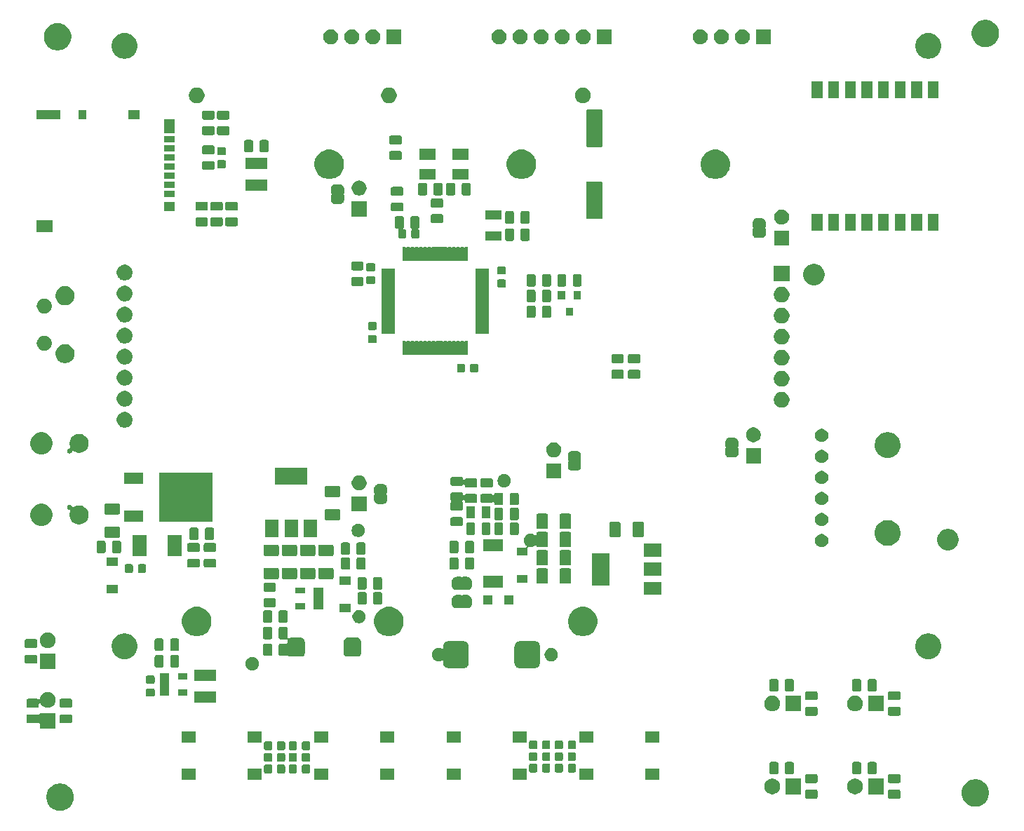
<source format=gbr>
G04 #@! TF.GenerationSoftware,KiCad,Pcbnew,(5.1.5)-3*
G04 #@! TF.CreationDate,2021-12-07T19:33:22+01:00*
G04 #@! TF.ProjectId,EnvSensor-v2,456e7653-656e-4736-9f72-2d76322e6b69,rev?*
G04 #@! TF.SameCoordinates,Original*
G04 #@! TF.FileFunction,Soldermask,Top*
G04 #@! TF.FilePolarity,Negative*
%FSLAX46Y46*%
G04 Gerber Fmt 4.6, Leading zero omitted, Abs format (unit mm)*
G04 Created by KiCad (PCBNEW (5.1.5)-3) date 2021-12-07 19:33:22*
%MOMM*%
%LPD*%
G04 APERTURE LIST*
%ADD10C,0.100000*%
G04 APERTURE END LIST*
D10*
X55735000Y-92450000D02*
G75*
G03X55735000Y-92450000I-635000J0D01*
G01*
X55735000Y-85450000D02*
G75*
G03X55735000Y-85450000I-635000J0D01*
G01*
X53044500Y-86700000D02*
G75*
G03X53044500Y-86700000I-444500J0D01*
G01*
X53044500Y-91200000D02*
G75*
G03X53044500Y-91200000I-444500J0D01*
G01*
G36*
X54875256Y-144391298D02*
G01*
X54981579Y-144412447D01*
X55282042Y-144536903D01*
X55552451Y-144717585D01*
X55782415Y-144947549D01*
X55963097Y-145217958D01*
X56087553Y-145518421D01*
X56106655Y-145614453D01*
X56151000Y-145837389D01*
X56151000Y-146162611D01*
X56108702Y-146375256D01*
X56087553Y-146481579D01*
X55963097Y-146782042D01*
X55782415Y-147052451D01*
X55552451Y-147282415D01*
X55282042Y-147463097D01*
X54981579Y-147587553D01*
X54875256Y-147608702D01*
X54662611Y-147651000D01*
X54337389Y-147651000D01*
X54124744Y-147608702D01*
X54018421Y-147587553D01*
X53717958Y-147463097D01*
X53447549Y-147282415D01*
X53217585Y-147052451D01*
X53036903Y-146782042D01*
X52912447Y-146481579D01*
X52891298Y-146375256D01*
X52849000Y-146162611D01*
X52849000Y-145837389D01*
X52893345Y-145614453D01*
X52912447Y-145518421D01*
X53036903Y-145217958D01*
X53217585Y-144947549D01*
X53447549Y-144717585D01*
X53717958Y-144536903D01*
X54018421Y-144412447D01*
X54124744Y-144391298D01*
X54337389Y-144349000D01*
X54662611Y-144349000D01*
X54875256Y-144391298D01*
G37*
G36*
X165375256Y-143891298D02*
G01*
X165481579Y-143912447D01*
X165782042Y-144036903D01*
X166052451Y-144217585D01*
X166282415Y-144447549D01*
X166463097Y-144717958D01*
X166558198Y-144947551D01*
X166587553Y-145018422D01*
X166636707Y-145265532D01*
X166651000Y-145337391D01*
X166651000Y-145662609D01*
X166587553Y-145981579D01*
X166463097Y-146282042D01*
X166282415Y-146552451D01*
X166052451Y-146782415D01*
X165782042Y-146963097D01*
X165481579Y-147087553D01*
X165375256Y-147108702D01*
X165162611Y-147151000D01*
X164837389Y-147151000D01*
X164624744Y-147108702D01*
X164518421Y-147087553D01*
X164217958Y-146963097D01*
X163947549Y-146782415D01*
X163717585Y-146552451D01*
X163536903Y-146282042D01*
X163412447Y-145981579D01*
X163349000Y-145662609D01*
X163349000Y-145337391D01*
X163363294Y-145265532D01*
X163412447Y-145018422D01*
X163441803Y-144947551D01*
X163536903Y-144717958D01*
X163717585Y-144447549D01*
X163947549Y-144217585D01*
X164217958Y-144036903D01*
X164518421Y-143912447D01*
X164624744Y-143891298D01*
X164837389Y-143849000D01*
X165162611Y-143849000D01*
X165375256Y-143891298D01*
G37*
G36*
X145784468Y-145103565D02*
G01*
X145823138Y-145115296D01*
X145858777Y-145134346D01*
X145890017Y-145159983D01*
X145915654Y-145191223D01*
X145934704Y-145226862D01*
X145946435Y-145265532D01*
X145951000Y-145311888D01*
X145951000Y-145963112D01*
X145946435Y-146009468D01*
X145934704Y-146048138D01*
X145915654Y-146083777D01*
X145890017Y-146115017D01*
X145858777Y-146140654D01*
X145823138Y-146159704D01*
X145784468Y-146171435D01*
X145738112Y-146176000D01*
X144661888Y-146176000D01*
X144615532Y-146171435D01*
X144576862Y-146159704D01*
X144541223Y-146140654D01*
X144509983Y-146115017D01*
X144484346Y-146083777D01*
X144465296Y-146048138D01*
X144453565Y-146009468D01*
X144449000Y-145963112D01*
X144449000Y-145311888D01*
X144453565Y-145265532D01*
X144465296Y-145226862D01*
X144484346Y-145191223D01*
X144509983Y-145159983D01*
X144541223Y-145134346D01*
X144576862Y-145115296D01*
X144615532Y-145103565D01*
X144661888Y-145099000D01*
X145738112Y-145099000D01*
X145784468Y-145103565D01*
G37*
G36*
X155784468Y-145103565D02*
G01*
X155823138Y-145115296D01*
X155858777Y-145134346D01*
X155890017Y-145159983D01*
X155915654Y-145191223D01*
X155934704Y-145226862D01*
X155946435Y-145265532D01*
X155951000Y-145311888D01*
X155951000Y-145963112D01*
X155946435Y-146009468D01*
X155934704Y-146048138D01*
X155915654Y-146083777D01*
X155890017Y-146115017D01*
X155858777Y-146140654D01*
X155823138Y-146159704D01*
X155784468Y-146171435D01*
X155738112Y-146176000D01*
X154661888Y-146176000D01*
X154615532Y-146171435D01*
X154576862Y-146159704D01*
X154541223Y-146140654D01*
X154509983Y-146115017D01*
X154484346Y-146083777D01*
X154465296Y-146048138D01*
X154453565Y-146009468D01*
X154449000Y-145963112D01*
X154449000Y-145311888D01*
X154453565Y-145265532D01*
X154465296Y-145226862D01*
X154484346Y-145191223D01*
X154509983Y-145159983D01*
X154541223Y-145134346D01*
X154576862Y-145115296D01*
X154615532Y-145103565D01*
X154661888Y-145099000D01*
X155738112Y-145099000D01*
X155784468Y-145103565D01*
G37*
G36*
X150737395Y-143785546D02*
G01*
X150910466Y-143857234D01*
X150910467Y-143857235D01*
X151066227Y-143961310D01*
X151198690Y-144093773D01*
X151198691Y-144093775D01*
X151302766Y-144249534D01*
X151374454Y-144422605D01*
X151411000Y-144606333D01*
X151411000Y-144793667D01*
X151374454Y-144977395D01*
X151302766Y-145150466D01*
X151302765Y-145150467D01*
X151198690Y-145306227D01*
X151066227Y-145438690D01*
X150987818Y-145491081D01*
X150910466Y-145542766D01*
X150737395Y-145614454D01*
X150553667Y-145651000D01*
X150366333Y-145651000D01*
X150182605Y-145614454D01*
X150009534Y-145542766D01*
X149932182Y-145491081D01*
X149853773Y-145438690D01*
X149721310Y-145306227D01*
X149617235Y-145150467D01*
X149617234Y-145150466D01*
X149545546Y-144977395D01*
X149509000Y-144793667D01*
X149509000Y-144606333D01*
X149545546Y-144422605D01*
X149617234Y-144249534D01*
X149721309Y-144093775D01*
X149721310Y-144093773D01*
X149853773Y-143961310D01*
X150009533Y-143857235D01*
X150009534Y-143857234D01*
X150182605Y-143785546D01*
X150366333Y-143749000D01*
X150553667Y-143749000D01*
X150737395Y-143785546D01*
G37*
G36*
X143951000Y-145651000D02*
G01*
X142049000Y-145651000D01*
X142049000Y-143749000D01*
X143951000Y-143749000D01*
X143951000Y-145651000D01*
G37*
G36*
X140737395Y-143785546D02*
G01*
X140910466Y-143857234D01*
X140910467Y-143857235D01*
X141066227Y-143961310D01*
X141198690Y-144093773D01*
X141198691Y-144093775D01*
X141302766Y-144249534D01*
X141374454Y-144422605D01*
X141411000Y-144606333D01*
X141411000Y-144793667D01*
X141374454Y-144977395D01*
X141302766Y-145150466D01*
X141302765Y-145150467D01*
X141198690Y-145306227D01*
X141066227Y-145438690D01*
X140987818Y-145491081D01*
X140910466Y-145542766D01*
X140737395Y-145614454D01*
X140553667Y-145651000D01*
X140366333Y-145651000D01*
X140182605Y-145614454D01*
X140009534Y-145542766D01*
X139932182Y-145491081D01*
X139853773Y-145438690D01*
X139721310Y-145306227D01*
X139617235Y-145150467D01*
X139617234Y-145150466D01*
X139545546Y-144977395D01*
X139509000Y-144793667D01*
X139509000Y-144606333D01*
X139545546Y-144422605D01*
X139617234Y-144249534D01*
X139721309Y-144093775D01*
X139721310Y-144093773D01*
X139853773Y-143961310D01*
X140009533Y-143857235D01*
X140009534Y-143857234D01*
X140182605Y-143785546D01*
X140366333Y-143749000D01*
X140553667Y-143749000D01*
X140737395Y-143785546D01*
G37*
G36*
X153951000Y-145651000D02*
G01*
X152049000Y-145651000D01*
X152049000Y-143749000D01*
X153951000Y-143749000D01*
X153951000Y-145651000D01*
G37*
G36*
X145784468Y-143228565D02*
G01*
X145823138Y-143240296D01*
X145858777Y-143259346D01*
X145890017Y-143284983D01*
X145915654Y-143316223D01*
X145934704Y-143351862D01*
X145946435Y-143390532D01*
X145951000Y-143436888D01*
X145951000Y-144088112D01*
X145946435Y-144134468D01*
X145934704Y-144173138D01*
X145915654Y-144208777D01*
X145890017Y-144240017D01*
X145858777Y-144265654D01*
X145823138Y-144284704D01*
X145784468Y-144296435D01*
X145738112Y-144301000D01*
X144661888Y-144301000D01*
X144615532Y-144296435D01*
X144576862Y-144284704D01*
X144541223Y-144265654D01*
X144509983Y-144240017D01*
X144484346Y-144208777D01*
X144465296Y-144173138D01*
X144453565Y-144134468D01*
X144449000Y-144088112D01*
X144449000Y-143436888D01*
X144453565Y-143390532D01*
X144465296Y-143351862D01*
X144484346Y-143316223D01*
X144509983Y-143284983D01*
X144541223Y-143259346D01*
X144576862Y-143240296D01*
X144615532Y-143228565D01*
X144661888Y-143224000D01*
X145738112Y-143224000D01*
X145784468Y-143228565D01*
G37*
G36*
X155784468Y-143228565D02*
G01*
X155823138Y-143240296D01*
X155858777Y-143259346D01*
X155890017Y-143284983D01*
X155915654Y-143316223D01*
X155934704Y-143351862D01*
X155946435Y-143390532D01*
X155951000Y-143436888D01*
X155951000Y-144088112D01*
X155946435Y-144134468D01*
X155934704Y-144173138D01*
X155915654Y-144208777D01*
X155890017Y-144240017D01*
X155858777Y-144265654D01*
X155823138Y-144284704D01*
X155784468Y-144296435D01*
X155738112Y-144301000D01*
X154661888Y-144301000D01*
X154615532Y-144296435D01*
X154576862Y-144284704D01*
X154541223Y-144265654D01*
X154509983Y-144240017D01*
X154484346Y-144208777D01*
X154465296Y-144173138D01*
X154453565Y-144134468D01*
X154449000Y-144088112D01*
X154449000Y-143436888D01*
X154453565Y-143390532D01*
X154465296Y-143351862D01*
X154484346Y-143316223D01*
X154509983Y-143284983D01*
X154541223Y-143259346D01*
X154576862Y-143240296D01*
X154615532Y-143228565D01*
X154661888Y-143224000D01*
X155738112Y-143224000D01*
X155784468Y-143228565D01*
G37*
G36*
X102846000Y-143951000D02*
G01*
X101194000Y-143951000D01*
X101194000Y-142549000D01*
X102846000Y-142549000D01*
X102846000Y-143951000D01*
G37*
G36*
X126806000Y-143951000D02*
G01*
X125154000Y-143951000D01*
X125154000Y-142549000D01*
X126806000Y-142549000D01*
X126806000Y-143951000D01*
G37*
G36*
X118846000Y-143951000D02*
G01*
X117194000Y-143951000D01*
X117194000Y-142549000D01*
X118846000Y-142549000D01*
X118846000Y-143951000D01*
G37*
G36*
X94806000Y-143951000D02*
G01*
X93154000Y-143951000D01*
X93154000Y-142549000D01*
X94806000Y-142549000D01*
X94806000Y-143951000D01*
G37*
G36*
X86846000Y-143951000D02*
G01*
X85194000Y-143951000D01*
X85194000Y-142549000D01*
X86846000Y-142549000D01*
X86846000Y-143951000D01*
G37*
G36*
X78806000Y-143951000D02*
G01*
X77154000Y-143951000D01*
X77154000Y-142549000D01*
X78806000Y-142549000D01*
X78806000Y-143951000D01*
G37*
G36*
X70846000Y-143951000D02*
G01*
X69194000Y-143951000D01*
X69194000Y-142549000D01*
X70846000Y-142549000D01*
X70846000Y-143951000D01*
G37*
G36*
X110806000Y-143951000D02*
G01*
X109154000Y-143951000D01*
X109154000Y-142549000D01*
X110806000Y-142549000D01*
X110806000Y-143951000D01*
G37*
G36*
X142909468Y-141753565D02*
G01*
X142948138Y-141765296D01*
X142983777Y-141784346D01*
X143015017Y-141809983D01*
X143040654Y-141841223D01*
X143059704Y-141876862D01*
X143071435Y-141915532D01*
X143076000Y-141961888D01*
X143076000Y-143038112D01*
X143071435Y-143084468D01*
X143059704Y-143123138D01*
X143040654Y-143158777D01*
X143015017Y-143190017D01*
X142983777Y-143215654D01*
X142948138Y-143234704D01*
X142909468Y-143246435D01*
X142863112Y-143251000D01*
X142211888Y-143251000D01*
X142165532Y-143246435D01*
X142126862Y-143234704D01*
X142091223Y-143215654D01*
X142059983Y-143190017D01*
X142034346Y-143158777D01*
X142015296Y-143123138D01*
X142003565Y-143084468D01*
X141999000Y-143038112D01*
X141999000Y-141961888D01*
X142003565Y-141915532D01*
X142015296Y-141876862D01*
X142034346Y-141841223D01*
X142059983Y-141809983D01*
X142091223Y-141784346D01*
X142126862Y-141765296D01*
X142165532Y-141753565D01*
X142211888Y-141749000D01*
X142863112Y-141749000D01*
X142909468Y-141753565D01*
G37*
G36*
X151034468Y-141753565D02*
G01*
X151073138Y-141765296D01*
X151108777Y-141784346D01*
X151140017Y-141809983D01*
X151165654Y-141841223D01*
X151184704Y-141876862D01*
X151196435Y-141915532D01*
X151201000Y-141961888D01*
X151201000Y-143038112D01*
X151196435Y-143084468D01*
X151184704Y-143123138D01*
X151165654Y-143158777D01*
X151140017Y-143190017D01*
X151108777Y-143215654D01*
X151073138Y-143234704D01*
X151034468Y-143246435D01*
X150988112Y-143251000D01*
X150336888Y-143251000D01*
X150290532Y-143246435D01*
X150251862Y-143234704D01*
X150216223Y-143215654D01*
X150184983Y-143190017D01*
X150159346Y-143158777D01*
X150140296Y-143123138D01*
X150128565Y-143084468D01*
X150124000Y-143038112D01*
X150124000Y-141961888D01*
X150128565Y-141915532D01*
X150140296Y-141876862D01*
X150159346Y-141841223D01*
X150184983Y-141809983D01*
X150216223Y-141784346D01*
X150251862Y-141765296D01*
X150290532Y-141753565D01*
X150336888Y-141749000D01*
X150988112Y-141749000D01*
X151034468Y-141753565D01*
G37*
G36*
X152909468Y-141753565D02*
G01*
X152948138Y-141765296D01*
X152983777Y-141784346D01*
X153015017Y-141809983D01*
X153040654Y-141841223D01*
X153059704Y-141876862D01*
X153071435Y-141915532D01*
X153076000Y-141961888D01*
X153076000Y-143038112D01*
X153071435Y-143084468D01*
X153059704Y-143123138D01*
X153040654Y-143158777D01*
X153015017Y-143190017D01*
X152983777Y-143215654D01*
X152948138Y-143234704D01*
X152909468Y-143246435D01*
X152863112Y-143251000D01*
X152211888Y-143251000D01*
X152165532Y-143246435D01*
X152126862Y-143234704D01*
X152091223Y-143215654D01*
X152059983Y-143190017D01*
X152034346Y-143158777D01*
X152015296Y-143123138D01*
X152003565Y-143084468D01*
X151999000Y-143038112D01*
X151999000Y-141961888D01*
X152003565Y-141915532D01*
X152015296Y-141876862D01*
X152034346Y-141841223D01*
X152059983Y-141809983D01*
X152091223Y-141784346D01*
X152126862Y-141765296D01*
X152165532Y-141753565D01*
X152211888Y-141749000D01*
X152863112Y-141749000D01*
X152909468Y-141753565D01*
G37*
G36*
X141034468Y-141753565D02*
G01*
X141073138Y-141765296D01*
X141108777Y-141784346D01*
X141140017Y-141809983D01*
X141165654Y-141841223D01*
X141184704Y-141876862D01*
X141196435Y-141915532D01*
X141201000Y-141961888D01*
X141201000Y-143038112D01*
X141196435Y-143084468D01*
X141184704Y-143123138D01*
X141165654Y-143158777D01*
X141140017Y-143190017D01*
X141108777Y-143215654D01*
X141073138Y-143234704D01*
X141034468Y-143246435D01*
X140988112Y-143251000D01*
X140336888Y-143251000D01*
X140290532Y-143246435D01*
X140251862Y-143234704D01*
X140216223Y-143215654D01*
X140184983Y-143190017D01*
X140159346Y-143158777D01*
X140140296Y-143123138D01*
X140128565Y-143084468D01*
X140124000Y-143038112D01*
X140124000Y-141961888D01*
X140128565Y-141915532D01*
X140140296Y-141876862D01*
X140159346Y-141841223D01*
X140184983Y-141809983D01*
X140216223Y-141784346D01*
X140251862Y-141765296D01*
X140290532Y-141753565D01*
X140336888Y-141749000D01*
X140988112Y-141749000D01*
X141034468Y-141753565D01*
G37*
G36*
X79954591Y-142078085D02*
G01*
X79988569Y-142088393D01*
X80019890Y-142105134D01*
X80047339Y-142127661D01*
X80069866Y-142155110D01*
X80086607Y-142186431D01*
X80096915Y-142220409D01*
X80101000Y-142261890D01*
X80101000Y-142938110D01*
X80096915Y-142979591D01*
X80086607Y-143013569D01*
X80069866Y-143044890D01*
X80047339Y-143072339D01*
X80019890Y-143094866D01*
X79988569Y-143111607D01*
X79954591Y-143121915D01*
X79913110Y-143126000D01*
X79311890Y-143126000D01*
X79270409Y-143121915D01*
X79236431Y-143111607D01*
X79205110Y-143094866D01*
X79177661Y-143072339D01*
X79155134Y-143044890D01*
X79138393Y-143013569D01*
X79128085Y-142979591D01*
X79124000Y-142938110D01*
X79124000Y-142261890D01*
X79128085Y-142220409D01*
X79138393Y-142186431D01*
X79155134Y-142155110D01*
X79177661Y-142127661D01*
X79205110Y-142105134D01*
X79236431Y-142088393D01*
X79270409Y-142078085D01*
X79311890Y-142074000D01*
X79913110Y-142074000D01*
X79954591Y-142078085D01*
G37*
G36*
X81529591Y-142078085D02*
G01*
X81563569Y-142088393D01*
X81594890Y-142105134D01*
X81622339Y-142127661D01*
X81644866Y-142155110D01*
X81661607Y-142186431D01*
X81671915Y-142220409D01*
X81676000Y-142261890D01*
X81676000Y-142938110D01*
X81671915Y-142979591D01*
X81661607Y-143013569D01*
X81644866Y-143044890D01*
X81622339Y-143072339D01*
X81594890Y-143094866D01*
X81563569Y-143111607D01*
X81529591Y-143121915D01*
X81488110Y-143126000D01*
X80886890Y-143126000D01*
X80845409Y-143121915D01*
X80811431Y-143111607D01*
X80780110Y-143094866D01*
X80752661Y-143072339D01*
X80730134Y-143044890D01*
X80713393Y-143013569D01*
X80703085Y-142979591D01*
X80699000Y-142938110D01*
X80699000Y-142261890D01*
X80703085Y-142220409D01*
X80713393Y-142186431D01*
X80730134Y-142155110D01*
X80752661Y-142127661D01*
X80780110Y-142105134D01*
X80811431Y-142088393D01*
X80845409Y-142078085D01*
X80886890Y-142074000D01*
X81488110Y-142074000D01*
X81529591Y-142078085D01*
G37*
G36*
X82954591Y-142078085D02*
G01*
X82988569Y-142088393D01*
X83019890Y-142105134D01*
X83047339Y-142127661D01*
X83069866Y-142155110D01*
X83086607Y-142186431D01*
X83096915Y-142220409D01*
X83101000Y-142261890D01*
X83101000Y-142938110D01*
X83096915Y-142979591D01*
X83086607Y-143013569D01*
X83069866Y-143044890D01*
X83047339Y-143072339D01*
X83019890Y-143094866D01*
X82988569Y-143111607D01*
X82954591Y-143121915D01*
X82913110Y-143126000D01*
X82311890Y-143126000D01*
X82270409Y-143121915D01*
X82236431Y-143111607D01*
X82205110Y-143094866D01*
X82177661Y-143072339D01*
X82155134Y-143044890D01*
X82138393Y-143013569D01*
X82128085Y-142979591D01*
X82124000Y-142938110D01*
X82124000Y-142261890D01*
X82128085Y-142220409D01*
X82138393Y-142186431D01*
X82155134Y-142155110D01*
X82177661Y-142127661D01*
X82205110Y-142105134D01*
X82236431Y-142088393D01*
X82270409Y-142078085D01*
X82311890Y-142074000D01*
X82913110Y-142074000D01*
X82954591Y-142078085D01*
G37*
G36*
X84529591Y-142078085D02*
G01*
X84563569Y-142088393D01*
X84594890Y-142105134D01*
X84622339Y-142127661D01*
X84644866Y-142155110D01*
X84661607Y-142186431D01*
X84671915Y-142220409D01*
X84676000Y-142261890D01*
X84676000Y-142938110D01*
X84671915Y-142979591D01*
X84661607Y-143013569D01*
X84644866Y-143044890D01*
X84622339Y-143072339D01*
X84594890Y-143094866D01*
X84563569Y-143111607D01*
X84529591Y-143121915D01*
X84488110Y-143126000D01*
X83886890Y-143126000D01*
X83845409Y-143121915D01*
X83811431Y-143111607D01*
X83780110Y-143094866D01*
X83752661Y-143072339D01*
X83730134Y-143044890D01*
X83713393Y-143013569D01*
X83703085Y-142979591D01*
X83699000Y-142938110D01*
X83699000Y-142261890D01*
X83703085Y-142220409D01*
X83713393Y-142186431D01*
X83730134Y-142155110D01*
X83752661Y-142127661D01*
X83780110Y-142105134D01*
X83811431Y-142088393D01*
X83845409Y-142078085D01*
X83886890Y-142074000D01*
X84488110Y-142074000D01*
X84529591Y-142078085D01*
G37*
G36*
X116629591Y-141978085D02*
G01*
X116663569Y-141988393D01*
X116694890Y-142005134D01*
X116722339Y-142027661D01*
X116744866Y-142055110D01*
X116761607Y-142086431D01*
X116771915Y-142120409D01*
X116776000Y-142161890D01*
X116776000Y-142838110D01*
X116771915Y-142879591D01*
X116761607Y-142913569D01*
X116744866Y-142944890D01*
X116722339Y-142972339D01*
X116694890Y-142994866D01*
X116663569Y-143011607D01*
X116629591Y-143021915D01*
X116588110Y-143026000D01*
X115986890Y-143026000D01*
X115945409Y-143021915D01*
X115911431Y-143011607D01*
X115880110Y-142994866D01*
X115852661Y-142972339D01*
X115830134Y-142944890D01*
X115813393Y-142913569D01*
X115803085Y-142879591D01*
X115799000Y-142838110D01*
X115799000Y-142161890D01*
X115803085Y-142120409D01*
X115813393Y-142086431D01*
X115830134Y-142055110D01*
X115852661Y-142027661D01*
X115880110Y-142005134D01*
X115911431Y-141988393D01*
X115945409Y-141978085D01*
X115986890Y-141974000D01*
X116588110Y-141974000D01*
X116629591Y-141978085D01*
G37*
G36*
X115054591Y-141978085D02*
G01*
X115088569Y-141988393D01*
X115119890Y-142005134D01*
X115147339Y-142027661D01*
X115169866Y-142055110D01*
X115186607Y-142086431D01*
X115196915Y-142120409D01*
X115201000Y-142161890D01*
X115201000Y-142838110D01*
X115196915Y-142879591D01*
X115186607Y-142913569D01*
X115169866Y-142944890D01*
X115147339Y-142972339D01*
X115119890Y-142994866D01*
X115088569Y-143011607D01*
X115054591Y-143021915D01*
X115013110Y-143026000D01*
X114411890Y-143026000D01*
X114370409Y-143021915D01*
X114336431Y-143011607D01*
X114305110Y-142994866D01*
X114277661Y-142972339D01*
X114255134Y-142944890D01*
X114238393Y-142913569D01*
X114228085Y-142879591D01*
X114224000Y-142838110D01*
X114224000Y-142161890D01*
X114228085Y-142120409D01*
X114238393Y-142086431D01*
X114255134Y-142055110D01*
X114277661Y-142027661D01*
X114305110Y-142005134D01*
X114336431Y-141988393D01*
X114370409Y-141978085D01*
X114411890Y-141974000D01*
X115013110Y-141974000D01*
X115054591Y-141978085D01*
G37*
G36*
X113529591Y-141978085D02*
G01*
X113563569Y-141988393D01*
X113594890Y-142005134D01*
X113622339Y-142027661D01*
X113644866Y-142055110D01*
X113661607Y-142086431D01*
X113671915Y-142120409D01*
X113676000Y-142161890D01*
X113676000Y-142838110D01*
X113671915Y-142879591D01*
X113661607Y-142913569D01*
X113644866Y-142944890D01*
X113622339Y-142972339D01*
X113594890Y-142994866D01*
X113563569Y-143011607D01*
X113529591Y-143021915D01*
X113488110Y-143026000D01*
X112886890Y-143026000D01*
X112845409Y-143021915D01*
X112811431Y-143011607D01*
X112780110Y-142994866D01*
X112752661Y-142972339D01*
X112730134Y-142944890D01*
X112713393Y-142913569D01*
X112703085Y-142879591D01*
X112699000Y-142838110D01*
X112699000Y-142161890D01*
X112703085Y-142120409D01*
X112713393Y-142086431D01*
X112730134Y-142055110D01*
X112752661Y-142027661D01*
X112780110Y-142005134D01*
X112811431Y-141988393D01*
X112845409Y-141978085D01*
X112886890Y-141974000D01*
X113488110Y-141974000D01*
X113529591Y-141978085D01*
G37*
G36*
X111954591Y-141978085D02*
G01*
X111988569Y-141988393D01*
X112019890Y-142005134D01*
X112047339Y-142027661D01*
X112069866Y-142055110D01*
X112086607Y-142086431D01*
X112096915Y-142120409D01*
X112101000Y-142161890D01*
X112101000Y-142838110D01*
X112096915Y-142879591D01*
X112086607Y-142913569D01*
X112069866Y-142944890D01*
X112047339Y-142972339D01*
X112019890Y-142994866D01*
X111988569Y-143011607D01*
X111954591Y-143021915D01*
X111913110Y-143026000D01*
X111311890Y-143026000D01*
X111270409Y-143021915D01*
X111236431Y-143011607D01*
X111205110Y-142994866D01*
X111177661Y-142972339D01*
X111155134Y-142944890D01*
X111138393Y-142913569D01*
X111128085Y-142879591D01*
X111124000Y-142838110D01*
X111124000Y-142161890D01*
X111128085Y-142120409D01*
X111138393Y-142086431D01*
X111155134Y-142055110D01*
X111177661Y-142027661D01*
X111205110Y-142005134D01*
X111236431Y-141988393D01*
X111270409Y-141978085D01*
X111311890Y-141974000D01*
X111913110Y-141974000D01*
X111954591Y-141978085D01*
G37*
G36*
X82954591Y-140678085D02*
G01*
X82988569Y-140688393D01*
X83019890Y-140705134D01*
X83047339Y-140727661D01*
X83069866Y-140755110D01*
X83086607Y-140786431D01*
X83096915Y-140820409D01*
X83101000Y-140861890D01*
X83101000Y-141538110D01*
X83096915Y-141579591D01*
X83086607Y-141613569D01*
X83069866Y-141644890D01*
X83047339Y-141672339D01*
X83019890Y-141694866D01*
X82988569Y-141711607D01*
X82954591Y-141721915D01*
X82913110Y-141726000D01*
X82311890Y-141726000D01*
X82270409Y-141721915D01*
X82236431Y-141711607D01*
X82205110Y-141694866D01*
X82177661Y-141672339D01*
X82155134Y-141644890D01*
X82138393Y-141613569D01*
X82128085Y-141579591D01*
X82124000Y-141538110D01*
X82124000Y-140861890D01*
X82128085Y-140820409D01*
X82138393Y-140786431D01*
X82155134Y-140755110D01*
X82177661Y-140727661D01*
X82205110Y-140705134D01*
X82236431Y-140688393D01*
X82270409Y-140678085D01*
X82311890Y-140674000D01*
X82913110Y-140674000D01*
X82954591Y-140678085D01*
G37*
G36*
X79954591Y-140678085D02*
G01*
X79988569Y-140688393D01*
X80019890Y-140705134D01*
X80047339Y-140727661D01*
X80069866Y-140755110D01*
X80086607Y-140786431D01*
X80096915Y-140820409D01*
X80101000Y-140861890D01*
X80101000Y-141538110D01*
X80096915Y-141579591D01*
X80086607Y-141613569D01*
X80069866Y-141644890D01*
X80047339Y-141672339D01*
X80019890Y-141694866D01*
X79988569Y-141711607D01*
X79954591Y-141721915D01*
X79913110Y-141726000D01*
X79311890Y-141726000D01*
X79270409Y-141721915D01*
X79236431Y-141711607D01*
X79205110Y-141694866D01*
X79177661Y-141672339D01*
X79155134Y-141644890D01*
X79138393Y-141613569D01*
X79128085Y-141579591D01*
X79124000Y-141538110D01*
X79124000Y-140861890D01*
X79128085Y-140820409D01*
X79138393Y-140786431D01*
X79155134Y-140755110D01*
X79177661Y-140727661D01*
X79205110Y-140705134D01*
X79236431Y-140688393D01*
X79270409Y-140678085D01*
X79311890Y-140674000D01*
X79913110Y-140674000D01*
X79954591Y-140678085D01*
G37*
G36*
X81529591Y-140678085D02*
G01*
X81563569Y-140688393D01*
X81594890Y-140705134D01*
X81622339Y-140727661D01*
X81644866Y-140755110D01*
X81661607Y-140786431D01*
X81671915Y-140820409D01*
X81676000Y-140861890D01*
X81676000Y-141538110D01*
X81671915Y-141579591D01*
X81661607Y-141613569D01*
X81644866Y-141644890D01*
X81622339Y-141672339D01*
X81594890Y-141694866D01*
X81563569Y-141711607D01*
X81529591Y-141721915D01*
X81488110Y-141726000D01*
X80886890Y-141726000D01*
X80845409Y-141721915D01*
X80811431Y-141711607D01*
X80780110Y-141694866D01*
X80752661Y-141672339D01*
X80730134Y-141644890D01*
X80713393Y-141613569D01*
X80703085Y-141579591D01*
X80699000Y-141538110D01*
X80699000Y-140861890D01*
X80703085Y-140820409D01*
X80713393Y-140786431D01*
X80730134Y-140755110D01*
X80752661Y-140727661D01*
X80780110Y-140705134D01*
X80811431Y-140688393D01*
X80845409Y-140678085D01*
X80886890Y-140674000D01*
X81488110Y-140674000D01*
X81529591Y-140678085D01*
G37*
G36*
X84529591Y-140678085D02*
G01*
X84563569Y-140688393D01*
X84594890Y-140705134D01*
X84622339Y-140727661D01*
X84644866Y-140755110D01*
X84661607Y-140786431D01*
X84671915Y-140820409D01*
X84676000Y-140861890D01*
X84676000Y-141538110D01*
X84671915Y-141579591D01*
X84661607Y-141613569D01*
X84644866Y-141644890D01*
X84622339Y-141672339D01*
X84594890Y-141694866D01*
X84563569Y-141711607D01*
X84529591Y-141721915D01*
X84488110Y-141726000D01*
X83886890Y-141726000D01*
X83845409Y-141721915D01*
X83811431Y-141711607D01*
X83780110Y-141694866D01*
X83752661Y-141672339D01*
X83730134Y-141644890D01*
X83713393Y-141613569D01*
X83703085Y-141579591D01*
X83699000Y-141538110D01*
X83699000Y-140861890D01*
X83703085Y-140820409D01*
X83713393Y-140786431D01*
X83730134Y-140755110D01*
X83752661Y-140727661D01*
X83780110Y-140705134D01*
X83811431Y-140688393D01*
X83845409Y-140678085D01*
X83886890Y-140674000D01*
X84488110Y-140674000D01*
X84529591Y-140678085D01*
G37*
G36*
X113529591Y-140578085D02*
G01*
X113563569Y-140588393D01*
X113594890Y-140605134D01*
X113622339Y-140627661D01*
X113644866Y-140655110D01*
X113661607Y-140686431D01*
X113671915Y-140720409D01*
X113676000Y-140761890D01*
X113676000Y-141438110D01*
X113671915Y-141479591D01*
X113661607Y-141513569D01*
X113644866Y-141544890D01*
X113622339Y-141572339D01*
X113594890Y-141594866D01*
X113563569Y-141611607D01*
X113529591Y-141621915D01*
X113488110Y-141626000D01*
X112886890Y-141626000D01*
X112845409Y-141621915D01*
X112811431Y-141611607D01*
X112780110Y-141594866D01*
X112752661Y-141572339D01*
X112730134Y-141544890D01*
X112713393Y-141513569D01*
X112703085Y-141479591D01*
X112699000Y-141438110D01*
X112699000Y-140761890D01*
X112703085Y-140720409D01*
X112713393Y-140686431D01*
X112730134Y-140655110D01*
X112752661Y-140627661D01*
X112780110Y-140605134D01*
X112811431Y-140588393D01*
X112845409Y-140578085D01*
X112886890Y-140574000D01*
X113488110Y-140574000D01*
X113529591Y-140578085D01*
G37*
G36*
X116629591Y-140578085D02*
G01*
X116663569Y-140588393D01*
X116694890Y-140605134D01*
X116722339Y-140627661D01*
X116744866Y-140655110D01*
X116761607Y-140686431D01*
X116771915Y-140720409D01*
X116776000Y-140761890D01*
X116776000Y-141438110D01*
X116771915Y-141479591D01*
X116761607Y-141513569D01*
X116744866Y-141544890D01*
X116722339Y-141572339D01*
X116694890Y-141594866D01*
X116663569Y-141611607D01*
X116629591Y-141621915D01*
X116588110Y-141626000D01*
X115986890Y-141626000D01*
X115945409Y-141621915D01*
X115911431Y-141611607D01*
X115880110Y-141594866D01*
X115852661Y-141572339D01*
X115830134Y-141544890D01*
X115813393Y-141513569D01*
X115803085Y-141479591D01*
X115799000Y-141438110D01*
X115799000Y-140761890D01*
X115803085Y-140720409D01*
X115813393Y-140686431D01*
X115830134Y-140655110D01*
X115852661Y-140627661D01*
X115880110Y-140605134D01*
X115911431Y-140588393D01*
X115945409Y-140578085D01*
X115986890Y-140574000D01*
X116588110Y-140574000D01*
X116629591Y-140578085D01*
G37*
G36*
X115054591Y-140578085D02*
G01*
X115088569Y-140588393D01*
X115119890Y-140605134D01*
X115147339Y-140627661D01*
X115169866Y-140655110D01*
X115186607Y-140686431D01*
X115196915Y-140720409D01*
X115201000Y-140761890D01*
X115201000Y-141438110D01*
X115196915Y-141479591D01*
X115186607Y-141513569D01*
X115169866Y-141544890D01*
X115147339Y-141572339D01*
X115119890Y-141594866D01*
X115088569Y-141611607D01*
X115054591Y-141621915D01*
X115013110Y-141626000D01*
X114411890Y-141626000D01*
X114370409Y-141621915D01*
X114336431Y-141611607D01*
X114305110Y-141594866D01*
X114277661Y-141572339D01*
X114255134Y-141544890D01*
X114238393Y-141513569D01*
X114228085Y-141479591D01*
X114224000Y-141438110D01*
X114224000Y-140761890D01*
X114228085Y-140720409D01*
X114238393Y-140686431D01*
X114255134Y-140655110D01*
X114277661Y-140627661D01*
X114305110Y-140605134D01*
X114336431Y-140588393D01*
X114370409Y-140578085D01*
X114411890Y-140574000D01*
X115013110Y-140574000D01*
X115054591Y-140578085D01*
G37*
G36*
X111954591Y-140578085D02*
G01*
X111988569Y-140588393D01*
X112019890Y-140605134D01*
X112047339Y-140627661D01*
X112069866Y-140655110D01*
X112086607Y-140686431D01*
X112096915Y-140720409D01*
X112101000Y-140761890D01*
X112101000Y-141438110D01*
X112096915Y-141479591D01*
X112086607Y-141513569D01*
X112069866Y-141544890D01*
X112047339Y-141572339D01*
X112019890Y-141594866D01*
X111988569Y-141611607D01*
X111954591Y-141621915D01*
X111913110Y-141626000D01*
X111311890Y-141626000D01*
X111270409Y-141621915D01*
X111236431Y-141611607D01*
X111205110Y-141594866D01*
X111177661Y-141572339D01*
X111155134Y-141544890D01*
X111138393Y-141513569D01*
X111128085Y-141479591D01*
X111124000Y-141438110D01*
X111124000Y-140761890D01*
X111128085Y-140720409D01*
X111138393Y-140686431D01*
X111155134Y-140655110D01*
X111177661Y-140627661D01*
X111205110Y-140605134D01*
X111236431Y-140588393D01*
X111270409Y-140578085D01*
X111311890Y-140574000D01*
X111913110Y-140574000D01*
X111954591Y-140578085D01*
G37*
G36*
X81529591Y-139278085D02*
G01*
X81563569Y-139288393D01*
X81594890Y-139305134D01*
X81622339Y-139327661D01*
X81644866Y-139355110D01*
X81661607Y-139386431D01*
X81671915Y-139420409D01*
X81676000Y-139461890D01*
X81676000Y-140138110D01*
X81671915Y-140179591D01*
X81661607Y-140213569D01*
X81644866Y-140244890D01*
X81622339Y-140272339D01*
X81594890Y-140294866D01*
X81563569Y-140311607D01*
X81529591Y-140321915D01*
X81488110Y-140326000D01*
X80886890Y-140326000D01*
X80845409Y-140321915D01*
X80811431Y-140311607D01*
X80780110Y-140294866D01*
X80752661Y-140272339D01*
X80730134Y-140244890D01*
X80713393Y-140213569D01*
X80703085Y-140179591D01*
X80699000Y-140138110D01*
X80699000Y-139461890D01*
X80703085Y-139420409D01*
X80713393Y-139386431D01*
X80730134Y-139355110D01*
X80752661Y-139327661D01*
X80780110Y-139305134D01*
X80811431Y-139288393D01*
X80845409Y-139278085D01*
X80886890Y-139274000D01*
X81488110Y-139274000D01*
X81529591Y-139278085D01*
G37*
G36*
X79954591Y-139278085D02*
G01*
X79988569Y-139288393D01*
X80019890Y-139305134D01*
X80047339Y-139327661D01*
X80069866Y-139355110D01*
X80086607Y-139386431D01*
X80096915Y-139420409D01*
X80101000Y-139461890D01*
X80101000Y-140138110D01*
X80096915Y-140179591D01*
X80086607Y-140213569D01*
X80069866Y-140244890D01*
X80047339Y-140272339D01*
X80019890Y-140294866D01*
X79988569Y-140311607D01*
X79954591Y-140321915D01*
X79913110Y-140326000D01*
X79311890Y-140326000D01*
X79270409Y-140321915D01*
X79236431Y-140311607D01*
X79205110Y-140294866D01*
X79177661Y-140272339D01*
X79155134Y-140244890D01*
X79138393Y-140213569D01*
X79128085Y-140179591D01*
X79124000Y-140138110D01*
X79124000Y-139461890D01*
X79128085Y-139420409D01*
X79138393Y-139386431D01*
X79155134Y-139355110D01*
X79177661Y-139327661D01*
X79205110Y-139305134D01*
X79236431Y-139288393D01*
X79270409Y-139278085D01*
X79311890Y-139274000D01*
X79913110Y-139274000D01*
X79954591Y-139278085D01*
G37*
G36*
X84529591Y-139278085D02*
G01*
X84563569Y-139288393D01*
X84594890Y-139305134D01*
X84622339Y-139327661D01*
X84644866Y-139355110D01*
X84661607Y-139386431D01*
X84671915Y-139420409D01*
X84676000Y-139461890D01*
X84676000Y-140138110D01*
X84671915Y-140179591D01*
X84661607Y-140213569D01*
X84644866Y-140244890D01*
X84622339Y-140272339D01*
X84594890Y-140294866D01*
X84563569Y-140311607D01*
X84529591Y-140321915D01*
X84488110Y-140326000D01*
X83886890Y-140326000D01*
X83845409Y-140321915D01*
X83811431Y-140311607D01*
X83780110Y-140294866D01*
X83752661Y-140272339D01*
X83730134Y-140244890D01*
X83713393Y-140213569D01*
X83703085Y-140179591D01*
X83699000Y-140138110D01*
X83699000Y-139461890D01*
X83703085Y-139420409D01*
X83713393Y-139386431D01*
X83730134Y-139355110D01*
X83752661Y-139327661D01*
X83780110Y-139305134D01*
X83811431Y-139288393D01*
X83845409Y-139278085D01*
X83886890Y-139274000D01*
X84488110Y-139274000D01*
X84529591Y-139278085D01*
G37*
G36*
X82954591Y-139278085D02*
G01*
X82988569Y-139288393D01*
X83019890Y-139305134D01*
X83047339Y-139327661D01*
X83069866Y-139355110D01*
X83086607Y-139386431D01*
X83096915Y-139420409D01*
X83101000Y-139461890D01*
X83101000Y-140138110D01*
X83096915Y-140179591D01*
X83086607Y-140213569D01*
X83069866Y-140244890D01*
X83047339Y-140272339D01*
X83019890Y-140294866D01*
X82988569Y-140311607D01*
X82954591Y-140321915D01*
X82913110Y-140326000D01*
X82311890Y-140326000D01*
X82270409Y-140321915D01*
X82236431Y-140311607D01*
X82205110Y-140294866D01*
X82177661Y-140272339D01*
X82155134Y-140244890D01*
X82138393Y-140213569D01*
X82128085Y-140179591D01*
X82124000Y-140138110D01*
X82124000Y-139461890D01*
X82128085Y-139420409D01*
X82138393Y-139386431D01*
X82155134Y-139355110D01*
X82177661Y-139327661D01*
X82205110Y-139305134D01*
X82236431Y-139288393D01*
X82270409Y-139278085D01*
X82311890Y-139274000D01*
X82913110Y-139274000D01*
X82954591Y-139278085D01*
G37*
G36*
X111954591Y-139178085D02*
G01*
X111988569Y-139188393D01*
X112019890Y-139205134D01*
X112047339Y-139227661D01*
X112069866Y-139255110D01*
X112086607Y-139286431D01*
X112096915Y-139320409D01*
X112101000Y-139361890D01*
X112101000Y-140038110D01*
X112096915Y-140079591D01*
X112086607Y-140113569D01*
X112069866Y-140144890D01*
X112047339Y-140172339D01*
X112019890Y-140194866D01*
X111988569Y-140211607D01*
X111954591Y-140221915D01*
X111913110Y-140226000D01*
X111311890Y-140226000D01*
X111270409Y-140221915D01*
X111236431Y-140211607D01*
X111205110Y-140194866D01*
X111177661Y-140172339D01*
X111155134Y-140144890D01*
X111138393Y-140113569D01*
X111128085Y-140079591D01*
X111124000Y-140038110D01*
X111124000Y-139361890D01*
X111128085Y-139320409D01*
X111138393Y-139286431D01*
X111155134Y-139255110D01*
X111177661Y-139227661D01*
X111205110Y-139205134D01*
X111236431Y-139188393D01*
X111270409Y-139178085D01*
X111311890Y-139174000D01*
X111913110Y-139174000D01*
X111954591Y-139178085D01*
G37*
G36*
X113529591Y-139178085D02*
G01*
X113563569Y-139188393D01*
X113594890Y-139205134D01*
X113622339Y-139227661D01*
X113644866Y-139255110D01*
X113661607Y-139286431D01*
X113671915Y-139320409D01*
X113676000Y-139361890D01*
X113676000Y-140038110D01*
X113671915Y-140079591D01*
X113661607Y-140113569D01*
X113644866Y-140144890D01*
X113622339Y-140172339D01*
X113594890Y-140194866D01*
X113563569Y-140211607D01*
X113529591Y-140221915D01*
X113488110Y-140226000D01*
X112886890Y-140226000D01*
X112845409Y-140221915D01*
X112811431Y-140211607D01*
X112780110Y-140194866D01*
X112752661Y-140172339D01*
X112730134Y-140144890D01*
X112713393Y-140113569D01*
X112703085Y-140079591D01*
X112699000Y-140038110D01*
X112699000Y-139361890D01*
X112703085Y-139320409D01*
X112713393Y-139286431D01*
X112730134Y-139255110D01*
X112752661Y-139227661D01*
X112780110Y-139205134D01*
X112811431Y-139188393D01*
X112845409Y-139178085D01*
X112886890Y-139174000D01*
X113488110Y-139174000D01*
X113529591Y-139178085D01*
G37*
G36*
X116629591Y-139178085D02*
G01*
X116663569Y-139188393D01*
X116694890Y-139205134D01*
X116722339Y-139227661D01*
X116744866Y-139255110D01*
X116761607Y-139286431D01*
X116771915Y-139320409D01*
X116776000Y-139361890D01*
X116776000Y-140038110D01*
X116771915Y-140079591D01*
X116761607Y-140113569D01*
X116744866Y-140144890D01*
X116722339Y-140172339D01*
X116694890Y-140194866D01*
X116663569Y-140211607D01*
X116629591Y-140221915D01*
X116588110Y-140226000D01*
X115986890Y-140226000D01*
X115945409Y-140221915D01*
X115911431Y-140211607D01*
X115880110Y-140194866D01*
X115852661Y-140172339D01*
X115830134Y-140144890D01*
X115813393Y-140113569D01*
X115803085Y-140079591D01*
X115799000Y-140038110D01*
X115799000Y-139361890D01*
X115803085Y-139320409D01*
X115813393Y-139286431D01*
X115830134Y-139255110D01*
X115852661Y-139227661D01*
X115880110Y-139205134D01*
X115911431Y-139188393D01*
X115945409Y-139178085D01*
X115986890Y-139174000D01*
X116588110Y-139174000D01*
X116629591Y-139178085D01*
G37*
G36*
X115054591Y-139178085D02*
G01*
X115088569Y-139188393D01*
X115119890Y-139205134D01*
X115147339Y-139227661D01*
X115169866Y-139255110D01*
X115186607Y-139286431D01*
X115196915Y-139320409D01*
X115201000Y-139361890D01*
X115201000Y-140038110D01*
X115196915Y-140079591D01*
X115186607Y-140113569D01*
X115169866Y-140144890D01*
X115147339Y-140172339D01*
X115119890Y-140194866D01*
X115088569Y-140211607D01*
X115054591Y-140221915D01*
X115013110Y-140226000D01*
X114411890Y-140226000D01*
X114370409Y-140221915D01*
X114336431Y-140211607D01*
X114305110Y-140194866D01*
X114277661Y-140172339D01*
X114255134Y-140144890D01*
X114238393Y-140113569D01*
X114228085Y-140079591D01*
X114224000Y-140038110D01*
X114224000Y-139361890D01*
X114228085Y-139320409D01*
X114238393Y-139286431D01*
X114255134Y-139255110D01*
X114277661Y-139227661D01*
X114305110Y-139205134D01*
X114336431Y-139188393D01*
X114370409Y-139178085D01*
X114411890Y-139174000D01*
X115013110Y-139174000D01*
X115054591Y-139178085D01*
G37*
G36*
X78806000Y-139451000D02*
G01*
X77154000Y-139451000D01*
X77154000Y-138049000D01*
X78806000Y-138049000D01*
X78806000Y-139451000D01*
G37*
G36*
X126806000Y-139451000D02*
G01*
X125154000Y-139451000D01*
X125154000Y-138049000D01*
X126806000Y-138049000D01*
X126806000Y-139451000D01*
G37*
G36*
X110806000Y-139451000D02*
G01*
X109154000Y-139451000D01*
X109154000Y-138049000D01*
X110806000Y-138049000D01*
X110806000Y-139451000D01*
G37*
G36*
X102846000Y-139451000D02*
G01*
X101194000Y-139451000D01*
X101194000Y-138049000D01*
X102846000Y-138049000D01*
X102846000Y-139451000D01*
G37*
G36*
X94806000Y-139451000D02*
G01*
X93154000Y-139451000D01*
X93154000Y-138049000D01*
X94806000Y-138049000D01*
X94806000Y-139451000D01*
G37*
G36*
X86846000Y-139451000D02*
G01*
X85194000Y-139451000D01*
X85194000Y-138049000D01*
X86846000Y-138049000D01*
X86846000Y-139451000D01*
G37*
G36*
X70846000Y-139451000D02*
G01*
X69194000Y-139451000D01*
X69194000Y-138049000D01*
X70846000Y-138049000D01*
X70846000Y-139451000D01*
G37*
G36*
X118846000Y-139451000D02*
G01*
X117194000Y-139451000D01*
X117194000Y-138049000D01*
X118846000Y-138049000D01*
X118846000Y-139451000D01*
G37*
G36*
X53951000Y-137751000D02*
G01*
X52049000Y-137751000D01*
X52049000Y-137147526D01*
X52046598Y-137123140D01*
X52039485Y-137099691D01*
X52027934Y-137078080D01*
X52012389Y-137059138D01*
X51993447Y-137043593D01*
X51971836Y-137032042D01*
X51948387Y-137024929D01*
X51924001Y-137022527D01*
X51899615Y-137024929D01*
X51865077Y-137037287D01*
X51823138Y-137059704D01*
X51784468Y-137071435D01*
X51738112Y-137076000D01*
X50661888Y-137076000D01*
X50615532Y-137071435D01*
X50576862Y-137059704D01*
X50541223Y-137040654D01*
X50509983Y-137015017D01*
X50484346Y-136983777D01*
X50465296Y-136948138D01*
X50453565Y-136909468D01*
X50449000Y-136863112D01*
X50449000Y-136211888D01*
X50453565Y-136165532D01*
X50465296Y-136126862D01*
X50484346Y-136091223D01*
X50509983Y-136059983D01*
X50541223Y-136034346D01*
X50576862Y-136015296D01*
X50615532Y-136003565D01*
X50661888Y-135999000D01*
X51738112Y-135999000D01*
X51784468Y-136003565D01*
X51823138Y-136015296D01*
X51865077Y-136037713D01*
X51887716Y-136047091D01*
X51911749Y-136051871D01*
X51936253Y-136051871D01*
X51960286Y-136047091D01*
X51982925Y-136037713D01*
X52003300Y-136024099D01*
X52020627Y-136006772D01*
X52034240Y-135986398D01*
X52043618Y-135963759D01*
X52049000Y-135927474D01*
X52049000Y-135849000D01*
X53951000Y-135849000D01*
X53951000Y-137751000D01*
G37*
G36*
X55784468Y-136003565D02*
G01*
X55823138Y-136015296D01*
X55858777Y-136034346D01*
X55890017Y-136059983D01*
X55915654Y-136091223D01*
X55934704Y-136126862D01*
X55946435Y-136165532D01*
X55951000Y-136211888D01*
X55951000Y-136863112D01*
X55946435Y-136909468D01*
X55934704Y-136948138D01*
X55915654Y-136983777D01*
X55890017Y-137015017D01*
X55858777Y-137040654D01*
X55823138Y-137059704D01*
X55784468Y-137071435D01*
X55738112Y-137076000D01*
X54661888Y-137076000D01*
X54615532Y-137071435D01*
X54576862Y-137059704D01*
X54541223Y-137040654D01*
X54509983Y-137015017D01*
X54484346Y-136983777D01*
X54465296Y-136948138D01*
X54453565Y-136909468D01*
X54449000Y-136863112D01*
X54449000Y-136211888D01*
X54453565Y-136165532D01*
X54465296Y-136126862D01*
X54484346Y-136091223D01*
X54509983Y-136059983D01*
X54541223Y-136034346D01*
X54576862Y-136015296D01*
X54615532Y-136003565D01*
X54661888Y-135999000D01*
X55738112Y-135999000D01*
X55784468Y-136003565D01*
G37*
G36*
X145784468Y-135103565D02*
G01*
X145823138Y-135115296D01*
X145858777Y-135134346D01*
X145890017Y-135159983D01*
X145915654Y-135191223D01*
X145934704Y-135226862D01*
X145946435Y-135265532D01*
X145951000Y-135311888D01*
X145951000Y-135963112D01*
X145946435Y-136009468D01*
X145934704Y-136048138D01*
X145915654Y-136083777D01*
X145890017Y-136115017D01*
X145858777Y-136140654D01*
X145823138Y-136159704D01*
X145784468Y-136171435D01*
X145738112Y-136176000D01*
X144661888Y-136176000D01*
X144615532Y-136171435D01*
X144576862Y-136159704D01*
X144541223Y-136140654D01*
X144509983Y-136115017D01*
X144484346Y-136083777D01*
X144465296Y-136048138D01*
X144453565Y-136009468D01*
X144449000Y-135963112D01*
X144449000Y-135311888D01*
X144453565Y-135265532D01*
X144465296Y-135226862D01*
X144484346Y-135191223D01*
X144509983Y-135159983D01*
X144541223Y-135134346D01*
X144576862Y-135115296D01*
X144615532Y-135103565D01*
X144661888Y-135099000D01*
X145738112Y-135099000D01*
X145784468Y-135103565D01*
G37*
G36*
X155784468Y-135103565D02*
G01*
X155823138Y-135115296D01*
X155858777Y-135134346D01*
X155890017Y-135159983D01*
X155915654Y-135191223D01*
X155934704Y-135226862D01*
X155946435Y-135265532D01*
X155951000Y-135311888D01*
X155951000Y-135963112D01*
X155946435Y-136009468D01*
X155934704Y-136048138D01*
X155915654Y-136083777D01*
X155890017Y-136115017D01*
X155858777Y-136140654D01*
X155823138Y-136159704D01*
X155784468Y-136171435D01*
X155738112Y-136176000D01*
X154661888Y-136176000D01*
X154615532Y-136171435D01*
X154576862Y-136159704D01*
X154541223Y-136140654D01*
X154509983Y-136115017D01*
X154484346Y-136083777D01*
X154465296Y-136048138D01*
X154453565Y-136009468D01*
X154449000Y-135963112D01*
X154449000Y-135311888D01*
X154453565Y-135265532D01*
X154465296Y-135226862D01*
X154484346Y-135191223D01*
X154509983Y-135159983D01*
X154541223Y-135134346D01*
X154576862Y-135115296D01*
X154615532Y-135103565D01*
X154661888Y-135099000D01*
X155738112Y-135099000D01*
X155784468Y-135103565D01*
G37*
G36*
X143951000Y-135651000D02*
G01*
X142049000Y-135651000D01*
X142049000Y-133749000D01*
X143951000Y-133749000D01*
X143951000Y-135651000D01*
G37*
G36*
X150737395Y-133785546D02*
G01*
X150910466Y-133857234D01*
X150938551Y-133876000D01*
X151066227Y-133961310D01*
X151198690Y-134093773D01*
X151232581Y-134144495D01*
X151302766Y-134249534D01*
X151374454Y-134422605D01*
X151411000Y-134606333D01*
X151411000Y-134793667D01*
X151374454Y-134977395D01*
X151302766Y-135150466D01*
X151279889Y-135184704D01*
X151198690Y-135306227D01*
X151066227Y-135438690D01*
X150987818Y-135491081D01*
X150910466Y-135542766D01*
X150737395Y-135614454D01*
X150553667Y-135651000D01*
X150366333Y-135651000D01*
X150182605Y-135614454D01*
X150009534Y-135542766D01*
X149932182Y-135491081D01*
X149853773Y-135438690D01*
X149721310Y-135306227D01*
X149640111Y-135184704D01*
X149617234Y-135150466D01*
X149545546Y-134977395D01*
X149509000Y-134793667D01*
X149509000Y-134606333D01*
X149545546Y-134422605D01*
X149617234Y-134249534D01*
X149687419Y-134144495D01*
X149721310Y-134093773D01*
X149853773Y-133961310D01*
X149981449Y-133876000D01*
X150009534Y-133857234D01*
X150182605Y-133785546D01*
X150366333Y-133749000D01*
X150553667Y-133749000D01*
X150737395Y-133785546D01*
G37*
G36*
X153951000Y-135651000D02*
G01*
X152049000Y-135651000D01*
X152049000Y-133749000D01*
X153951000Y-133749000D01*
X153951000Y-135651000D01*
G37*
G36*
X140737395Y-133785546D02*
G01*
X140910466Y-133857234D01*
X140938551Y-133876000D01*
X141066227Y-133961310D01*
X141198690Y-134093773D01*
X141232581Y-134144495D01*
X141302766Y-134249534D01*
X141374454Y-134422605D01*
X141411000Y-134606333D01*
X141411000Y-134793667D01*
X141374454Y-134977395D01*
X141302766Y-135150466D01*
X141279889Y-135184704D01*
X141198690Y-135306227D01*
X141066227Y-135438690D01*
X140987818Y-135491081D01*
X140910466Y-135542766D01*
X140737395Y-135614454D01*
X140553667Y-135651000D01*
X140366333Y-135651000D01*
X140182605Y-135614454D01*
X140009534Y-135542766D01*
X139932182Y-135491081D01*
X139853773Y-135438690D01*
X139721310Y-135306227D01*
X139640111Y-135184704D01*
X139617234Y-135150466D01*
X139545546Y-134977395D01*
X139509000Y-134793667D01*
X139509000Y-134606333D01*
X139545546Y-134422605D01*
X139617234Y-134249534D01*
X139687419Y-134144495D01*
X139721310Y-134093773D01*
X139853773Y-133961310D01*
X139981449Y-133876000D01*
X140009534Y-133857234D01*
X140182605Y-133785546D01*
X140366333Y-133749000D01*
X140553667Y-133749000D01*
X140737395Y-133785546D01*
G37*
G36*
X53277395Y-133345546D02*
G01*
X53450466Y-133417234D01*
X53450467Y-133417235D01*
X53606227Y-133521310D01*
X53738690Y-133653773D01*
X53738691Y-133653775D01*
X53842766Y-133809534D01*
X53914454Y-133982605D01*
X53951000Y-134166333D01*
X53951000Y-134353667D01*
X53914454Y-134537395D01*
X53842766Y-134710466D01*
X53832724Y-134725495D01*
X53738690Y-134866227D01*
X53606227Y-134998690D01*
X53552681Y-135034468D01*
X53450466Y-135102766D01*
X53277395Y-135174454D01*
X53093667Y-135211000D01*
X52906333Y-135211000D01*
X52722605Y-135174454D01*
X52549534Y-135102766D01*
X52447319Y-135034468D01*
X52393773Y-134998690D01*
X52261310Y-134866227D01*
X52179932Y-134744436D01*
X52164386Y-134725494D01*
X52145445Y-134709949D01*
X52123834Y-134698398D01*
X52100385Y-134691285D01*
X52075999Y-134688883D01*
X52051613Y-134691285D01*
X52028164Y-134698398D01*
X52006553Y-134709949D01*
X51987611Y-134725495D01*
X51972066Y-134744436D01*
X51960515Y-134766047D01*
X51953402Y-134789496D01*
X51951000Y-134813882D01*
X51951000Y-134988112D01*
X51946435Y-135034468D01*
X51934704Y-135073138D01*
X51915654Y-135108777D01*
X51890017Y-135140017D01*
X51858777Y-135165654D01*
X51823138Y-135184704D01*
X51784468Y-135196435D01*
X51738112Y-135201000D01*
X50661888Y-135201000D01*
X50615532Y-135196435D01*
X50576862Y-135184704D01*
X50541223Y-135165654D01*
X50509983Y-135140017D01*
X50484346Y-135108777D01*
X50465296Y-135073138D01*
X50453565Y-135034468D01*
X50449000Y-134988112D01*
X50449000Y-134336888D01*
X50453565Y-134290532D01*
X50465296Y-134251862D01*
X50484346Y-134216223D01*
X50509983Y-134184983D01*
X50541223Y-134159346D01*
X50576862Y-134140296D01*
X50615532Y-134128565D01*
X50661888Y-134124000D01*
X51738112Y-134124000D01*
X51784468Y-134128565D01*
X51823138Y-134140296D01*
X51858777Y-134159346D01*
X51862293Y-134162231D01*
X51882668Y-134175844D01*
X51905307Y-134185221D01*
X51929341Y-134190000D01*
X51953845Y-134190000D01*
X51977878Y-134185219D01*
X52000516Y-134175841D01*
X52020890Y-134162226D01*
X52038217Y-134144899D01*
X52051830Y-134124524D01*
X52064186Y-134089989D01*
X52085546Y-133982604D01*
X52157234Y-133809534D01*
X52261309Y-133653775D01*
X52261310Y-133653773D01*
X52393773Y-133521310D01*
X52549533Y-133417235D01*
X52549534Y-133417234D01*
X52722605Y-133345546D01*
X52906333Y-133309000D01*
X53093667Y-133309000D01*
X53277395Y-133345546D01*
G37*
G36*
X55784468Y-134128565D02*
G01*
X55823138Y-134140296D01*
X55858777Y-134159346D01*
X55890017Y-134184983D01*
X55915654Y-134216223D01*
X55934704Y-134251862D01*
X55946435Y-134290532D01*
X55951000Y-134336888D01*
X55951000Y-134988112D01*
X55946435Y-135034468D01*
X55934704Y-135073138D01*
X55915654Y-135108777D01*
X55890017Y-135140017D01*
X55858777Y-135165654D01*
X55823138Y-135184704D01*
X55784468Y-135196435D01*
X55738112Y-135201000D01*
X54661888Y-135201000D01*
X54615532Y-135196435D01*
X54576862Y-135184704D01*
X54541223Y-135165654D01*
X54509983Y-135140017D01*
X54484346Y-135108777D01*
X54465296Y-135073138D01*
X54453565Y-135034468D01*
X54449000Y-134988112D01*
X54449000Y-134336888D01*
X54453565Y-134290532D01*
X54465296Y-134251862D01*
X54484346Y-134216223D01*
X54509983Y-134184983D01*
X54541223Y-134159346D01*
X54576862Y-134140296D01*
X54615532Y-134128565D01*
X54661888Y-134124000D01*
X55738112Y-134124000D01*
X55784468Y-134128565D01*
G37*
G36*
X73326000Y-134571000D02*
G01*
X70674000Y-134571000D01*
X70674000Y-133249000D01*
X73326000Y-133249000D01*
X73326000Y-134571000D01*
G37*
G36*
X155784468Y-133228565D02*
G01*
X155823138Y-133240296D01*
X155858777Y-133259346D01*
X155890017Y-133284983D01*
X155915654Y-133316223D01*
X155934704Y-133351862D01*
X155946435Y-133390532D01*
X155951000Y-133436888D01*
X155951000Y-134088112D01*
X155946435Y-134134468D01*
X155934704Y-134173138D01*
X155915654Y-134208777D01*
X155890017Y-134240017D01*
X155858777Y-134265654D01*
X155823138Y-134284704D01*
X155784468Y-134296435D01*
X155738112Y-134301000D01*
X154661888Y-134301000D01*
X154615532Y-134296435D01*
X154576862Y-134284704D01*
X154541223Y-134265654D01*
X154509983Y-134240017D01*
X154484346Y-134208777D01*
X154465296Y-134173138D01*
X154453565Y-134134468D01*
X154449000Y-134088112D01*
X154449000Y-133436888D01*
X154453565Y-133390532D01*
X154465296Y-133351862D01*
X154484346Y-133316223D01*
X154509983Y-133284983D01*
X154541223Y-133259346D01*
X154576862Y-133240296D01*
X154615532Y-133228565D01*
X154661888Y-133224000D01*
X155738112Y-133224000D01*
X155784468Y-133228565D01*
G37*
G36*
X145784468Y-133228565D02*
G01*
X145823138Y-133240296D01*
X145858777Y-133259346D01*
X145890017Y-133284983D01*
X145915654Y-133316223D01*
X145934704Y-133351862D01*
X145946435Y-133390532D01*
X145951000Y-133436888D01*
X145951000Y-134088112D01*
X145946435Y-134134468D01*
X145934704Y-134173138D01*
X145915654Y-134208777D01*
X145890017Y-134240017D01*
X145858777Y-134265654D01*
X145823138Y-134284704D01*
X145784468Y-134296435D01*
X145738112Y-134301000D01*
X144661888Y-134301000D01*
X144615532Y-134296435D01*
X144576862Y-134284704D01*
X144541223Y-134265654D01*
X144509983Y-134240017D01*
X144484346Y-134208777D01*
X144465296Y-134173138D01*
X144453565Y-134134468D01*
X144449000Y-134088112D01*
X144449000Y-133436888D01*
X144453565Y-133390532D01*
X144465296Y-133351862D01*
X144484346Y-133316223D01*
X144509983Y-133284983D01*
X144541223Y-133259346D01*
X144576862Y-133240296D01*
X144615532Y-133228565D01*
X144661888Y-133224000D01*
X145738112Y-133224000D01*
X145784468Y-133228565D01*
G37*
G36*
X65779591Y-132903085D02*
G01*
X65813569Y-132913393D01*
X65844890Y-132930134D01*
X65872339Y-132952661D01*
X65894866Y-132980110D01*
X65911607Y-133011431D01*
X65921915Y-133045409D01*
X65926000Y-133086890D01*
X65926000Y-133688110D01*
X65921915Y-133729591D01*
X65911607Y-133763569D01*
X65894866Y-133794890D01*
X65872339Y-133822339D01*
X65844890Y-133844866D01*
X65813569Y-133861607D01*
X65779591Y-133871915D01*
X65738110Y-133876000D01*
X65061890Y-133876000D01*
X65020409Y-133871915D01*
X64986431Y-133861607D01*
X64955110Y-133844866D01*
X64927661Y-133822339D01*
X64905134Y-133794890D01*
X64888393Y-133763569D01*
X64878085Y-133729591D01*
X64874000Y-133688110D01*
X64874000Y-133086890D01*
X64878085Y-133045409D01*
X64888393Y-133011431D01*
X64905134Y-132980110D01*
X64927661Y-132952661D01*
X64955110Y-132930134D01*
X64986431Y-132913393D01*
X65020409Y-132903085D01*
X65061890Y-132899000D01*
X65738110Y-132899000D01*
X65779591Y-132903085D01*
G37*
G36*
X69881000Y-133726000D02*
G01*
X68719000Y-133726000D01*
X68719000Y-132974000D01*
X69881000Y-132974000D01*
X69881000Y-133726000D01*
G37*
G36*
X67681000Y-133726000D02*
G01*
X66519000Y-133726000D01*
X66519000Y-131074000D01*
X67681000Y-131074000D01*
X67681000Y-133726000D01*
G37*
G36*
X142909468Y-131753565D02*
G01*
X142948138Y-131765296D01*
X142983777Y-131784346D01*
X143015017Y-131809983D01*
X143040654Y-131841223D01*
X143059704Y-131876862D01*
X143071435Y-131915532D01*
X143076000Y-131961888D01*
X143076000Y-133038112D01*
X143071435Y-133084468D01*
X143059704Y-133123138D01*
X143040654Y-133158777D01*
X143015017Y-133190017D01*
X142983777Y-133215654D01*
X142948138Y-133234704D01*
X142909468Y-133246435D01*
X142863112Y-133251000D01*
X142211888Y-133251000D01*
X142165532Y-133246435D01*
X142126862Y-133234704D01*
X142091223Y-133215654D01*
X142059983Y-133190017D01*
X142034346Y-133158777D01*
X142015296Y-133123138D01*
X142003565Y-133084468D01*
X141999000Y-133038112D01*
X141999000Y-131961888D01*
X142003565Y-131915532D01*
X142015296Y-131876862D01*
X142034346Y-131841223D01*
X142059983Y-131809983D01*
X142091223Y-131784346D01*
X142126862Y-131765296D01*
X142165532Y-131753565D01*
X142211888Y-131749000D01*
X142863112Y-131749000D01*
X142909468Y-131753565D01*
G37*
G36*
X152909468Y-131753565D02*
G01*
X152948138Y-131765296D01*
X152983777Y-131784346D01*
X153015017Y-131809983D01*
X153040654Y-131841223D01*
X153059704Y-131876862D01*
X153071435Y-131915532D01*
X153076000Y-131961888D01*
X153076000Y-133038112D01*
X153071435Y-133084468D01*
X153059704Y-133123138D01*
X153040654Y-133158777D01*
X153015017Y-133190017D01*
X152983777Y-133215654D01*
X152948138Y-133234704D01*
X152909468Y-133246435D01*
X152863112Y-133251000D01*
X152211888Y-133251000D01*
X152165532Y-133246435D01*
X152126862Y-133234704D01*
X152091223Y-133215654D01*
X152059983Y-133190017D01*
X152034346Y-133158777D01*
X152015296Y-133123138D01*
X152003565Y-133084468D01*
X151999000Y-133038112D01*
X151999000Y-131961888D01*
X152003565Y-131915532D01*
X152015296Y-131876862D01*
X152034346Y-131841223D01*
X152059983Y-131809983D01*
X152091223Y-131784346D01*
X152126862Y-131765296D01*
X152165532Y-131753565D01*
X152211888Y-131749000D01*
X152863112Y-131749000D01*
X152909468Y-131753565D01*
G37*
G36*
X151034468Y-131753565D02*
G01*
X151073138Y-131765296D01*
X151108777Y-131784346D01*
X151140017Y-131809983D01*
X151165654Y-131841223D01*
X151184704Y-131876862D01*
X151196435Y-131915532D01*
X151201000Y-131961888D01*
X151201000Y-133038112D01*
X151196435Y-133084468D01*
X151184704Y-133123138D01*
X151165654Y-133158777D01*
X151140017Y-133190017D01*
X151108777Y-133215654D01*
X151073138Y-133234704D01*
X151034468Y-133246435D01*
X150988112Y-133251000D01*
X150336888Y-133251000D01*
X150290532Y-133246435D01*
X150251862Y-133234704D01*
X150216223Y-133215654D01*
X150184983Y-133190017D01*
X150159346Y-133158777D01*
X150140296Y-133123138D01*
X150128565Y-133084468D01*
X150124000Y-133038112D01*
X150124000Y-131961888D01*
X150128565Y-131915532D01*
X150140296Y-131876862D01*
X150159346Y-131841223D01*
X150184983Y-131809983D01*
X150216223Y-131784346D01*
X150251862Y-131765296D01*
X150290532Y-131753565D01*
X150336888Y-131749000D01*
X150988112Y-131749000D01*
X151034468Y-131753565D01*
G37*
G36*
X141034468Y-131753565D02*
G01*
X141073138Y-131765296D01*
X141108777Y-131784346D01*
X141140017Y-131809983D01*
X141165654Y-131841223D01*
X141184704Y-131876862D01*
X141196435Y-131915532D01*
X141201000Y-131961888D01*
X141201000Y-133038112D01*
X141196435Y-133084468D01*
X141184704Y-133123138D01*
X141165654Y-133158777D01*
X141140017Y-133190017D01*
X141108777Y-133215654D01*
X141073138Y-133234704D01*
X141034468Y-133246435D01*
X140988112Y-133251000D01*
X140336888Y-133251000D01*
X140290532Y-133246435D01*
X140251862Y-133234704D01*
X140216223Y-133215654D01*
X140184983Y-133190017D01*
X140159346Y-133158777D01*
X140140296Y-133123138D01*
X140128565Y-133084468D01*
X140124000Y-133038112D01*
X140124000Y-131961888D01*
X140128565Y-131915532D01*
X140140296Y-131876862D01*
X140159346Y-131841223D01*
X140184983Y-131809983D01*
X140216223Y-131784346D01*
X140251862Y-131765296D01*
X140290532Y-131753565D01*
X140336888Y-131749000D01*
X140988112Y-131749000D01*
X141034468Y-131753565D01*
G37*
G36*
X65779591Y-131328085D02*
G01*
X65813569Y-131338393D01*
X65844890Y-131355134D01*
X65872339Y-131377661D01*
X65894866Y-131405110D01*
X65911607Y-131436431D01*
X65921915Y-131470409D01*
X65926000Y-131511890D01*
X65926000Y-132113110D01*
X65921915Y-132154591D01*
X65911607Y-132188569D01*
X65894866Y-132219890D01*
X65872339Y-132247339D01*
X65844890Y-132269866D01*
X65813569Y-132286607D01*
X65779591Y-132296915D01*
X65738110Y-132301000D01*
X65061890Y-132301000D01*
X65020409Y-132296915D01*
X64986431Y-132286607D01*
X64955110Y-132269866D01*
X64927661Y-132247339D01*
X64905134Y-132219890D01*
X64888393Y-132188569D01*
X64878085Y-132154591D01*
X64874000Y-132113110D01*
X64874000Y-131511890D01*
X64878085Y-131470409D01*
X64888393Y-131436431D01*
X64905134Y-131405110D01*
X64927661Y-131377661D01*
X64955110Y-131355134D01*
X64986431Y-131338393D01*
X65020409Y-131328085D01*
X65061890Y-131324000D01*
X65738110Y-131324000D01*
X65779591Y-131328085D01*
G37*
G36*
X73326000Y-131951000D02*
G01*
X70674000Y-131951000D01*
X70674000Y-130629000D01*
X73326000Y-130629000D01*
X73326000Y-131951000D01*
G37*
G36*
X69881000Y-131826000D02*
G01*
X68719000Y-131826000D01*
X68719000Y-131074000D01*
X69881000Y-131074000D01*
X69881000Y-131826000D01*
G37*
G36*
X77933642Y-129129781D02*
G01*
X78079414Y-129190162D01*
X78079416Y-129190163D01*
X78210608Y-129277822D01*
X78322178Y-129389392D01*
X78409837Y-129520584D01*
X78409838Y-129520586D01*
X78470219Y-129666358D01*
X78501000Y-129821107D01*
X78501000Y-129978893D01*
X78470219Y-130133642D01*
X78433148Y-130223138D01*
X78409837Y-130279416D01*
X78322178Y-130410608D01*
X78210608Y-130522178D01*
X78079416Y-130609837D01*
X78079415Y-130609838D01*
X78079414Y-130609838D01*
X77933642Y-130670219D01*
X77778893Y-130701000D01*
X77621107Y-130701000D01*
X77466358Y-130670219D01*
X77320586Y-130609838D01*
X77320585Y-130609838D01*
X77320584Y-130609837D01*
X77189392Y-130522178D01*
X77077822Y-130410608D01*
X76990163Y-130279416D01*
X76966852Y-130223138D01*
X76929781Y-130133642D01*
X76899000Y-129978893D01*
X76899000Y-129821107D01*
X76929781Y-129666358D01*
X76990162Y-129520586D01*
X76990163Y-129520584D01*
X77077822Y-129389392D01*
X77189392Y-129277822D01*
X77320584Y-129190163D01*
X77320586Y-129190162D01*
X77466358Y-129129781D01*
X77621107Y-129099000D01*
X77778893Y-129099000D01*
X77933642Y-129129781D01*
G37*
G36*
X53951000Y-130551000D02*
G01*
X52049000Y-130551000D01*
X52049000Y-128649000D01*
X53951000Y-128649000D01*
X53951000Y-130551000D01*
G37*
G36*
X111876979Y-127163293D02*
G01*
X112010625Y-127203834D01*
X112133784Y-127269664D01*
X112241740Y-127358260D01*
X112330336Y-127466216D01*
X112396166Y-127589375D01*
X112436707Y-127723021D01*
X112451000Y-127868140D01*
X112451000Y-129731860D01*
X112436707Y-129876979D01*
X112396166Y-130010625D01*
X112330336Y-130133784D01*
X112241740Y-130241740D01*
X112133784Y-130330336D01*
X112010625Y-130396166D01*
X111876979Y-130436707D01*
X111731860Y-130451000D01*
X110068140Y-130451000D01*
X109923021Y-130436707D01*
X109789375Y-130396166D01*
X109666216Y-130330336D01*
X109558260Y-130241740D01*
X109469664Y-130133784D01*
X109403834Y-130010625D01*
X109363293Y-129876979D01*
X109349000Y-129731860D01*
X109349000Y-127868140D01*
X109363293Y-127723021D01*
X109403834Y-127589375D01*
X109469664Y-127466216D01*
X109558260Y-127358260D01*
X109666216Y-127269664D01*
X109789375Y-127203834D01*
X109923021Y-127163293D01*
X110068140Y-127149000D01*
X111731860Y-127149000D01*
X111876979Y-127163293D01*
G37*
G36*
X103276979Y-127163293D02*
G01*
X103410625Y-127203834D01*
X103533784Y-127269664D01*
X103641740Y-127358260D01*
X103730336Y-127466216D01*
X103796166Y-127589375D01*
X103836707Y-127723021D01*
X103851000Y-127868140D01*
X103851000Y-129731860D01*
X103836707Y-129876979D01*
X103796166Y-130010625D01*
X103730336Y-130133784D01*
X103641740Y-130241740D01*
X103533784Y-130330336D01*
X103410625Y-130396166D01*
X103276979Y-130436707D01*
X103131860Y-130451000D01*
X101468140Y-130451000D01*
X101323021Y-130436707D01*
X101189375Y-130396166D01*
X101066216Y-130330336D01*
X100958260Y-130241740D01*
X100869664Y-130133784D01*
X100803834Y-130010625D01*
X100763293Y-129876979D01*
X100749000Y-129731860D01*
X100749000Y-129626667D01*
X100746598Y-129602281D01*
X100739485Y-129578832D01*
X100727934Y-129557221D01*
X100712389Y-129538279D01*
X100693447Y-129522734D01*
X100671836Y-129511183D01*
X100648387Y-129504070D01*
X100624001Y-129501668D01*
X100599615Y-129504070D01*
X100576170Y-129511181D01*
X100433643Y-129570218D01*
X100433642Y-129570218D01*
X100433640Y-129570219D01*
X100278893Y-129601000D01*
X100121107Y-129601000D01*
X99966358Y-129570219D01*
X99820586Y-129509838D01*
X99820585Y-129509838D01*
X99820584Y-129509837D01*
X99689392Y-129422178D01*
X99577822Y-129310608D01*
X99490163Y-129179416D01*
X99469604Y-129129782D01*
X99429781Y-129033642D01*
X99399000Y-128878893D01*
X99399000Y-128721107D01*
X99429781Y-128566358D01*
X99490162Y-128420586D01*
X99490163Y-128420584D01*
X99577822Y-128289392D01*
X99689392Y-128177822D01*
X99820584Y-128090163D01*
X99820586Y-128090162D01*
X99966358Y-128029781D01*
X100121107Y-127999000D01*
X100278893Y-127999000D01*
X100433640Y-128029781D01*
X100433642Y-128029782D01*
X100433643Y-128029782D01*
X100576170Y-128088819D01*
X100599614Y-128095930D01*
X100624000Y-128098332D01*
X100648387Y-128095930D01*
X100671836Y-128088817D01*
X100693446Y-128077266D01*
X100712388Y-128061721D01*
X100727934Y-128042779D01*
X100739485Y-128021169D01*
X100746598Y-127997720D01*
X100749000Y-127973333D01*
X100749000Y-127868140D01*
X100763293Y-127723021D01*
X100803834Y-127589375D01*
X100869664Y-127466216D01*
X100958260Y-127358260D01*
X101066216Y-127269664D01*
X101189375Y-127203834D01*
X101323021Y-127163293D01*
X101468140Y-127149000D01*
X103131860Y-127149000D01*
X103276979Y-127163293D01*
G37*
G36*
X68709468Y-128853565D02*
G01*
X68748138Y-128865296D01*
X68783777Y-128884346D01*
X68815017Y-128909983D01*
X68840654Y-128941223D01*
X68859704Y-128976862D01*
X68871435Y-129015532D01*
X68876000Y-129061888D01*
X68876000Y-130138112D01*
X68871435Y-130184468D01*
X68859704Y-130223138D01*
X68840654Y-130258777D01*
X68815017Y-130290017D01*
X68783777Y-130315654D01*
X68748138Y-130334704D01*
X68709468Y-130346435D01*
X68663112Y-130351000D01*
X68011888Y-130351000D01*
X67965532Y-130346435D01*
X67926862Y-130334704D01*
X67891223Y-130315654D01*
X67859983Y-130290017D01*
X67834346Y-130258777D01*
X67815296Y-130223138D01*
X67803565Y-130184468D01*
X67799000Y-130138112D01*
X67799000Y-129061888D01*
X67803565Y-129015532D01*
X67815296Y-128976862D01*
X67834346Y-128941223D01*
X67859983Y-128909983D01*
X67891223Y-128884346D01*
X67926862Y-128865296D01*
X67965532Y-128853565D01*
X68011888Y-128849000D01*
X68663112Y-128849000D01*
X68709468Y-128853565D01*
G37*
G36*
X66834468Y-128853565D02*
G01*
X66873138Y-128865296D01*
X66908777Y-128884346D01*
X66940017Y-128909983D01*
X66965654Y-128941223D01*
X66984704Y-128976862D01*
X66996435Y-129015532D01*
X67001000Y-129061888D01*
X67001000Y-130138112D01*
X66996435Y-130184468D01*
X66984704Y-130223138D01*
X66965654Y-130258777D01*
X66940017Y-130290017D01*
X66908777Y-130315654D01*
X66873138Y-130334704D01*
X66834468Y-130346435D01*
X66788112Y-130351000D01*
X66136888Y-130351000D01*
X66090532Y-130346435D01*
X66051862Y-130334704D01*
X66016223Y-130315654D01*
X65984983Y-130290017D01*
X65959346Y-130258777D01*
X65940296Y-130223138D01*
X65928565Y-130184468D01*
X65924000Y-130138112D01*
X65924000Y-129061888D01*
X65928565Y-129015532D01*
X65940296Y-128976862D01*
X65959346Y-128941223D01*
X65984983Y-128909983D01*
X66016223Y-128884346D01*
X66051862Y-128865296D01*
X66090532Y-128853565D01*
X66136888Y-128849000D01*
X66788112Y-128849000D01*
X66834468Y-128853565D01*
G37*
G36*
X51584468Y-128803565D02*
G01*
X51623138Y-128815296D01*
X51658777Y-128834346D01*
X51690017Y-128859983D01*
X51715654Y-128891223D01*
X51734704Y-128926862D01*
X51746435Y-128965532D01*
X51751000Y-129011888D01*
X51751000Y-129663112D01*
X51746435Y-129709468D01*
X51734704Y-129748138D01*
X51715654Y-129783777D01*
X51690017Y-129815017D01*
X51658777Y-129840654D01*
X51623138Y-129859704D01*
X51584468Y-129871435D01*
X51538112Y-129876000D01*
X50461888Y-129876000D01*
X50415532Y-129871435D01*
X50376862Y-129859704D01*
X50341223Y-129840654D01*
X50309983Y-129815017D01*
X50284346Y-129783777D01*
X50265296Y-129748138D01*
X50253565Y-129709468D01*
X50249000Y-129663112D01*
X50249000Y-129011888D01*
X50253565Y-128965532D01*
X50265296Y-128926862D01*
X50284346Y-128891223D01*
X50309983Y-128859983D01*
X50341223Y-128834346D01*
X50376862Y-128815296D01*
X50415532Y-128803565D01*
X50461888Y-128799000D01*
X51538112Y-128799000D01*
X51584468Y-128803565D01*
G37*
G36*
X114033642Y-128029781D02*
G01*
X114179414Y-128090162D01*
X114179416Y-128090163D01*
X114310608Y-128177822D01*
X114422178Y-128289392D01*
X114509837Y-128420584D01*
X114509838Y-128420586D01*
X114570219Y-128566358D01*
X114601000Y-128721107D01*
X114601000Y-128878893D01*
X114570219Y-129033642D01*
X114530396Y-129129782D01*
X114509837Y-129179416D01*
X114422178Y-129310608D01*
X114310608Y-129422178D01*
X114179416Y-129509837D01*
X114179415Y-129509838D01*
X114179414Y-129509838D01*
X114033642Y-129570219D01*
X113878893Y-129601000D01*
X113721107Y-129601000D01*
X113566358Y-129570219D01*
X113420586Y-129509838D01*
X113420585Y-129509838D01*
X113420584Y-129509837D01*
X113289392Y-129422178D01*
X113177822Y-129310608D01*
X113090163Y-129179416D01*
X113069604Y-129129782D01*
X113029781Y-129033642D01*
X112999000Y-128878893D01*
X112999000Y-128721107D01*
X113029781Y-128566358D01*
X113090162Y-128420586D01*
X113090163Y-128420584D01*
X113177822Y-128289392D01*
X113289392Y-128177822D01*
X113420584Y-128090163D01*
X113420586Y-128090162D01*
X113566358Y-128029781D01*
X113721107Y-127999000D01*
X113878893Y-127999000D01*
X114033642Y-128029781D01*
G37*
G36*
X159602585Y-126278802D02*
G01*
X159752410Y-126308604D01*
X160034674Y-126425521D01*
X160288705Y-126595259D01*
X160504741Y-126811295D01*
X160674479Y-127065326D01*
X160791396Y-127347590D01*
X160791396Y-127347591D01*
X160851000Y-127647239D01*
X160851000Y-127952761D01*
X160839415Y-128011000D01*
X160791396Y-128252410D01*
X160674479Y-128534674D01*
X160504741Y-128788705D01*
X160288705Y-129004741D01*
X160034674Y-129174479D01*
X159752410Y-129291396D01*
X159602585Y-129321198D01*
X159452761Y-129351000D01*
X159147239Y-129351000D01*
X158997415Y-129321198D01*
X158847590Y-129291396D01*
X158565326Y-129174479D01*
X158311295Y-129004741D01*
X158095259Y-128788705D01*
X157925521Y-128534674D01*
X157808604Y-128252410D01*
X157760585Y-128011000D01*
X157749000Y-127952761D01*
X157749000Y-127647239D01*
X157808604Y-127347591D01*
X157808604Y-127347590D01*
X157925521Y-127065326D01*
X158095259Y-126811295D01*
X158311295Y-126595259D01*
X158565326Y-126425521D01*
X158847590Y-126308604D01*
X158997415Y-126278802D01*
X159147239Y-126249000D01*
X159452761Y-126249000D01*
X159602585Y-126278802D01*
G37*
G36*
X62602585Y-126278802D02*
G01*
X62752410Y-126308604D01*
X63034674Y-126425521D01*
X63288705Y-126595259D01*
X63504741Y-126811295D01*
X63674479Y-127065326D01*
X63791396Y-127347590D01*
X63791396Y-127347591D01*
X63851000Y-127647239D01*
X63851000Y-127952761D01*
X63839415Y-128011000D01*
X63791396Y-128252410D01*
X63674479Y-128534674D01*
X63504741Y-128788705D01*
X63288705Y-129004741D01*
X63034674Y-129174479D01*
X62752410Y-129291396D01*
X62602585Y-129321198D01*
X62452761Y-129351000D01*
X62147239Y-129351000D01*
X61997415Y-129321198D01*
X61847590Y-129291396D01*
X61565326Y-129174479D01*
X61311295Y-129004741D01*
X61095259Y-128788705D01*
X60925521Y-128534674D01*
X60808604Y-128252410D01*
X60760585Y-128011000D01*
X60749000Y-127952761D01*
X60749000Y-127647239D01*
X60808604Y-127347591D01*
X60808604Y-127347590D01*
X60925521Y-127065326D01*
X61095259Y-126811295D01*
X61311295Y-126595259D01*
X61565326Y-126425521D01*
X61847590Y-126308604D01*
X61997415Y-126278802D01*
X62147239Y-126249000D01*
X62452761Y-126249000D01*
X62602585Y-126278802D01*
G37*
G36*
X90478210Y-126758489D02*
G01*
X90564950Y-126784802D01*
X90644889Y-126827530D01*
X90714962Y-126885038D01*
X90772470Y-126955111D01*
X90815198Y-127035050D01*
X90841511Y-127121790D01*
X90851000Y-127218140D01*
X90851000Y-128581860D01*
X90841511Y-128678210D01*
X90815198Y-128764950D01*
X90772470Y-128844889D01*
X90714962Y-128914962D01*
X90644889Y-128972470D01*
X90564950Y-129015198D01*
X90478210Y-129041511D01*
X90381860Y-129051000D01*
X89218140Y-129051000D01*
X89121790Y-129041511D01*
X89035050Y-129015198D01*
X88955111Y-128972470D01*
X88885038Y-128914962D01*
X88827530Y-128844889D01*
X88784802Y-128764950D01*
X88758489Y-128678210D01*
X88749000Y-128581860D01*
X88749000Y-127218140D01*
X88758489Y-127121790D01*
X88784802Y-127035050D01*
X88827530Y-126955111D01*
X88885038Y-126885038D01*
X88955111Y-126827530D01*
X89035050Y-126784802D01*
X89121790Y-126758489D01*
X89218140Y-126749000D01*
X90381860Y-126749000D01*
X90478210Y-126758489D01*
G37*
G36*
X81809468Y-125453565D02*
G01*
X81848138Y-125465296D01*
X81883777Y-125484346D01*
X81915017Y-125509983D01*
X81940654Y-125541223D01*
X81959704Y-125576862D01*
X81971435Y-125615532D01*
X81976000Y-125661888D01*
X81976000Y-126714719D01*
X81978402Y-126739105D01*
X81985515Y-126762554D01*
X81997066Y-126784165D01*
X82012611Y-126803107D01*
X82031553Y-126818652D01*
X82053164Y-126830203D01*
X82076613Y-126837316D01*
X82100999Y-126839718D01*
X82125385Y-126837316D01*
X82159923Y-126824958D01*
X82235050Y-126784802D01*
X82321790Y-126758489D01*
X82418140Y-126749000D01*
X83581860Y-126749000D01*
X83678210Y-126758489D01*
X83764950Y-126784802D01*
X83844889Y-126827530D01*
X83914962Y-126885038D01*
X83972470Y-126955111D01*
X84015198Y-127035050D01*
X84041511Y-127121790D01*
X84051000Y-127218140D01*
X84051000Y-128581860D01*
X84041511Y-128678210D01*
X84015198Y-128764950D01*
X83972470Y-128844889D01*
X83914962Y-128914962D01*
X83844889Y-128972470D01*
X83764950Y-129015198D01*
X83678210Y-129041511D01*
X83581860Y-129051000D01*
X82418140Y-129051000D01*
X82321790Y-129041511D01*
X82235050Y-129015198D01*
X82155111Y-128972470D01*
X82085036Y-128914960D01*
X82083677Y-128913305D01*
X82066350Y-128895978D01*
X82045976Y-128882364D01*
X82023337Y-128872987D01*
X81999304Y-128868206D01*
X81974800Y-128868206D01*
X81950766Y-128872986D01*
X81928127Y-128882363D01*
X81907751Y-128895978D01*
X81883774Y-128915656D01*
X81848138Y-128934704D01*
X81809468Y-128946435D01*
X81763112Y-128951000D01*
X81111888Y-128951000D01*
X81065532Y-128946435D01*
X81026862Y-128934704D01*
X80991223Y-128915654D01*
X80959983Y-128890017D01*
X80934346Y-128858777D01*
X80915296Y-128823138D01*
X80903565Y-128784468D01*
X80899000Y-128738112D01*
X80899000Y-127661888D01*
X80903565Y-127615532D01*
X80915296Y-127576862D01*
X80934346Y-127541223D01*
X80959983Y-127509983D01*
X80991223Y-127484346D01*
X81026862Y-127465296D01*
X81065532Y-127453565D01*
X81111888Y-127449000D01*
X81763112Y-127449000D01*
X81811750Y-127453790D01*
X81836254Y-127453790D01*
X81860287Y-127449009D01*
X81882926Y-127439632D01*
X81903300Y-127426018D01*
X81920627Y-127408691D01*
X81934241Y-127388316D01*
X81943618Y-127365677D01*
X81949000Y-127329393D01*
X81949000Y-127218140D01*
X81958489Y-127121793D01*
X81964292Y-127102663D01*
X81969072Y-127078630D01*
X81969072Y-127054125D01*
X81964291Y-127030092D01*
X81954914Y-127007453D01*
X81941300Y-126987079D01*
X81923973Y-126969752D01*
X81903599Y-126956138D01*
X81880960Y-126946761D01*
X81856927Y-126941981D01*
X81832422Y-126941981D01*
X81810583Y-126946325D01*
X81763112Y-126951000D01*
X81111888Y-126951000D01*
X81065532Y-126946435D01*
X81026862Y-126934704D01*
X80991223Y-126915654D01*
X80959983Y-126890017D01*
X80934346Y-126858777D01*
X80915296Y-126823138D01*
X80903565Y-126784468D01*
X80899000Y-126738112D01*
X80899000Y-125661888D01*
X80903565Y-125615532D01*
X80915296Y-125576862D01*
X80934346Y-125541223D01*
X80959983Y-125509983D01*
X80991223Y-125484346D01*
X81026862Y-125465296D01*
X81065532Y-125453565D01*
X81111888Y-125449000D01*
X81763112Y-125449000D01*
X81809468Y-125453565D01*
G37*
G36*
X79934468Y-127453565D02*
G01*
X79973138Y-127465296D01*
X80008777Y-127484346D01*
X80040017Y-127509983D01*
X80065654Y-127541223D01*
X80084704Y-127576862D01*
X80096435Y-127615532D01*
X80101000Y-127661888D01*
X80101000Y-128738112D01*
X80096435Y-128784468D01*
X80084704Y-128823138D01*
X80065654Y-128858777D01*
X80040017Y-128890017D01*
X80008777Y-128915654D01*
X79973138Y-128934704D01*
X79934468Y-128946435D01*
X79888112Y-128951000D01*
X79236888Y-128951000D01*
X79190532Y-128946435D01*
X79151862Y-128934704D01*
X79116223Y-128915654D01*
X79084983Y-128890017D01*
X79059346Y-128858777D01*
X79040296Y-128823138D01*
X79028565Y-128784468D01*
X79024000Y-128738112D01*
X79024000Y-127661888D01*
X79028565Y-127615532D01*
X79040296Y-127576862D01*
X79059346Y-127541223D01*
X79084983Y-127509983D01*
X79116223Y-127484346D01*
X79151862Y-127465296D01*
X79190532Y-127453565D01*
X79236888Y-127449000D01*
X79888112Y-127449000D01*
X79934468Y-127453565D01*
G37*
G36*
X66834468Y-126853565D02*
G01*
X66873138Y-126865296D01*
X66908777Y-126884346D01*
X66940017Y-126909983D01*
X66965654Y-126941223D01*
X66984704Y-126976862D01*
X66996435Y-127015532D01*
X67001000Y-127061888D01*
X67001000Y-128138112D01*
X66996435Y-128184468D01*
X66984704Y-128223138D01*
X66965654Y-128258777D01*
X66940017Y-128290017D01*
X66908777Y-128315654D01*
X66873138Y-128334704D01*
X66834468Y-128346435D01*
X66788112Y-128351000D01*
X66136888Y-128351000D01*
X66090532Y-128346435D01*
X66051862Y-128334704D01*
X66016223Y-128315654D01*
X65984983Y-128290017D01*
X65959346Y-128258777D01*
X65940296Y-128223138D01*
X65928565Y-128184468D01*
X65924000Y-128138112D01*
X65924000Y-127061888D01*
X65928565Y-127015532D01*
X65940296Y-126976862D01*
X65959346Y-126941223D01*
X65984983Y-126909983D01*
X66016223Y-126884346D01*
X66051862Y-126865296D01*
X66090532Y-126853565D01*
X66136888Y-126849000D01*
X66788112Y-126849000D01*
X66834468Y-126853565D01*
G37*
G36*
X68709468Y-126853565D02*
G01*
X68748138Y-126865296D01*
X68783777Y-126884346D01*
X68815017Y-126909983D01*
X68840654Y-126941223D01*
X68859704Y-126976862D01*
X68871435Y-127015532D01*
X68876000Y-127061888D01*
X68876000Y-128138112D01*
X68871435Y-128184468D01*
X68859704Y-128223138D01*
X68840654Y-128258777D01*
X68815017Y-128290017D01*
X68783777Y-128315654D01*
X68748138Y-128334704D01*
X68709468Y-128346435D01*
X68663112Y-128351000D01*
X68011888Y-128351000D01*
X67965532Y-128346435D01*
X67926862Y-128334704D01*
X67891223Y-128315654D01*
X67859983Y-128290017D01*
X67834346Y-128258777D01*
X67815296Y-128223138D01*
X67803565Y-128184468D01*
X67799000Y-128138112D01*
X67799000Y-127061888D01*
X67803565Y-127015532D01*
X67815296Y-126976862D01*
X67834346Y-126941223D01*
X67859983Y-126909983D01*
X67891223Y-126884346D01*
X67926862Y-126865296D01*
X67965532Y-126853565D01*
X68011888Y-126849000D01*
X68663112Y-126849000D01*
X68709468Y-126853565D01*
G37*
G36*
X53277395Y-126145546D02*
G01*
X53450466Y-126217234D01*
X53450467Y-126217235D01*
X53606227Y-126321310D01*
X53738690Y-126453773D01*
X53738691Y-126453775D01*
X53842766Y-126609534D01*
X53914454Y-126782605D01*
X53951000Y-126966333D01*
X53951000Y-127153667D01*
X53914454Y-127337395D01*
X53842766Y-127510466D01*
X53791081Y-127587818D01*
X53738690Y-127666227D01*
X53606227Y-127798690D01*
X53552681Y-127834468D01*
X53450466Y-127902766D01*
X53277395Y-127974454D01*
X53093667Y-128011000D01*
X52906333Y-128011000D01*
X52722605Y-127974454D01*
X52549534Y-127902766D01*
X52447319Y-127834468D01*
X52393773Y-127798690D01*
X52261310Y-127666227D01*
X52208919Y-127587818D01*
X52157234Y-127510466D01*
X52085546Y-127337395D01*
X52049000Y-127153667D01*
X52049000Y-126966333D01*
X52085546Y-126782605D01*
X52157234Y-126609534D01*
X52261309Y-126453775D01*
X52261310Y-126453773D01*
X52393773Y-126321310D01*
X52549533Y-126217235D01*
X52549534Y-126217234D01*
X52722605Y-126145546D01*
X52906333Y-126109000D01*
X53093667Y-126109000D01*
X53277395Y-126145546D01*
G37*
G36*
X51584468Y-126928565D02*
G01*
X51623138Y-126940296D01*
X51658777Y-126959346D01*
X51690017Y-126984983D01*
X51715654Y-127016223D01*
X51734704Y-127051862D01*
X51746435Y-127090532D01*
X51751000Y-127136888D01*
X51751000Y-127788112D01*
X51746435Y-127834468D01*
X51734704Y-127873138D01*
X51715654Y-127908777D01*
X51690017Y-127940017D01*
X51658777Y-127965654D01*
X51623138Y-127984704D01*
X51584468Y-127996435D01*
X51538112Y-128001000D01*
X50461888Y-128001000D01*
X50415532Y-127996435D01*
X50376862Y-127984704D01*
X50341223Y-127965654D01*
X50309983Y-127940017D01*
X50284346Y-127908777D01*
X50265296Y-127873138D01*
X50253565Y-127834468D01*
X50249000Y-127788112D01*
X50249000Y-127136888D01*
X50253565Y-127090532D01*
X50265296Y-127051862D01*
X50284346Y-127016223D01*
X50309983Y-126984983D01*
X50341223Y-126959346D01*
X50376862Y-126940296D01*
X50415532Y-126928565D01*
X50461888Y-126924000D01*
X51538112Y-126924000D01*
X51584468Y-126928565D01*
G37*
G36*
X79934468Y-125453565D02*
G01*
X79973138Y-125465296D01*
X80008777Y-125484346D01*
X80040017Y-125509983D01*
X80065654Y-125541223D01*
X80084704Y-125576862D01*
X80096435Y-125615532D01*
X80101000Y-125661888D01*
X80101000Y-126738112D01*
X80096435Y-126784468D01*
X80084704Y-126823138D01*
X80065654Y-126858777D01*
X80040017Y-126890017D01*
X80008777Y-126915654D01*
X79973138Y-126934704D01*
X79934468Y-126946435D01*
X79888112Y-126951000D01*
X79236888Y-126951000D01*
X79190532Y-126946435D01*
X79151862Y-126934704D01*
X79116223Y-126915654D01*
X79084983Y-126890017D01*
X79059346Y-126858777D01*
X79040296Y-126823138D01*
X79028565Y-126784468D01*
X79024000Y-126738112D01*
X79024000Y-125661888D01*
X79028565Y-125615532D01*
X79040296Y-125576862D01*
X79059346Y-125541223D01*
X79084983Y-125509983D01*
X79116223Y-125484346D01*
X79151862Y-125465296D01*
X79190532Y-125453565D01*
X79236888Y-125449000D01*
X79888112Y-125449000D01*
X79934468Y-125453565D01*
G37*
G36*
X118118039Y-123092250D02*
G01*
X118257459Y-123150000D01*
X118441251Y-123226129D01*
X118732134Y-123420491D01*
X118979509Y-123667866D01*
X119173871Y-123958749D01*
X119229325Y-124092628D01*
X119307750Y-124281961D01*
X119376000Y-124625078D01*
X119376000Y-124974922D01*
X119307750Y-125318039D01*
X119238863Y-125484346D01*
X119173871Y-125641251D01*
X118979509Y-125932134D01*
X118732134Y-126179509D01*
X118441251Y-126373871D01*
X118307372Y-126429325D01*
X118118039Y-126507750D01*
X117774922Y-126576000D01*
X117425078Y-126576000D01*
X117081961Y-126507750D01*
X116892628Y-126429325D01*
X116758749Y-126373871D01*
X116467866Y-126179509D01*
X116220491Y-125932134D01*
X116026129Y-125641251D01*
X115961137Y-125484346D01*
X115892250Y-125318039D01*
X115824000Y-124974922D01*
X115824000Y-124625078D01*
X115892250Y-124281961D01*
X115970675Y-124092628D01*
X116026129Y-123958749D01*
X116220491Y-123667866D01*
X116467866Y-123420491D01*
X116758749Y-123226129D01*
X116942541Y-123150000D01*
X117081961Y-123092250D01*
X117425078Y-123024000D01*
X117774922Y-123024000D01*
X118118039Y-123092250D01*
G37*
G36*
X71518039Y-123092250D02*
G01*
X71657459Y-123150000D01*
X71841251Y-123226129D01*
X72132134Y-123420491D01*
X72379509Y-123667866D01*
X72573871Y-123958749D01*
X72629325Y-124092628D01*
X72707750Y-124281961D01*
X72776000Y-124625078D01*
X72776000Y-124974922D01*
X72707750Y-125318039D01*
X72638863Y-125484346D01*
X72573871Y-125641251D01*
X72379509Y-125932134D01*
X72132134Y-126179509D01*
X71841251Y-126373871D01*
X71707372Y-126429325D01*
X71518039Y-126507750D01*
X71174922Y-126576000D01*
X70825078Y-126576000D01*
X70481961Y-126507750D01*
X70292628Y-126429325D01*
X70158749Y-126373871D01*
X69867866Y-126179509D01*
X69620491Y-125932134D01*
X69426129Y-125641251D01*
X69361137Y-125484346D01*
X69292250Y-125318039D01*
X69224000Y-124974922D01*
X69224000Y-124625078D01*
X69292250Y-124281961D01*
X69370675Y-124092628D01*
X69426129Y-123958749D01*
X69620491Y-123667866D01*
X69867866Y-123420491D01*
X70158749Y-123226129D01*
X70342541Y-123150000D01*
X70481961Y-123092250D01*
X70825078Y-123024000D01*
X71174922Y-123024000D01*
X71518039Y-123092250D01*
G37*
G36*
X94718039Y-123092250D02*
G01*
X94857459Y-123150000D01*
X95041251Y-123226129D01*
X95332134Y-123420491D01*
X95579509Y-123667866D01*
X95773871Y-123958749D01*
X95829325Y-124092628D01*
X95907750Y-124281961D01*
X95976000Y-124625078D01*
X95976000Y-124974922D01*
X95907750Y-125318039D01*
X95838863Y-125484346D01*
X95773871Y-125641251D01*
X95579509Y-125932134D01*
X95332134Y-126179509D01*
X95041251Y-126373871D01*
X94907372Y-126429325D01*
X94718039Y-126507750D01*
X94374922Y-126576000D01*
X94025078Y-126576000D01*
X93681961Y-126507750D01*
X93492628Y-126429325D01*
X93358749Y-126373871D01*
X93067866Y-126179509D01*
X92820491Y-125932134D01*
X92626129Y-125641251D01*
X92561137Y-125484346D01*
X92492250Y-125318039D01*
X92424000Y-124974922D01*
X92424000Y-124625078D01*
X92492250Y-124281961D01*
X92570675Y-124092628D01*
X92626129Y-123958749D01*
X92820491Y-123667866D01*
X93067866Y-123420491D01*
X93358749Y-123226129D01*
X93542541Y-123150000D01*
X93681961Y-123092250D01*
X94025078Y-123024000D01*
X94374922Y-123024000D01*
X94718039Y-123092250D01*
G37*
G36*
X90833642Y-123429781D02*
G01*
X90979414Y-123490162D01*
X90979416Y-123490163D01*
X91110608Y-123577822D01*
X91222178Y-123689392D01*
X91241460Y-123718250D01*
X91309838Y-123820586D01*
X91370219Y-123966358D01*
X91401000Y-124121107D01*
X91401000Y-124278893D01*
X91370219Y-124433642D01*
X91309838Y-124579414D01*
X91309837Y-124579416D01*
X91222178Y-124710608D01*
X91110608Y-124822178D01*
X90979416Y-124909837D01*
X90979415Y-124909838D01*
X90979414Y-124909838D01*
X90833642Y-124970219D01*
X90678893Y-125001000D01*
X90521107Y-125001000D01*
X90366358Y-124970219D01*
X90220586Y-124909838D01*
X90220585Y-124909838D01*
X90220584Y-124909837D01*
X90089392Y-124822178D01*
X89977822Y-124710608D01*
X89890163Y-124579416D01*
X89890162Y-124579414D01*
X89829781Y-124433642D01*
X89799000Y-124278893D01*
X89799000Y-124121107D01*
X89829781Y-123966358D01*
X89890162Y-123820586D01*
X89958540Y-123718250D01*
X89977822Y-123689392D01*
X90089392Y-123577822D01*
X90220584Y-123490163D01*
X90220586Y-123490162D01*
X90366358Y-123429781D01*
X90521107Y-123399000D01*
X90678893Y-123399000D01*
X90833642Y-123429781D01*
G37*
G36*
X81809468Y-123453565D02*
G01*
X81848138Y-123465296D01*
X81883777Y-123484346D01*
X81915017Y-123509983D01*
X81940654Y-123541223D01*
X81959704Y-123576862D01*
X81971435Y-123615532D01*
X81976000Y-123661888D01*
X81976000Y-124738112D01*
X81971435Y-124784468D01*
X81959704Y-124823138D01*
X81940654Y-124858777D01*
X81915017Y-124890017D01*
X81883777Y-124915654D01*
X81848138Y-124934704D01*
X81809468Y-124946435D01*
X81763112Y-124951000D01*
X81111888Y-124951000D01*
X81065532Y-124946435D01*
X81026862Y-124934704D01*
X80991223Y-124915654D01*
X80959983Y-124890017D01*
X80934346Y-124858777D01*
X80915296Y-124823138D01*
X80903565Y-124784468D01*
X80899000Y-124738112D01*
X80899000Y-123661888D01*
X80903565Y-123615532D01*
X80915296Y-123576862D01*
X80934346Y-123541223D01*
X80959983Y-123509983D01*
X80991223Y-123484346D01*
X81026862Y-123465296D01*
X81065532Y-123453565D01*
X81111888Y-123449000D01*
X81763112Y-123449000D01*
X81809468Y-123453565D01*
G37*
G36*
X79934468Y-123453565D02*
G01*
X79973138Y-123465296D01*
X80008777Y-123484346D01*
X80040017Y-123509983D01*
X80065654Y-123541223D01*
X80084704Y-123576862D01*
X80096435Y-123615532D01*
X80101000Y-123661888D01*
X80101000Y-124738112D01*
X80096435Y-124784468D01*
X80084704Y-124823138D01*
X80065654Y-124858777D01*
X80040017Y-124890017D01*
X80008777Y-124915654D01*
X79973138Y-124934704D01*
X79934468Y-124946435D01*
X79888112Y-124951000D01*
X79236888Y-124951000D01*
X79190532Y-124946435D01*
X79151862Y-124934704D01*
X79116223Y-124915654D01*
X79084983Y-124890017D01*
X79059346Y-124858777D01*
X79040296Y-124823138D01*
X79028565Y-124784468D01*
X79024000Y-124738112D01*
X79024000Y-123661888D01*
X79028565Y-123615532D01*
X79040296Y-123576862D01*
X79059346Y-123541223D01*
X79084983Y-123509983D01*
X79116223Y-123484346D01*
X79151862Y-123465296D01*
X79190532Y-123453565D01*
X79236888Y-123449000D01*
X79888112Y-123449000D01*
X79934468Y-123453565D01*
G37*
G36*
X89551000Y-123651000D02*
G01*
X88249000Y-123651000D01*
X88249000Y-122649000D01*
X89551000Y-122649000D01*
X89551000Y-123651000D01*
G37*
G36*
X86281000Y-123326000D02*
G01*
X85119000Y-123326000D01*
X85119000Y-120674000D01*
X86281000Y-120674000D01*
X86281000Y-123326000D01*
G37*
G36*
X84081000Y-123326000D02*
G01*
X82919000Y-123326000D01*
X82919000Y-122574000D01*
X84081000Y-122574000D01*
X84081000Y-123326000D01*
G37*
G36*
X102859999Y-121599737D02*
G01*
X102869608Y-121602652D01*
X102878472Y-121607390D01*
X102886237Y-121613763D01*
X102896448Y-121626206D01*
X102903378Y-121636575D01*
X102920705Y-121653902D01*
X102941080Y-121667515D01*
X102963720Y-121676891D01*
X102987753Y-121681671D01*
X103012257Y-121681670D01*
X103036290Y-121676888D01*
X103058929Y-121667510D01*
X103079302Y-121653895D01*
X103096629Y-121636568D01*
X103103558Y-121626198D01*
X103113763Y-121613763D01*
X103121528Y-121607390D01*
X103130392Y-121602652D01*
X103140001Y-121599737D01*
X103156140Y-121598148D01*
X103643861Y-121598148D01*
X103662199Y-121599954D01*
X103674450Y-121600556D01*
X103692869Y-121600556D01*
X103715149Y-121602750D01*
X103799233Y-121619476D01*
X103820660Y-121625976D01*
X103899858Y-121658780D01*
X103905303Y-121661691D01*
X103905309Y-121661693D01*
X103914169Y-121666429D01*
X103914173Y-121666432D01*
X103919614Y-121669340D01*
X103990899Y-121716971D01*
X104008204Y-121731172D01*
X104068828Y-121791796D01*
X104083029Y-121809101D01*
X104130660Y-121880386D01*
X104133568Y-121885827D01*
X104133571Y-121885831D01*
X104138307Y-121894691D01*
X104138309Y-121894697D01*
X104141220Y-121900142D01*
X104174024Y-121979340D01*
X104180524Y-122000767D01*
X104197250Y-122084851D01*
X104199444Y-122107131D01*
X104199444Y-122125550D01*
X104200046Y-122137801D01*
X104201852Y-122156139D01*
X104201852Y-122643862D01*
X104200046Y-122662199D01*
X104199444Y-122674450D01*
X104199444Y-122692869D01*
X104197250Y-122715149D01*
X104180524Y-122799233D01*
X104174024Y-122820660D01*
X104141220Y-122899858D01*
X104138309Y-122905303D01*
X104138307Y-122905309D01*
X104133571Y-122914169D01*
X104133568Y-122914173D01*
X104130660Y-122919614D01*
X104083029Y-122990899D01*
X104068828Y-123008204D01*
X104008204Y-123068828D01*
X103990899Y-123083029D01*
X103919614Y-123130660D01*
X103914173Y-123133568D01*
X103914169Y-123133571D01*
X103905309Y-123138307D01*
X103905303Y-123138309D01*
X103899858Y-123141220D01*
X103820660Y-123174024D01*
X103799233Y-123180524D01*
X103715149Y-123197250D01*
X103692869Y-123199444D01*
X103674450Y-123199444D01*
X103662199Y-123200046D01*
X103643862Y-123201852D01*
X103156140Y-123201852D01*
X103140001Y-123200263D01*
X103130392Y-123197348D01*
X103121528Y-123192610D01*
X103113763Y-123186237D01*
X103103552Y-123173794D01*
X103096622Y-123163425D01*
X103079295Y-123146098D01*
X103058920Y-123132485D01*
X103036280Y-123123109D01*
X103012247Y-123118329D01*
X102987743Y-123118330D01*
X102963710Y-123123112D01*
X102941071Y-123132490D01*
X102920698Y-123146105D01*
X102903371Y-123163432D01*
X102896442Y-123173802D01*
X102886237Y-123186237D01*
X102878472Y-123192610D01*
X102869608Y-123197348D01*
X102859999Y-123200263D01*
X102843860Y-123201852D01*
X102356138Y-123201852D01*
X102337801Y-123200046D01*
X102325550Y-123199444D01*
X102307131Y-123199444D01*
X102284851Y-123197250D01*
X102200767Y-123180524D01*
X102179340Y-123174024D01*
X102100142Y-123141220D01*
X102094697Y-123138309D01*
X102094691Y-123138307D01*
X102085831Y-123133571D01*
X102085827Y-123133568D01*
X102080386Y-123130660D01*
X102009101Y-123083029D01*
X101991796Y-123068828D01*
X101931172Y-123008204D01*
X101916971Y-122990899D01*
X101869340Y-122919614D01*
X101866432Y-122914173D01*
X101866429Y-122914169D01*
X101861693Y-122905309D01*
X101861691Y-122905303D01*
X101858780Y-122899858D01*
X101825976Y-122820660D01*
X101819476Y-122799233D01*
X101802750Y-122715149D01*
X101800556Y-122692869D01*
X101800556Y-122674450D01*
X101799954Y-122662199D01*
X101798148Y-122643862D01*
X101798148Y-122156139D01*
X101799954Y-122137801D01*
X101800556Y-122125550D01*
X101800556Y-122107131D01*
X101802750Y-122084851D01*
X101819476Y-122000767D01*
X101825976Y-121979340D01*
X101858780Y-121900142D01*
X101861691Y-121894697D01*
X101861693Y-121894691D01*
X101866429Y-121885831D01*
X101866432Y-121885827D01*
X101869340Y-121880386D01*
X101916971Y-121809101D01*
X101931172Y-121791796D01*
X101991796Y-121731172D01*
X102009101Y-121716971D01*
X102080386Y-121669340D01*
X102085827Y-121666432D01*
X102085831Y-121666429D01*
X102094691Y-121661693D01*
X102094697Y-121661691D01*
X102100142Y-121658780D01*
X102179340Y-121625976D01*
X102200767Y-121619476D01*
X102284851Y-121602750D01*
X102307131Y-121600556D01*
X102325550Y-121600556D01*
X102337801Y-121599954D01*
X102356139Y-121598148D01*
X102843860Y-121598148D01*
X102859999Y-121599737D01*
G37*
G36*
X80384468Y-122003565D02*
G01*
X80423138Y-122015296D01*
X80458777Y-122034346D01*
X80490017Y-122059983D01*
X80515654Y-122091223D01*
X80534704Y-122126862D01*
X80546435Y-122165532D01*
X80551000Y-122211888D01*
X80551000Y-122863112D01*
X80546435Y-122909468D01*
X80534704Y-122948138D01*
X80515654Y-122983777D01*
X80490017Y-123015017D01*
X80458777Y-123040654D01*
X80423138Y-123059704D01*
X80384468Y-123071435D01*
X80338112Y-123076000D01*
X79261888Y-123076000D01*
X79215532Y-123071435D01*
X79176862Y-123059704D01*
X79141223Y-123040654D01*
X79109983Y-123015017D01*
X79084346Y-122983777D01*
X79065296Y-122948138D01*
X79053565Y-122909468D01*
X79049000Y-122863112D01*
X79049000Y-122211888D01*
X79053565Y-122165532D01*
X79065296Y-122126862D01*
X79084346Y-122091223D01*
X79109983Y-122059983D01*
X79141223Y-122034346D01*
X79176862Y-122015296D01*
X79215532Y-122003565D01*
X79261888Y-121999000D01*
X80338112Y-121999000D01*
X80384468Y-122003565D01*
G37*
G36*
X106701000Y-122751000D02*
G01*
X105599000Y-122751000D01*
X105599000Y-121649000D01*
X106701000Y-121649000D01*
X106701000Y-122751000D01*
G37*
G36*
X109201000Y-122751000D02*
G01*
X108099000Y-122751000D01*
X108099000Y-121649000D01*
X109201000Y-121649000D01*
X109201000Y-122751000D01*
G37*
G36*
X93209468Y-121253565D02*
G01*
X93248138Y-121265296D01*
X93283777Y-121284346D01*
X93315017Y-121309983D01*
X93340654Y-121341223D01*
X93359704Y-121376862D01*
X93371435Y-121415532D01*
X93376000Y-121461888D01*
X93376000Y-122538112D01*
X93371435Y-122584468D01*
X93359704Y-122623138D01*
X93340654Y-122658777D01*
X93315017Y-122690017D01*
X93283777Y-122715654D01*
X93248138Y-122734704D01*
X93209468Y-122746435D01*
X93163112Y-122751000D01*
X92511888Y-122751000D01*
X92465532Y-122746435D01*
X92426862Y-122734704D01*
X92391223Y-122715654D01*
X92359983Y-122690017D01*
X92334346Y-122658777D01*
X92315296Y-122623138D01*
X92303565Y-122584468D01*
X92299000Y-122538112D01*
X92299000Y-121461888D01*
X92303565Y-121415532D01*
X92315296Y-121376862D01*
X92334346Y-121341223D01*
X92359983Y-121309983D01*
X92391223Y-121284346D01*
X92426862Y-121265296D01*
X92465532Y-121253565D01*
X92511888Y-121249000D01*
X93163112Y-121249000D01*
X93209468Y-121253565D01*
G37*
G36*
X91334468Y-121253565D02*
G01*
X91373138Y-121265296D01*
X91408777Y-121284346D01*
X91440017Y-121309983D01*
X91465654Y-121341223D01*
X91484704Y-121376862D01*
X91496435Y-121415532D01*
X91501000Y-121461888D01*
X91501000Y-122538112D01*
X91496435Y-122584468D01*
X91484704Y-122623138D01*
X91465654Y-122658777D01*
X91440017Y-122690017D01*
X91408777Y-122715654D01*
X91373138Y-122734704D01*
X91334468Y-122746435D01*
X91288112Y-122751000D01*
X90636888Y-122751000D01*
X90590532Y-122746435D01*
X90551862Y-122734704D01*
X90516223Y-122715654D01*
X90484983Y-122690017D01*
X90459346Y-122658777D01*
X90440296Y-122623138D01*
X90428565Y-122584468D01*
X90424000Y-122538112D01*
X90424000Y-121461888D01*
X90428565Y-121415532D01*
X90440296Y-121376862D01*
X90459346Y-121341223D01*
X90484983Y-121309983D01*
X90516223Y-121284346D01*
X90551862Y-121265296D01*
X90590532Y-121253565D01*
X90636888Y-121249000D01*
X91288112Y-121249000D01*
X91334468Y-121253565D01*
G37*
G36*
X127101000Y-121601000D02*
G01*
X124999000Y-121601000D01*
X124999000Y-119999000D01*
X127101000Y-119999000D01*
X127101000Y-121601000D01*
G37*
G36*
X84081000Y-121426000D02*
G01*
X82919000Y-121426000D01*
X82919000Y-120674000D01*
X84081000Y-120674000D01*
X84081000Y-121426000D01*
G37*
G36*
X61451000Y-121351000D02*
G01*
X60149000Y-121351000D01*
X60149000Y-120349000D01*
X61451000Y-120349000D01*
X61451000Y-121351000D01*
G37*
G36*
X80384468Y-120128565D02*
G01*
X80423138Y-120140296D01*
X80458777Y-120159346D01*
X80490017Y-120184983D01*
X80515654Y-120216223D01*
X80534704Y-120251862D01*
X80546435Y-120290532D01*
X80551000Y-120336888D01*
X80551000Y-120988112D01*
X80546435Y-121034468D01*
X80534704Y-121073138D01*
X80515654Y-121108777D01*
X80490017Y-121140017D01*
X80458777Y-121165654D01*
X80423138Y-121184704D01*
X80384468Y-121196435D01*
X80338112Y-121201000D01*
X79261888Y-121201000D01*
X79215532Y-121196435D01*
X79176862Y-121184704D01*
X79141223Y-121165654D01*
X79109983Y-121140017D01*
X79084346Y-121108777D01*
X79065296Y-121073138D01*
X79053565Y-121034468D01*
X79049000Y-120988112D01*
X79049000Y-120336888D01*
X79053565Y-120290532D01*
X79065296Y-120251862D01*
X79084346Y-120216223D01*
X79109983Y-120184983D01*
X79141223Y-120159346D01*
X79176862Y-120140296D01*
X79215532Y-120128565D01*
X79261888Y-120124000D01*
X80338112Y-120124000D01*
X80384468Y-120128565D01*
G37*
G36*
X102859999Y-119399737D02*
G01*
X102869608Y-119402652D01*
X102878472Y-119407390D01*
X102886237Y-119413763D01*
X102896448Y-119426206D01*
X102903378Y-119436575D01*
X102920705Y-119453902D01*
X102941080Y-119467515D01*
X102963720Y-119476891D01*
X102987753Y-119481671D01*
X103012257Y-119481670D01*
X103036290Y-119476888D01*
X103058929Y-119467510D01*
X103079302Y-119453895D01*
X103096629Y-119436568D01*
X103103558Y-119426198D01*
X103113763Y-119413763D01*
X103121528Y-119407390D01*
X103130392Y-119402652D01*
X103140001Y-119399737D01*
X103156140Y-119398148D01*
X103643861Y-119398148D01*
X103662199Y-119399954D01*
X103674450Y-119400556D01*
X103692869Y-119400556D01*
X103715149Y-119402750D01*
X103799233Y-119419476D01*
X103820660Y-119425976D01*
X103899858Y-119458780D01*
X103905303Y-119461691D01*
X103905309Y-119461693D01*
X103914169Y-119466429D01*
X103914173Y-119466432D01*
X103919614Y-119469340D01*
X103990899Y-119516971D01*
X104008204Y-119531172D01*
X104068828Y-119591796D01*
X104083029Y-119609101D01*
X104130660Y-119680386D01*
X104133568Y-119685827D01*
X104133571Y-119685831D01*
X104138307Y-119694691D01*
X104138309Y-119694697D01*
X104141220Y-119700142D01*
X104174024Y-119779340D01*
X104180524Y-119800767D01*
X104197250Y-119884851D01*
X104199444Y-119907131D01*
X104199444Y-119925550D01*
X104200046Y-119937801D01*
X104201852Y-119956139D01*
X104201852Y-120443862D01*
X104200046Y-120462199D01*
X104199444Y-120474450D01*
X104199444Y-120492869D01*
X104197250Y-120515149D01*
X104180524Y-120599233D01*
X104174024Y-120620660D01*
X104141220Y-120699858D01*
X104138309Y-120705303D01*
X104138307Y-120705309D01*
X104133571Y-120714169D01*
X104133568Y-120714173D01*
X104130660Y-120719614D01*
X104083029Y-120790899D01*
X104068828Y-120808204D01*
X104008204Y-120868828D01*
X103990899Y-120883029D01*
X103919614Y-120930660D01*
X103914173Y-120933568D01*
X103914169Y-120933571D01*
X103905309Y-120938307D01*
X103905303Y-120938309D01*
X103899858Y-120941220D01*
X103820660Y-120974024D01*
X103799233Y-120980524D01*
X103715149Y-120997250D01*
X103692869Y-120999444D01*
X103674450Y-120999444D01*
X103662199Y-121000046D01*
X103643862Y-121001852D01*
X103156140Y-121001852D01*
X103140001Y-121000263D01*
X103130392Y-120997348D01*
X103121528Y-120992610D01*
X103113763Y-120986237D01*
X103103552Y-120973794D01*
X103096622Y-120963425D01*
X103079295Y-120946098D01*
X103058920Y-120932485D01*
X103036280Y-120923109D01*
X103012247Y-120918329D01*
X102987743Y-120918330D01*
X102963710Y-120923112D01*
X102941071Y-120932490D01*
X102920698Y-120946105D01*
X102903371Y-120963432D01*
X102896442Y-120973802D01*
X102886237Y-120986237D01*
X102878472Y-120992610D01*
X102869608Y-120997348D01*
X102859999Y-121000263D01*
X102843860Y-121001852D01*
X102356138Y-121001852D01*
X102337801Y-121000046D01*
X102325550Y-120999444D01*
X102307131Y-120999444D01*
X102284851Y-120997250D01*
X102200767Y-120980524D01*
X102179340Y-120974024D01*
X102100142Y-120941220D01*
X102094697Y-120938309D01*
X102094691Y-120938307D01*
X102085831Y-120933571D01*
X102085827Y-120933568D01*
X102080386Y-120930660D01*
X102009101Y-120883029D01*
X101991796Y-120868828D01*
X101931172Y-120808204D01*
X101916971Y-120790899D01*
X101869340Y-120719614D01*
X101866432Y-120714173D01*
X101866429Y-120714169D01*
X101861693Y-120705309D01*
X101861691Y-120705303D01*
X101858780Y-120699858D01*
X101825976Y-120620660D01*
X101819476Y-120599233D01*
X101802750Y-120515149D01*
X101800556Y-120492869D01*
X101800556Y-120474450D01*
X101799954Y-120462199D01*
X101798148Y-120443862D01*
X101798148Y-119956139D01*
X101799954Y-119937801D01*
X101800556Y-119925550D01*
X101800556Y-119907131D01*
X101802750Y-119884851D01*
X101819476Y-119800767D01*
X101825976Y-119779340D01*
X101858780Y-119700142D01*
X101861691Y-119694697D01*
X101861693Y-119694691D01*
X101866429Y-119685831D01*
X101866432Y-119685827D01*
X101869340Y-119680386D01*
X101916971Y-119609101D01*
X101931172Y-119591796D01*
X101991796Y-119531172D01*
X102009101Y-119516971D01*
X102080386Y-119469340D01*
X102085827Y-119466432D01*
X102085831Y-119466429D01*
X102094691Y-119461693D01*
X102094697Y-119461691D01*
X102100142Y-119458780D01*
X102179340Y-119425976D01*
X102200767Y-119419476D01*
X102284851Y-119402750D01*
X102307131Y-119400556D01*
X102325550Y-119400556D01*
X102337801Y-119399954D01*
X102356139Y-119398148D01*
X102843860Y-119398148D01*
X102859999Y-119399737D01*
G37*
G36*
X91334468Y-119453565D02*
G01*
X91373138Y-119465296D01*
X91408777Y-119484346D01*
X91440017Y-119509983D01*
X91465654Y-119541223D01*
X91484704Y-119576862D01*
X91496435Y-119615532D01*
X91501000Y-119661888D01*
X91501000Y-120738112D01*
X91496435Y-120784468D01*
X91484704Y-120823138D01*
X91465654Y-120858777D01*
X91440017Y-120890017D01*
X91408777Y-120915654D01*
X91373138Y-120934704D01*
X91334468Y-120946435D01*
X91288112Y-120951000D01*
X90636888Y-120951000D01*
X90590532Y-120946435D01*
X90551862Y-120934704D01*
X90516223Y-120915654D01*
X90484983Y-120890017D01*
X90459346Y-120858777D01*
X90440296Y-120823138D01*
X90428565Y-120784468D01*
X90424000Y-120738112D01*
X90424000Y-119661888D01*
X90428565Y-119615532D01*
X90440296Y-119576862D01*
X90459346Y-119541223D01*
X90484983Y-119509983D01*
X90516223Y-119484346D01*
X90551862Y-119465296D01*
X90590532Y-119453565D01*
X90636888Y-119449000D01*
X91288112Y-119449000D01*
X91334468Y-119453565D01*
G37*
G36*
X93209468Y-119453565D02*
G01*
X93248138Y-119465296D01*
X93283777Y-119484346D01*
X93315017Y-119509983D01*
X93340654Y-119541223D01*
X93359704Y-119576862D01*
X93371435Y-119615532D01*
X93376000Y-119661888D01*
X93376000Y-120738112D01*
X93371435Y-120784468D01*
X93359704Y-120823138D01*
X93340654Y-120858777D01*
X93315017Y-120890017D01*
X93283777Y-120915654D01*
X93248138Y-120934704D01*
X93209468Y-120946435D01*
X93163112Y-120951000D01*
X92511888Y-120951000D01*
X92465532Y-120946435D01*
X92426862Y-120934704D01*
X92391223Y-120915654D01*
X92359983Y-120890017D01*
X92334346Y-120858777D01*
X92315296Y-120823138D01*
X92303565Y-120784468D01*
X92299000Y-120738112D01*
X92299000Y-119661888D01*
X92303565Y-119615532D01*
X92315296Y-119576862D01*
X92334346Y-119541223D01*
X92359983Y-119509983D01*
X92391223Y-119484346D01*
X92426862Y-119465296D01*
X92465532Y-119453565D01*
X92511888Y-119449000D01*
X93163112Y-119449000D01*
X93209468Y-119453565D01*
G37*
G36*
X108001000Y-120751000D02*
G01*
X105599000Y-120751000D01*
X105599000Y-119249000D01*
X108001000Y-119249000D01*
X108001000Y-120751000D01*
G37*
G36*
X120801000Y-120451000D02*
G01*
X118699000Y-120451000D01*
X118699000Y-116549000D01*
X120801000Y-116549000D01*
X120801000Y-120451000D01*
G37*
G36*
X89551000Y-120351000D02*
G01*
X88249000Y-120351000D01*
X88249000Y-119349000D01*
X89551000Y-119349000D01*
X89551000Y-120351000D01*
G37*
G36*
X116018604Y-118378347D02*
G01*
X116055144Y-118389432D01*
X116088821Y-118407433D01*
X116118341Y-118431659D01*
X116142567Y-118461179D01*
X116160568Y-118494856D01*
X116171653Y-118531396D01*
X116176000Y-118575538D01*
X116176000Y-120024462D01*
X116171653Y-120068604D01*
X116160568Y-120105144D01*
X116142567Y-120138821D01*
X116118341Y-120168341D01*
X116088821Y-120192567D01*
X116055144Y-120210568D01*
X116018604Y-120221653D01*
X115974462Y-120226000D01*
X115025538Y-120226000D01*
X114981396Y-120221653D01*
X114944856Y-120210568D01*
X114911179Y-120192567D01*
X114881659Y-120168341D01*
X114857433Y-120138821D01*
X114839432Y-120105144D01*
X114828347Y-120068604D01*
X114824000Y-120024462D01*
X114824000Y-118575538D01*
X114828347Y-118531396D01*
X114839432Y-118494856D01*
X114857433Y-118461179D01*
X114881659Y-118431659D01*
X114911179Y-118407433D01*
X114944856Y-118389432D01*
X114981396Y-118378347D01*
X115025538Y-118374000D01*
X115974462Y-118374000D01*
X116018604Y-118378347D01*
G37*
G36*
X113218604Y-118378347D02*
G01*
X113255144Y-118389432D01*
X113288821Y-118407433D01*
X113318341Y-118431659D01*
X113342567Y-118461179D01*
X113360568Y-118494856D01*
X113371653Y-118531396D01*
X113376000Y-118575538D01*
X113376000Y-120024462D01*
X113371653Y-120068604D01*
X113360568Y-120105144D01*
X113342567Y-120138821D01*
X113318341Y-120168341D01*
X113288821Y-120192567D01*
X113255144Y-120210568D01*
X113218604Y-120221653D01*
X113174462Y-120226000D01*
X112225538Y-120226000D01*
X112181396Y-120221653D01*
X112144856Y-120210568D01*
X112111179Y-120192567D01*
X112081659Y-120168341D01*
X112057433Y-120138821D01*
X112039432Y-120105144D01*
X112028347Y-120068604D01*
X112024000Y-120024462D01*
X112024000Y-118575538D01*
X112028347Y-118531396D01*
X112039432Y-118494856D01*
X112057433Y-118461179D01*
X112081659Y-118431659D01*
X112111179Y-118407433D01*
X112144856Y-118389432D01*
X112181396Y-118378347D01*
X112225538Y-118374000D01*
X113174462Y-118374000D01*
X113218604Y-118378347D01*
G37*
G36*
X110951000Y-120151000D02*
G01*
X109649000Y-120151000D01*
X109649000Y-119149000D01*
X110951000Y-119149000D01*
X110951000Y-120151000D01*
G37*
G36*
X80768604Y-118328347D02*
G01*
X80805144Y-118339432D01*
X80838821Y-118357433D01*
X80868341Y-118381659D01*
X80892567Y-118411179D01*
X80910568Y-118444856D01*
X80921653Y-118481396D01*
X80926000Y-118525538D01*
X80926000Y-119474462D01*
X80921653Y-119518604D01*
X80910568Y-119555144D01*
X80892567Y-119588821D01*
X80868341Y-119618341D01*
X80838821Y-119642567D01*
X80805144Y-119660568D01*
X80768604Y-119671653D01*
X80724462Y-119676000D01*
X79275538Y-119676000D01*
X79231396Y-119671653D01*
X79194856Y-119660568D01*
X79161179Y-119642567D01*
X79131659Y-119618341D01*
X79107433Y-119588821D01*
X79089432Y-119555144D01*
X79078347Y-119518604D01*
X79074000Y-119474462D01*
X79074000Y-118525538D01*
X79078347Y-118481396D01*
X79089432Y-118444856D01*
X79107433Y-118411179D01*
X79131659Y-118381659D01*
X79161179Y-118357433D01*
X79194856Y-118339432D01*
X79231396Y-118328347D01*
X79275538Y-118324000D01*
X80724462Y-118324000D01*
X80768604Y-118328347D01*
G37*
G36*
X82968604Y-118328347D02*
G01*
X83005144Y-118339432D01*
X83038821Y-118357433D01*
X83068341Y-118381659D01*
X83092567Y-118411179D01*
X83110568Y-118444856D01*
X83121653Y-118481396D01*
X83126000Y-118525538D01*
X83126000Y-119474462D01*
X83121653Y-119518604D01*
X83110568Y-119555144D01*
X83092567Y-119588821D01*
X83068341Y-119618341D01*
X83038821Y-119642567D01*
X83005144Y-119660568D01*
X82968604Y-119671653D01*
X82924462Y-119676000D01*
X81475538Y-119676000D01*
X81431396Y-119671653D01*
X81394856Y-119660568D01*
X81361179Y-119642567D01*
X81331659Y-119618341D01*
X81307433Y-119588821D01*
X81289432Y-119555144D01*
X81278347Y-119518604D01*
X81274000Y-119474462D01*
X81274000Y-118525538D01*
X81278347Y-118481396D01*
X81289432Y-118444856D01*
X81307433Y-118411179D01*
X81331659Y-118381659D01*
X81361179Y-118357433D01*
X81394856Y-118339432D01*
X81431396Y-118328347D01*
X81475538Y-118324000D01*
X82924462Y-118324000D01*
X82968604Y-118328347D01*
G37*
G36*
X85168604Y-118328347D02*
G01*
X85205144Y-118339432D01*
X85238821Y-118357433D01*
X85268341Y-118381659D01*
X85292567Y-118411179D01*
X85310568Y-118444856D01*
X85321653Y-118481396D01*
X85326000Y-118525538D01*
X85326000Y-119474462D01*
X85321653Y-119518604D01*
X85310568Y-119555144D01*
X85292567Y-119588821D01*
X85268341Y-119618341D01*
X85238821Y-119642567D01*
X85205144Y-119660568D01*
X85168604Y-119671653D01*
X85124462Y-119676000D01*
X83675538Y-119676000D01*
X83631396Y-119671653D01*
X83594856Y-119660568D01*
X83561179Y-119642567D01*
X83531659Y-119618341D01*
X83507433Y-119588821D01*
X83489432Y-119555144D01*
X83478347Y-119518604D01*
X83474000Y-119474462D01*
X83474000Y-118525538D01*
X83478347Y-118481396D01*
X83489432Y-118444856D01*
X83507433Y-118411179D01*
X83531659Y-118381659D01*
X83561179Y-118357433D01*
X83594856Y-118339432D01*
X83631396Y-118328347D01*
X83675538Y-118324000D01*
X85124462Y-118324000D01*
X85168604Y-118328347D01*
G37*
G36*
X87368604Y-118328347D02*
G01*
X87405144Y-118339432D01*
X87438821Y-118357433D01*
X87468341Y-118381659D01*
X87492567Y-118411179D01*
X87510568Y-118444856D01*
X87521653Y-118481396D01*
X87526000Y-118525538D01*
X87526000Y-119474462D01*
X87521653Y-119518604D01*
X87510568Y-119555144D01*
X87492567Y-119588821D01*
X87468341Y-119618341D01*
X87438821Y-119642567D01*
X87405144Y-119660568D01*
X87368604Y-119671653D01*
X87324462Y-119676000D01*
X85875538Y-119676000D01*
X85831396Y-119671653D01*
X85794856Y-119660568D01*
X85761179Y-119642567D01*
X85731659Y-119618341D01*
X85707433Y-119588821D01*
X85689432Y-119555144D01*
X85678347Y-119518604D01*
X85674000Y-119474462D01*
X85674000Y-118525538D01*
X85678347Y-118481396D01*
X85689432Y-118444856D01*
X85707433Y-118411179D01*
X85731659Y-118381659D01*
X85761179Y-118357433D01*
X85794856Y-118339432D01*
X85831396Y-118328347D01*
X85875538Y-118324000D01*
X87324462Y-118324000D01*
X87368604Y-118328347D01*
G37*
G36*
X127101000Y-119301000D02*
G01*
X124999000Y-119301000D01*
X124999000Y-117699000D01*
X127101000Y-117699000D01*
X127101000Y-119301000D01*
G37*
G36*
X64729591Y-117878085D02*
G01*
X64763569Y-117888393D01*
X64794890Y-117905134D01*
X64822339Y-117927661D01*
X64844866Y-117955110D01*
X64861607Y-117986431D01*
X64871915Y-118020409D01*
X64876000Y-118061890D01*
X64876000Y-118738110D01*
X64871915Y-118779591D01*
X64861607Y-118813569D01*
X64844866Y-118844890D01*
X64822339Y-118872339D01*
X64794890Y-118894866D01*
X64763569Y-118911607D01*
X64729591Y-118921915D01*
X64688110Y-118926000D01*
X64086890Y-118926000D01*
X64045409Y-118921915D01*
X64011431Y-118911607D01*
X63980110Y-118894866D01*
X63952661Y-118872339D01*
X63930134Y-118844890D01*
X63913393Y-118813569D01*
X63903085Y-118779591D01*
X63899000Y-118738110D01*
X63899000Y-118061890D01*
X63903085Y-118020409D01*
X63913393Y-117986431D01*
X63930134Y-117955110D01*
X63952661Y-117927661D01*
X63980110Y-117905134D01*
X64011431Y-117888393D01*
X64045409Y-117878085D01*
X64086890Y-117874000D01*
X64688110Y-117874000D01*
X64729591Y-117878085D01*
G37*
G36*
X63154591Y-117878085D02*
G01*
X63188569Y-117888393D01*
X63219890Y-117905134D01*
X63247339Y-117927661D01*
X63269866Y-117955110D01*
X63286607Y-117986431D01*
X63296915Y-118020409D01*
X63301000Y-118061890D01*
X63301000Y-118738110D01*
X63296915Y-118779591D01*
X63286607Y-118813569D01*
X63269866Y-118844890D01*
X63247339Y-118872339D01*
X63219890Y-118894866D01*
X63188569Y-118911607D01*
X63154591Y-118921915D01*
X63113110Y-118926000D01*
X62511890Y-118926000D01*
X62470409Y-118921915D01*
X62436431Y-118911607D01*
X62405110Y-118894866D01*
X62377661Y-118872339D01*
X62355134Y-118844890D01*
X62338393Y-118813569D01*
X62328085Y-118779591D01*
X62324000Y-118738110D01*
X62324000Y-118061890D01*
X62328085Y-118020409D01*
X62338393Y-117986431D01*
X62355134Y-117955110D01*
X62377661Y-117927661D01*
X62405110Y-117905134D01*
X62436431Y-117888393D01*
X62470409Y-117878085D01*
X62511890Y-117874000D01*
X63113110Y-117874000D01*
X63154591Y-117878085D01*
G37*
G36*
X91209468Y-117053565D02*
G01*
X91248138Y-117065296D01*
X91283777Y-117084346D01*
X91315017Y-117109983D01*
X91340654Y-117141223D01*
X91359704Y-117176862D01*
X91371435Y-117215532D01*
X91376000Y-117261888D01*
X91376000Y-118338112D01*
X91371435Y-118384468D01*
X91359704Y-118423138D01*
X91340654Y-118458777D01*
X91315017Y-118490017D01*
X91283777Y-118515654D01*
X91248138Y-118534704D01*
X91209468Y-118546435D01*
X91163112Y-118551000D01*
X90511888Y-118551000D01*
X90465532Y-118546435D01*
X90426862Y-118534704D01*
X90391223Y-118515654D01*
X90359983Y-118490017D01*
X90334346Y-118458777D01*
X90315296Y-118423138D01*
X90303565Y-118384468D01*
X90299000Y-118338112D01*
X90299000Y-117261888D01*
X90303565Y-117215532D01*
X90315296Y-117176862D01*
X90334346Y-117141223D01*
X90359983Y-117109983D01*
X90391223Y-117084346D01*
X90426862Y-117065296D01*
X90465532Y-117053565D01*
X90511888Y-117049000D01*
X91163112Y-117049000D01*
X91209468Y-117053565D01*
G37*
G36*
X89334468Y-117053565D02*
G01*
X89373138Y-117065296D01*
X89408777Y-117084346D01*
X89440017Y-117109983D01*
X89465654Y-117141223D01*
X89484704Y-117176862D01*
X89496435Y-117215532D01*
X89501000Y-117261888D01*
X89501000Y-118338112D01*
X89496435Y-118384468D01*
X89484704Y-118423138D01*
X89465654Y-118458777D01*
X89440017Y-118490017D01*
X89408777Y-118515654D01*
X89373138Y-118534704D01*
X89334468Y-118546435D01*
X89288112Y-118551000D01*
X88636888Y-118551000D01*
X88590532Y-118546435D01*
X88551862Y-118534704D01*
X88516223Y-118515654D01*
X88484983Y-118490017D01*
X88459346Y-118458777D01*
X88440296Y-118423138D01*
X88428565Y-118384468D01*
X88424000Y-118338112D01*
X88424000Y-117261888D01*
X88428565Y-117215532D01*
X88440296Y-117176862D01*
X88459346Y-117141223D01*
X88484983Y-117109983D01*
X88516223Y-117084346D01*
X88551862Y-117065296D01*
X88590532Y-117053565D01*
X88636888Y-117049000D01*
X89288112Y-117049000D01*
X89334468Y-117053565D01*
G37*
G36*
X102434468Y-117053565D02*
G01*
X102473138Y-117065296D01*
X102508777Y-117084346D01*
X102540017Y-117109983D01*
X102565654Y-117141223D01*
X102584704Y-117176862D01*
X102596435Y-117215532D01*
X102601000Y-117261888D01*
X102601000Y-118338112D01*
X102596435Y-118384468D01*
X102584704Y-118423138D01*
X102565654Y-118458777D01*
X102540017Y-118490017D01*
X102508777Y-118515654D01*
X102473138Y-118534704D01*
X102434468Y-118546435D01*
X102388112Y-118551000D01*
X101736888Y-118551000D01*
X101690532Y-118546435D01*
X101651862Y-118534704D01*
X101616223Y-118515654D01*
X101584983Y-118490017D01*
X101559346Y-118458777D01*
X101540296Y-118423138D01*
X101528565Y-118384468D01*
X101524000Y-118338112D01*
X101524000Y-117261888D01*
X101528565Y-117215532D01*
X101540296Y-117176862D01*
X101559346Y-117141223D01*
X101584983Y-117109983D01*
X101616223Y-117084346D01*
X101651862Y-117065296D01*
X101690532Y-117053565D01*
X101736888Y-117049000D01*
X102388112Y-117049000D01*
X102434468Y-117053565D01*
G37*
G36*
X104309468Y-117053565D02*
G01*
X104348138Y-117065296D01*
X104383777Y-117084346D01*
X104415017Y-117109983D01*
X104440654Y-117141223D01*
X104459704Y-117176862D01*
X104471435Y-117215532D01*
X104476000Y-117261888D01*
X104476000Y-118338112D01*
X104471435Y-118384468D01*
X104459704Y-118423138D01*
X104440654Y-118458777D01*
X104415017Y-118490017D01*
X104383777Y-118515654D01*
X104348138Y-118534704D01*
X104309468Y-118546435D01*
X104263112Y-118551000D01*
X103611888Y-118551000D01*
X103565532Y-118546435D01*
X103526862Y-118534704D01*
X103491223Y-118515654D01*
X103459983Y-118490017D01*
X103434346Y-118458777D01*
X103415296Y-118423138D01*
X103403565Y-118384468D01*
X103399000Y-118338112D01*
X103399000Y-117261888D01*
X103403565Y-117215532D01*
X103415296Y-117176862D01*
X103434346Y-117141223D01*
X103459983Y-117109983D01*
X103491223Y-117084346D01*
X103526862Y-117065296D01*
X103565532Y-117053565D01*
X103611888Y-117049000D01*
X104263112Y-117049000D01*
X104309468Y-117053565D01*
G37*
G36*
X73184468Y-117203565D02*
G01*
X73223138Y-117215296D01*
X73258777Y-117234346D01*
X73290017Y-117259983D01*
X73315654Y-117291223D01*
X73334704Y-117326862D01*
X73346435Y-117365532D01*
X73351000Y-117411888D01*
X73351000Y-118063112D01*
X73346435Y-118109468D01*
X73334704Y-118148138D01*
X73315654Y-118183777D01*
X73290017Y-118215017D01*
X73258777Y-118240654D01*
X73223138Y-118259704D01*
X73184468Y-118271435D01*
X73138112Y-118276000D01*
X72061888Y-118276000D01*
X72015532Y-118271435D01*
X71976862Y-118259704D01*
X71941223Y-118240654D01*
X71909983Y-118215017D01*
X71884346Y-118183777D01*
X71865296Y-118148138D01*
X71853565Y-118109468D01*
X71849000Y-118063112D01*
X71849000Y-117411888D01*
X71853565Y-117365532D01*
X71865296Y-117326862D01*
X71884346Y-117291223D01*
X71909983Y-117259983D01*
X71941223Y-117234346D01*
X71976862Y-117215296D01*
X72015532Y-117203565D01*
X72061888Y-117199000D01*
X73138112Y-117199000D01*
X73184468Y-117203565D01*
G37*
G36*
X71184468Y-117203565D02*
G01*
X71223138Y-117215296D01*
X71258777Y-117234346D01*
X71290017Y-117259983D01*
X71315654Y-117291223D01*
X71334704Y-117326862D01*
X71346435Y-117365532D01*
X71351000Y-117411888D01*
X71351000Y-118063112D01*
X71346435Y-118109468D01*
X71334704Y-118148138D01*
X71315654Y-118183777D01*
X71290017Y-118215017D01*
X71258777Y-118240654D01*
X71223138Y-118259704D01*
X71184468Y-118271435D01*
X71138112Y-118276000D01*
X70061888Y-118276000D01*
X70015532Y-118271435D01*
X69976862Y-118259704D01*
X69941223Y-118240654D01*
X69909983Y-118215017D01*
X69884346Y-118183777D01*
X69865296Y-118148138D01*
X69853565Y-118109468D01*
X69849000Y-118063112D01*
X69849000Y-117411888D01*
X69853565Y-117365532D01*
X69865296Y-117326862D01*
X69884346Y-117291223D01*
X69909983Y-117259983D01*
X69941223Y-117234346D01*
X69976862Y-117215296D01*
X70015532Y-117203565D01*
X70061888Y-117199000D01*
X71138112Y-117199000D01*
X71184468Y-117203565D01*
G37*
G36*
X61451000Y-118051000D02*
G01*
X60149000Y-118051000D01*
X60149000Y-117049000D01*
X61451000Y-117049000D01*
X61451000Y-118051000D01*
G37*
G36*
X113218604Y-116178347D02*
G01*
X113255144Y-116189432D01*
X113288821Y-116207433D01*
X113318341Y-116231659D01*
X113342567Y-116261179D01*
X113360568Y-116294856D01*
X113371653Y-116331396D01*
X113376000Y-116375538D01*
X113376000Y-117824462D01*
X113371653Y-117868604D01*
X113360568Y-117905144D01*
X113342567Y-117938821D01*
X113318341Y-117968341D01*
X113288821Y-117992567D01*
X113255144Y-118010568D01*
X113218604Y-118021653D01*
X113174462Y-118026000D01*
X112225538Y-118026000D01*
X112181396Y-118021653D01*
X112144856Y-118010568D01*
X112111179Y-117992567D01*
X112081659Y-117968341D01*
X112057433Y-117938821D01*
X112039432Y-117905144D01*
X112028347Y-117868604D01*
X112024000Y-117824462D01*
X112024000Y-116375538D01*
X112028347Y-116331396D01*
X112039432Y-116294856D01*
X112057433Y-116261179D01*
X112081659Y-116231659D01*
X112111179Y-116207433D01*
X112144856Y-116189432D01*
X112181396Y-116178347D01*
X112225538Y-116174000D01*
X113174462Y-116174000D01*
X113218604Y-116178347D01*
G37*
G36*
X116018604Y-116178347D02*
G01*
X116055144Y-116189432D01*
X116088821Y-116207433D01*
X116118341Y-116231659D01*
X116142567Y-116261179D01*
X116160568Y-116294856D01*
X116171653Y-116331396D01*
X116176000Y-116375538D01*
X116176000Y-117824462D01*
X116171653Y-117868604D01*
X116160568Y-117905144D01*
X116142567Y-117938821D01*
X116118341Y-117968341D01*
X116088821Y-117992567D01*
X116055144Y-118010568D01*
X116018604Y-118021653D01*
X115974462Y-118026000D01*
X115025538Y-118026000D01*
X114981396Y-118021653D01*
X114944856Y-118010568D01*
X114911179Y-117992567D01*
X114881659Y-117968341D01*
X114857433Y-117938821D01*
X114839432Y-117905144D01*
X114828347Y-117868604D01*
X114824000Y-117824462D01*
X114824000Y-116375538D01*
X114828347Y-116331396D01*
X114839432Y-116294856D01*
X114857433Y-116261179D01*
X114881659Y-116231659D01*
X114911179Y-116207433D01*
X114944856Y-116189432D01*
X114981396Y-116178347D01*
X115025538Y-116174000D01*
X115974462Y-116174000D01*
X116018604Y-116178347D01*
G37*
G36*
X127101000Y-117001000D02*
G01*
X124999000Y-117001000D01*
X124999000Y-115399000D01*
X127101000Y-115399000D01*
X127101000Y-117001000D01*
G37*
G36*
X87368604Y-115528347D02*
G01*
X87405144Y-115539432D01*
X87438821Y-115557433D01*
X87468341Y-115581659D01*
X87492567Y-115611179D01*
X87510568Y-115644856D01*
X87521653Y-115681396D01*
X87526000Y-115725538D01*
X87526000Y-116674462D01*
X87521653Y-116718604D01*
X87510568Y-116755144D01*
X87492567Y-116788821D01*
X87468341Y-116818341D01*
X87438821Y-116842567D01*
X87405144Y-116860568D01*
X87368604Y-116871653D01*
X87324462Y-116876000D01*
X85875538Y-116876000D01*
X85831396Y-116871653D01*
X85794856Y-116860568D01*
X85761179Y-116842567D01*
X85731659Y-116818341D01*
X85707433Y-116788821D01*
X85689432Y-116755144D01*
X85678347Y-116718604D01*
X85674000Y-116674462D01*
X85674000Y-115725538D01*
X85678347Y-115681396D01*
X85689432Y-115644856D01*
X85707433Y-115611179D01*
X85731659Y-115581659D01*
X85761179Y-115557433D01*
X85794856Y-115539432D01*
X85831396Y-115528347D01*
X85875538Y-115524000D01*
X87324462Y-115524000D01*
X87368604Y-115528347D01*
G37*
G36*
X85168604Y-115528347D02*
G01*
X85205144Y-115539432D01*
X85238821Y-115557433D01*
X85268341Y-115581659D01*
X85292567Y-115611179D01*
X85310568Y-115644856D01*
X85321653Y-115681396D01*
X85326000Y-115725538D01*
X85326000Y-116674462D01*
X85321653Y-116718604D01*
X85310568Y-116755144D01*
X85292567Y-116788821D01*
X85268341Y-116818341D01*
X85238821Y-116842567D01*
X85205144Y-116860568D01*
X85168604Y-116871653D01*
X85124462Y-116876000D01*
X83675538Y-116876000D01*
X83631396Y-116871653D01*
X83594856Y-116860568D01*
X83561179Y-116842567D01*
X83531659Y-116818341D01*
X83507433Y-116788821D01*
X83489432Y-116755144D01*
X83478347Y-116718604D01*
X83474000Y-116674462D01*
X83474000Y-115725538D01*
X83478347Y-115681396D01*
X83489432Y-115644856D01*
X83507433Y-115611179D01*
X83531659Y-115581659D01*
X83561179Y-115557433D01*
X83594856Y-115539432D01*
X83631396Y-115528347D01*
X83675538Y-115524000D01*
X85124462Y-115524000D01*
X85168604Y-115528347D01*
G37*
G36*
X82968604Y-115528347D02*
G01*
X83005144Y-115539432D01*
X83038821Y-115557433D01*
X83068341Y-115581659D01*
X83092567Y-115611179D01*
X83110568Y-115644856D01*
X83121653Y-115681396D01*
X83126000Y-115725538D01*
X83126000Y-116674462D01*
X83121653Y-116718604D01*
X83110568Y-116755144D01*
X83092567Y-116788821D01*
X83068341Y-116818341D01*
X83038821Y-116842567D01*
X83005144Y-116860568D01*
X82968604Y-116871653D01*
X82924462Y-116876000D01*
X81475538Y-116876000D01*
X81431396Y-116871653D01*
X81394856Y-116860568D01*
X81361179Y-116842567D01*
X81331659Y-116818341D01*
X81307433Y-116788821D01*
X81289432Y-116755144D01*
X81278347Y-116718604D01*
X81274000Y-116674462D01*
X81274000Y-115725538D01*
X81278347Y-115681396D01*
X81289432Y-115644856D01*
X81307433Y-115611179D01*
X81331659Y-115581659D01*
X81361179Y-115557433D01*
X81394856Y-115539432D01*
X81431396Y-115528347D01*
X81475538Y-115524000D01*
X82924462Y-115524000D01*
X82968604Y-115528347D01*
G37*
G36*
X80768604Y-115528347D02*
G01*
X80805144Y-115539432D01*
X80838821Y-115557433D01*
X80868341Y-115581659D01*
X80892567Y-115611179D01*
X80910568Y-115644856D01*
X80921653Y-115681396D01*
X80926000Y-115725538D01*
X80926000Y-116674462D01*
X80921653Y-116718604D01*
X80910568Y-116755144D01*
X80892567Y-116788821D01*
X80868341Y-116818341D01*
X80838821Y-116842567D01*
X80805144Y-116860568D01*
X80768604Y-116871653D01*
X80724462Y-116876000D01*
X79275538Y-116876000D01*
X79231396Y-116871653D01*
X79194856Y-116860568D01*
X79161179Y-116842567D01*
X79131659Y-116818341D01*
X79107433Y-116788821D01*
X79089432Y-116755144D01*
X79078347Y-116718604D01*
X79074000Y-116674462D01*
X79074000Y-115725538D01*
X79078347Y-115681396D01*
X79089432Y-115644856D01*
X79107433Y-115611179D01*
X79131659Y-115581659D01*
X79161179Y-115557433D01*
X79194856Y-115539432D01*
X79231396Y-115528347D01*
X79275538Y-115524000D01*
X80724462Y-115524000D01*
X80768604Y-115528347D01*
G37*
G36*
X69105051Y-114326284D02*
G01*
X69121443Y-114331257D01*
X69136555Y-114339334D01*
X69149798Y-114350202D01*
X69160666Y-114363445D01*
X69168743Y-114378557D01*
X69173716Y-114394949D01*
X69176000Y-114418141D01*
X69176000Y-114831859D01*
X69173716Y-114855051D01*
X69168742Y-114871446D01*
X69158249Y-114891078D01*
X69148872Y-114913717D01*
X69144092Y-114937750D01*
X69144092Y-114962254D01*
X69148873Y-114986287D01*
X69158249Y-115008922D01*
X69168742Y-115028554D01*
X69173716Y-115044949D01*
X69176000Y-115068141D01*
X69176000Y-115481859D01*
X69173716Y-115505051D01*
X69168742Y-115521446D01*
X69158249Y-115541078D01*
X69148872Y-115563717D01*
X69144092Y-115587750D01*
X69144092Y-115612254D01*
X69148873Y-115636287D01*
X69158249Y-115658922D01*
X69168742Y-115678554D01*
X69173716Y-115694949D01*
X69176000Y-115718141D01*
X69176000Y-116131859D01*
X69173716Y-116155051D01*
X69168742Y-116171446D01*
X69158249Y-116191078D01*
X69148872Y-116213717D01*
X69144092Y-116237750D01*
X69144092Y-116262254D01*
X69148873Y-116286287D01*
X69158249Y-116308922D01*
X69168742Y-116328554D01*
X69173716Y-116344949D01*
X69176000Y-116368141D01*
X69176000Y-116781859D01*
X69173716Y-116805051D01*
X69168743Y-116821443D01*
X69160666Y-116836555D01*
X69149798Y-116849798D01*
X69136555Y-116860666D01*
X69121443Y-116868743D01*
X69105051Y-116873716D01*
X69081859Y-116876000D01*
X67543141Y-116876000D01*
X67519949Y-116873716D01*
X67503557Y-116868743D01*
X67488445Y-116860666D01*
X67475202Y-116849798D01*
X67464334Y-116836555D01*
X67456257Y-116821443D01*
X67451284Y-116805051D01*
X67449000Y-116781859D01*
X67449000Y-116368141D01*
X67451284Y-116344949D01*
X67456258Y-116328554D01*
X67466751Y-116308922D01*
X67476128Y-116286283D01*
X67480908Y-116262250D01*
X67480908Y-116237746D01*
X67476127Y-116213713D01*
X67466751Y-116191078D01*
X67456258Y-116171446D01*
X67451284Y-116155051D01*
X67449000Y-116131859D01*
X67449000Y-115718141D01*
X67451284Y-115694949D01*
X67456258Y-115678554D01*
X67466751Y-115658922D01*
X67476128Y-115636283D01*
X67480908Y-115612250D01*
X67480908Y-115587746D01*
X67476127Y-115563713D01*
X67466751Y-115541078D01*
X67456258Y-115521446D01*
X67451284Y-115505051D01*
X67449000Y-115481859D01*
X67449000Y-115068141D01*
X67451284Y-115044949D01*
X67456258Y-115028554D01*
X67466751Y-115008922D01*
X67476128Y-114986283D01*
X67480908Y-114962250D01*
X67480908Y-114937746D01*
X67476127Y-114913713D01*
X67466751Y-114891078D01*
X67456258Y-114871446D01*
X67451284Y-114855051D01*
X67449000Y-114831859D01*
X67449000Y-114418141D01*
X67451284Y-114394949D01*
X67456257Y-114378557D01*
X67464334Y-114363445D01*
X67475202Y-114350202D01*
X67488445Y-114339334D01*
X67503557Y-114331257D01*
X67519949Y-114326284D01*
X67543141Y-114324000D01*
X69081859Y-114324000D01*
X69105051Y-114326284D01*
G37*
G36*
X64880051Y-114326284D02*
G01*
X64896443Y-114331257D01*
X64911555Y-114339334D01*
X64924798Y-114350202D01*
X64935666Y-114363445D01*
X64943743Y-114378557D01*
X64948716Y-114394949D01*
X64951000Y-114418141D01*
X64951000Y-114831859D01*
X64948716Y-114855051D01*
X64943742Y-114871446D01*
X64933249Y-114891078D01*
X64923872Y-114913717D01*
X64919092Y-114937750D01*
X64919092Y-114962254D01*
X64923873Y-114986287D01*
X64933249Y-115008922D01*
X64943742Y-115028554D01*
X64948716Y-115044949D01*
X64951000Y-115068141D01*
X64951000Y-115481859D01*
X64948716Y-115505051D01*
X64943742Y-115521446D01*
X64933249Y-115541078D01*
X64923872Y-115563717D01*
X64919092Y-115587750D01*
X64919092Y-115612254D01*
X64923873Y-115636287D01*
X64933249Y-115658922D01*
X64943742Y-115678554D01*
X64948716Y-115694949D01*
X64951000Y-115718141D01*
X64951000Y-116131859D01*
X64948716Y-116155051D01*
X64943742Y-116171446D01*
X64933249Y-116191078D01*
X64923872Y-116213717D01*
X64919092Y-116237750D01*
X64919092Y-116262254D01*
X64923873Y-116286287D01*
X64933249Y-116308922D01*
X64943742Y-116328554D01*
X64948716Y-116344949D01*
X64951000Y-116368141D01*
X64951000Y-116781859D01*
X64948716Y-116805051D01*
X64943743Y-116821443D01*
X64935666Y-116836555D01*
X64924798Y-116849798D01*
X64911555Y-116860666D01*
X64896443Y-116868743D01*
X64880051Y-116873716D01*
X64856859Y-116876000D01*
X63318141Y-116876000D01*
X63294949Y-116873716D01*
X63278557Y-116868743D01*
X63263445Y-116860666D01*
X63250202Y-116849798D01*
X63239334Y-116836555D01*
X63231257Y-116821443D01*
X63226284Y-116805051D01*
X63224000Y-116781859D01*
X63224000Y-116368141D01*
X63226284Y-116344949D01*
X63231258Y-116328554D01*
X63241751Y-116308922D01*
X63251128Y-116286283D01*
X63255908Y-116262250D01*
X63255908Y-116237746D01*
X63251127Y-116213713D01*
X63241751Y-116191078D01*
X63231258Y-116171446D01*
X63226284Y-116155051D01*
X63224000Y-116131859D01*
X63224000Y-115718141D01*
X63226284Y-115694949D01*
X63231258Y-115678554D01*
X63241751Y-115658922D01*
X63251128Y-115636283D01*
X63255908Y-115612250D01*
X63255908Y-115587746D01*
X63251127Y-115563713D01*
X63241751Y-115541078D01*
X63231258Y-115521446D01*
X63226284Y-115505051D01*
X63224000Y-115481859D01*
X63224000Y-115068141D01*
X63226284Y-115044949D01*
X63231258Y-115028554D01*
X63241751Y-115008922D01*
X63251128Y-114986283D01*
X63255908Y-114962250D01*
X63255908Y-114937746D01*
X63251127Y-114913713D01*
X63241751Y-114891078D01*
X63231258Y-114871446D01*
X63226284Y-114855051D01*
X63224000Y-114831859D01*
X63224000Y-114418141D01*
X63226284Y-114394949D01*
X63231257Y-114378557D01*
X63239334Y-114363445D01*
X63250202Y-114350202D01*
X63263445Y-114339334D01*
X63278557Y-114331257D01*
X63294949Y-114326284D01*
X63318141Y-114324000D01*
X64856859Y-114324000D01*
X64880051Y-114326284D01*
G37*
G36*
X113218604Y-113978347D02*
G01*
X113255144Y-113989432D01*
X113288821Y-114007433D01*
X113318341Y-114031659D01*
X113342567Y-114061179D01*
X113360568Y-114094856D01*
X113371653Y-114131396D01*
X113376000Y-114175538D01*
X113376000Y-115624462D01*
X113371653Y-115668604D01*
X113360568Y-115705144D01*
X113342567Y-115738821D01*
X113318341Y-115768341D01*
X113288821Y-115792567D01*
X113255144Y-115810568D01*
X113218604Y-115821653D01*
X113174462Y-115826000D01*
X112225538Y-115826000D01*
X112181396Y-115821653D01*
X112144856Y-115810568D01*
X112111179Y-115792567D01*
X112081659Y-115768341D01*
X112057433Y-115738821D01*
X112039433Y-115705146D01*
X112027402Y-115665487D01*
X112018024Y-115642849D01*
X112004410Y-115622475D01*
X111987083Y-115605148D01*
X111966708Y-115591535D01*
X111944069Y-115582158D01*
X111920036Y-115577378D01*
X111895532Y-115577378D01*
X111871498Y-115582159D01*
X111848860Y-115591537D01*
X111819402Y-115613384D01*
X111810608Y-115622178D01*
X111679416Y-115709837D01*
X111679415Y-115709838D01*
X111679414Y-115709838D01*
X111533642Y-115770219D01*
X111378893Y-115801000D01*
X111221107Y-115801000D01*
X111100385Y-115776987D01*
X111075999Y-115774585D01*
X111051613Y-115776987D01*
X111028164Y-115784100D01*
X111006553Y-115795651D01*
X110987611Y-115811196D01*
X110972066Y-115830138D01*
X110960515Y-115851749D01*
X110953402Y-115875198D01*
X110951000Y-115899584D01*
X110951000Y-116851000D01*
X109649000Y-116851000D01*
X109649000Y-115849000D01*
X110716789Y-115849000D01*
X110741175Y-115846598D01*
X110764624Y-115839485D01*
X110786235Y-115827934D01*
X110805177Y-115812389D01*
X110820722Y-115793447D01*
X110832273Y-115771836D01*
X110839386Y-115748387D01*
X110841788Y-115724001D01*
X110839386Y-115699615D01*
X110832273Y-115676166D01*
X110820722Y-115654555D01*
X110805177Y-115635613D01*
X110792082Y-115624867D01*
X110789395Y-115622180D01*
X110789392Y-115622178D01*
X110677822Y-115510608D01*
X110590163Y-115379416D01*
X110561403Y-115309983D01*
X110529781Y-115233642D01*
X110499000Y-115078893D01*
X110499000Y-114921107D01*
X110529781Y-114766358D01*
X110590162Y-114620586D01*
X110591662Y-114618341D01*
X110677822Y-114489392D01*
X110789392Y-114377822D01*
X110920584Y-114290163D01*
X110922329Y-114289440D01*
X111066358Y-114229781D01*
X111221107Y-114199000D01*
X111378893Y-114199000D01*
X111533642Y-114229781D01*
X111677671Y-114289440D01*
X111679416Y-114290163D01*
X111810608Y-114377822D01*
X111810619Y-114377833D01*
X111829555Y-114393373D01*
X111851166Y-114404924D01*
X111874615Y-114412037D01*
X111899001Y-114414439D01*
X111923387Y-114412037D01*
X111946836Y-114404924D01*
X111968447Y-114393373D01*
X111987389Y-114377828D01*
X112002934Y-114358886D01*
X112014485Y-114337275D01*
X112021598Y-114313826D01*
X112024000Y-114289440D01*
X112024000Y-114175538D01*
X112028347Y-114131396D01*
X112039432Y-114094856D01*
X112057433Y-114061179D01*
X112081659Y-114031659D01*
X112111179Y-114007433D01*
X112144856Y-113989432D01*
X112181396Y-113978347D01*
X112225538Y-113974000D01*
X113174462Y-113974000D01*
X113218604Y-113978347D01*
G37*
G36*
X89334468Y-115253565D02*
G01*
X89373138Y-115265296D01*
X89408777Y-115284346D01*
X89440017Y-115309983D01*
X89465654Y-115341223D01*
X89484704Y-115376862D01*
X89496435Y-115415532D01*
X89501000Y-115461888D01*
X89501000Y-116538112D01*
X89496435Y-116584468D01*
X89484704Y-116623138D01*
X89465654Y-116658777D01*
X89440017Y-116690017D01*
X89408777Y-116715654D01*
X89373138Y-116734704D01*
X89334468Y-116746435D01*
X89288112Y-116751000D01*
X88636888Y-116751000D01*
X88590532Y-116746435D01*
X88551862Y-116734704D01*
X88516223Y-116715654D01*
X88484983Y-116690017D01*
X88459346Y-116658777D01*
X88440296Y-116623138D01*
X88428565Y-116584468D01*
X88424000Y-116538112D01*
X88424000Y-115461888D01*
X88428565Y-115415532D01*
X88440296Y-115376862D01*
X88459346Y-115341223D01*
X88484983Y-115309983D01*
X88516223Y-115284346D01*
X88551862Y-115265296D01*
X88590532Y-115253565D01*
X88636888Y-115249000D01*
X89288112Y-115249000D01*
X89334468Y-115253565D01*
G37*
G36*
X91209468Y-115253565D02*
G01*
X91248138Y-115265296D01*
X91283777Y-115284346D01*
X91315017Y-115309983D01*
X91340654Y-115341223D01*
X91359704Y-115376862D01*
X91371435Y-115415532D01*
X91376000Y-115461888D01*
X91376000Y-116538112D01*
X91371435Y-116584468D01*
X91359704Y-116623138D01*
X91340654Y-116658777D01*
X91315017Y-116690017D01*
X91283777Y-116715654D01*
X91248138Y-116734704D01*
X91209468Y-116746435D01*
X91163112Y-116751000D01*
X90511888Y-116751000D01*
X90465532Y-116746435D01*
X90426862Y-116734704D01*
X90391223Y-116715654D01*
X90359983Y-116690017D01*
X90334346Y-116658777D01*
X90315296Y-116623138D01*
X90303565Y-116584468D01*
X90299000Y-116538112D01*
X90299000Y-115461888D01*
X90303565Y-115415532D01*
X90315296Y-115376862D01*
X90334346Y-115341223D01*
X90359983Y-115309983D01*
X90391223Y-115284346D01*
X90426862Y-115265296D01*
X90465532Y-115253565D01*
X90511888Y-115249000D01*
X91163112Y-115249000D01*
X91209468Y-115253565D01*
G37*
G36*
X59834468Y-115053565D02*
G01*
X59873138Y-115065296D01*
X59908777Y-115084346D01*
X59940017Y-115109983D01*
X59965654Y-115141223D01*
X59984704Y-115176862D01*
X59996435Y-115215532D01*
X60001000Y-115261888D01*
X60001000Y-116338112D01*
X59996435Y-116384468D01*
X59984704Y-116423138D01*
X59965654Y-116458777D01*
X59940017Y-116490017D01*
X59908777Y-116515654D01*
X59873138Y-116534704D01*
X59834468Y-116546435D01*
X59788112Y-116551000D01*
X59136888Y-116551000D01*
X59090532Y-116546435D01*
X59051862Y-116534704D01*
X59016223Y-116515654D01*
X58984983Y-116490017D01*
X58959346Y-116458777D01*
X58940296Y-116423138D01*
X58928565Y-116384468D01*
X58924000Y-116338112D01*
X58924000Y-115261888D01*
X58928565Y-115215532D01*
X58940296Y-115176862D01*
X58959346Y-115141223D01*
X58984983Y-115109983D01*
X59016223Y-115084346D01*
X59051862Y-115065296D01*
X59090532Y-115053565D01*
X59136888Y-115049000D01*
X59788112Y-115049000D01*
X59834468Y-115053565D01*
G37*
G36*
X104309468Y-115053565D02*
G01*
X104348138Y-115065296D01*
X104383777Y-115084346D01*
X104415017Y-115109983D01*
X104440654Y-115141223D01*
X104459704Y-115176862D01*
X104471435Y-115215532D01*
X104476000Y-115261888D01*
X104476000Y-116338112D01*
X104471435Y-116384468D01*
X104459704Y-116423138D01*
X104440654Y-116458777D01*
X104415017Y-116490017D01*
X104383777Y-116515654D01*
X104348138Y-116534704D01*
X104309468Y-116546435D01*
X104263112Y-116551000D01*
X103611888Y-116551000D01*
X103565532Y-116546435D01*
X103526862Y-116534704D01*
X103491223Y-116515654D01*
X103459983Y-116490017D01*
X103434346Y-116458777D01*
X103415296Y-116423138D01*
X103403565Y-116384468D01*
X103399000Y-116338112D01*
X103399000Y-115261888D01*
X103403565Y-115215532D01*
X103415296Y-115176862D01*
X103434346Y-115141223D01*
X103459983Y-115109983D01*
X103491223Y-115084346D01*
X103526862Y-115065296D01*
X103565532Y-115053565D01*
X103611888Y-115049000D01*
X104263112Y-115049000D01*
X104309468Y-115053565D01*
G37*
G36*
X61709468Y-115053565D02*
G01*
X61748138Y-115065296D01*
X61783777Y-115084346D01*
X61815017Y-115109983D01*
X61840654Y-115141223D01*
X61859704Y-115176862D01*
X61871435Y-115215532D01*
X61876000Y-115261888D01*
X61876000Y-116338112D01*
X61871435Y-116384468D01*
X61859704Y-116423138D01*
X61840654Y-116458777D01*
X61815017Y-116490017D01*
X61783777Y-116515654D01*
X61748138Y-116534704D01*
X61709468Y-116546435D01*
X61663112Y-116551000D01*
X61011888Y-116551000D01*
X60965532Y-116546435D01*
X60926862Y-116534704D01*
X60891223Y-116515654D01*
X60859983Y-116490017D01*
X60834346Y-116458777D01*
X60815296Y-116423138D01*
X60803565Y-116384468D01*
X60799000Y-116338112D01*
X60799000Y-115261888D01*
X60803565Y-115215532D01*
X60815296Y-115176862D01*
X60834346Y-115141223D01*
X60859983Y-115109983D01*
X60891223Y-115084346D01*
X60926862Y-115065296D01*
X60965532Y-115053565D01*
X61011888Y-115049000D01*
X61663112Y-115049000D01*
X61709468Y-115053565D01*
G37*
G36*
X102434468Y-115053565D02*
G01*
X102473138Y-115065296D01*
X102508777Y-115084346D01*
X102540017Y-115109983D01*
X102565654Y-115141223D01*
X102584704Y-115176862D01*
X102596435Y-115215532D01*
X102601000Y-115261888D01*
X102601000Y-116338112D01*
X102596435Y-116384468D01*
X102584704Y-116423138D01*
X102565654Y-116458777D01*
X102540017Y-116490017D01*
X102508777Y-116515654D01*
X102473138Y-116534704D01*
X102434468Y-116546435D01*
X102388112Y-116551000D01*
X101736888Y-116551000D01*
X101690532Y-116546435D01*
X101651862Y-116534704D01*
X101616223Y-116515654D01*
X101584983Y-116490017D01*
X101559346Y-116458777D01*
X101540296Y-116423138D01*
X101528565Y-116384468D01*
X101524000Y-116338112D01*
X101524000Y-115261888D01*
X101528565Y-115215532D01*
X101540296Y-115176862D01*
X101559346Y-115141223D01*
X101584983Y-115109983D01*
X101616223Y-115084346D01*
X101651862Y-115065296D01*
X101690532Y-115053565D01*
X101736888Y-115049000D01*
X102388112Y-115049000D01*
X102434468Y-115053565D01*
G37*
G36*
X71184468Y-115328565D02*
G01*
X71223138Y-115340296D01*
X71258777Y-115359346D01*
X71290017Y-115384983D01*
X71315654Y-115416223D01*
X71334704Y-115451862D01*
X71346435Y-115490532D01*
X71351000Y-115536888D01*
X71351000Y-116188112D01*
X71346435Y-116234468D01*
X71334704Y-116273138D01*
X71315654Y-116308777D01*
X71290017Y-116340017D01*
X71258777Y-116365654D01*
X71223138Y-116384704D01*
X71184468Y-116396435D01*
X71138112Y-116401000D01*
X70061888Y-116401000D01*
X70015532Y-116396435D01*
X69976862Y-116384704D01*
X69941223Y-116365654D01*
X69909983Y-116340017D01*
X69884346Y-116308777D01*
X69865296Y-116273138D01*
X69853565Y-116234468D01*
X69849000Y-116188112D01*
X69849000Y-115536888D01*
X69853565Y-115490532D01*
X69865296Y-115451862D01*
X69884346Y-115416223D01*
X69909983Y-115384983D01*
X69941223Y-115359346D01*
X69976862Y-115340296D01*
X70015532Y-115328565D01*
X70061888Y-115324000D01*
X71138112Y-115324000D01*
X71184468Y-115328565D01*
G37*
G36*
X73184468Y-115328565D02*
G01*
X73223138Y-115340296D01*
X73258777Y-115359346D01*
X73290017Y-115384983D01*
X73315654Y-115416223D01*
X73334704Y-115451862D01*
X73346435Y-115490532D01*
X73351000Y-115536888D01*
X73351000Y-116188112D01*
X73346435Y-116234468D01*
X73334704Y-116273138D01*
X73315654Y-116308777D01*
X73290017Y-116340017D01*
X73258777Y-116365654D01*
X73223138Y-116384704D01*
X73184468Y-116396435D01*
X73138112Y-116401000D01*
X72061888Y-116401000D01*
X72015532Y-116396435D01*
X71976862Y-116384704D01*
X71941223Y-116365654D01*
X71909983Y-116340017D01*
X71884346Y-116308777D01*
X71865296Y-116273138D01*
X71853565Y-116234468D01*
X71849000Y-116188112D01*
X71849000Y-115536888D01*
X71853565Y-115490532D01*
X71865296Y-115451862D01*
X71884346Y-115416223D01*
X71909983Y-115384983D01*
X71941223Y-115359346D01*
X71976862Y-115340296D01*
X72015532Y-115328565D01*
X72061888Y-115324000D01*
X73138112Y-115324000D01*
X73184468Y-115328565D01*
G37*
G36*
X108001000Y-116351000D02*
G01*
X105599000Y-116351000D01*
X105599000Y-114849000D01*
X108001000Y-114849000D01*
X108001000Y-116351000D01*
G37*
G36*
X162079487Y-113648996D02*
G01*
X162253580Y-113721108D01*
X162316255Y-113747069D01*
X162529339Y-113889447D01*
X162710553Y-114070661D01*
X162836919Y-114259781D01*
X162852932Y-114283747D01*
X162951004Y-114520513D01*
X163001000Y-114771861D01*
X163001000Y-115028139D01*
X162951004Y-115279487D01*
X162855270Y-115510608D01*
X162852931Y-115516255D01*
X162710553Y-115729339D01*
X162529339Y-115910553D01*
X162316255Y-116052931D01*
X162316254Y-116052932D01*
X162316253Y-116052932D01*
X162079487Y-116151004D01*
X161828139Y-116201000D01*
X161571861Y-116201000D01*
X161320513Y-116151004D01*
X161083747Y-116052932D01*
X161083746Y-116052932D01*
X161083745Y-116052931D01*
X160870661Y-115910553D01*
X160689447Y-115729339D01*
X160547069Y-115516255D01*
X160544730Y-115510608D01*
X160448996Y-115279487D01*
X160399000Y-115028139D01*
X160399000Y-114771861D01*
X160448996Y-114520513D01*
X160547068Y-114283747D01*
X160563082Y-114259781D01*
X160689447Y-114070661D01*
X160870661Y-113889447D01*
X161083745Y-113747069D01*
X161146420Y-113721108D01*
X161320513Y-113648996D01*
X161571861Y-113599000D01*
X161828139Y-113599000D01*
X162079487Y-113648996D01*
G37*
G36*
X146673642Y-114259781D02*
G01*
X146819414Y-114320162D01*
X146819416Y-114320163D01*
X146950608Y-114407822D01*
X147062178Y-114519392D01*
X147136370Y-114630429D01*
X147149838Y-114650586D01*
X147210219Y-114796358D01*
X147241000Y-114951107D01*
X147241000Y-115108893D01*
X147210219Y-115263642D01*
X147152552Y-115402861D01*
X147149837Y-115409416D01*
X147062178Y-115540608D01*
X146950608Y-115652178D01*
X146819416Y-115739837D01*
X146819415Y-115739838D01*
X146819414Y-115739838D01*
X146673642Y-115800219D01*
X146518893Y-115831000D01*
X146361107Y-115831000D01*
X146206358Y-115800219D01*
X146060586Y-115739838D01*
X146060585Y-115739838D01*
X146060584Y-115739837D01*
X145929392Y-115652178D01*
X145817822Y-115540608D01*
X145730163Y-115409416D01*
X145727448Y-115402861D01*
X145669781Y-115263642D01*
X145639000Y-115108893D01*
X145639000Y-114951107D01*
X145669781Y-114796358D01*
X145730162Y-114650586D01*
X145743630Y-114630429D01*
X145817822Y-114519392D01*
X145929392Y-114407822D01*
X146060584Y-114320163D01*
X146060586Y-114320162D01*
X146206358Y-114259781D01*
X146361107Y-114229000D01*
X146518893Y-114229000D01*
X146673642Y-114259781D01*
G37*
G36*
X116018604Y-113978347D02*
G01*
X116055144Y-113989432D01*
X116088821Y-114007433D01*
X116118341Y-114031659D01*
X116142567Y-114061179D01*
X116160568Y-114094856D01*
X116171653Y-114131396D01*
X116176000Y-114175538D01*
X116176000Y-115624462D01*
X116171653Y-115668604D01*
X116160568Y-115705144D01*
X116142567Y-115738821D01*
X116118341Y-115768341D01*
X116088821Y-115792567D01*
X116055144Y-115810568D01*
X116018604Y-115821653D01*
X115974462Y-115826000D01*
X115025538Y-115826000D01*
X114981396Y-115821653D01*
X114944856Y-115810568D01*
X114911179Y-115792567D01*
X114881659Y-115768341D01*
X114857433Y-115738821D01*
X114839432Y-115705144D01*
X114828347Y-115668604D01*
X114824000Y-115624462D01*
X114824000Y-114175538D01*
X114828347Y-114131396D01*
X114839432Y-114094856D01*
X114857433Y-114061179D01*
X114881659Y-114031659D01*
X114911179Y-114007433D01*
X114944856Y-113989432D01*
X114981396Y-113978347D01*
X115025538Y-113974000D01*
X115974462Y-113974000D01*
X116018604Y-113978347D01*
G37*
G36*
X154688498Y-112576000D02*
G01*
X154852410Y-112608604D01*
X155134674Y-112725521D01*
X155388705Y-112895259D01*
X155604741Y-113111295D01*
X155774479Y-113365326D01*
X155891396Y-113647590D01*
X155905451Y-113718250D01*
X155951000Y-113947239D01*
X155951000Y-114252761D01*
X155926124Y-114377822D01*
X155891396Y-114552410D01*
X155774479Y-114834674D01*
X155604741Y-115088705D01*
X155388705Y-115304741D01*
X155134674Y-115474479D01*
X154852410Y-115591396D01*
X154702585Y-115621198D01*
X154552761Y-115651000D01*
X154247239Y-115651000D01*
X154097415Y-115621198D01*
X153947590Y-115591396D01*
X153665326Y-115474479D01*
X153411295Y-115304741D01*
X153195259Y-115088705D01*
X153025521Y-114834674D01*
X152908604Y-114552410D01*
X152873876Y-114377822D01*
X152849000Y-114252761D01*
X152849000Y-113947239D01*
X152894549Y-113718250D01*
X152908604Y-113647590D01*
X153025521Y-113365326D01*
X153195259Y-113111295D01*
X153411295Y-112895259D01*
X153665326Y-112725521D01*
X153947590Y-112608604D01*
X154111502Y-112576000D01*
X154247239Y-112549000D01*
X154552761Y-112549000D01*
X154688498Y-112576000D01*
G37*
G36*
X71034468Y-113453565D02*
G01*
X71073138Y-113465296D01*
X71108777Y-113484346D01*
X71140017Y-113509983D01*
X71165654Y-113541223D01*
X71184704Y-113576862D01*
X71196435Y-113615532D01*
X71201000Y-113661888D01*
X71201000Y-114738112D01*
X71196435Y-114784468D01*
X71184704Y-114823138D01*
X71165654Y-114858777D01*
X71140017Y-114890017D01*
X71108777Y-114915654D01*
X71073138Y-114934704D01*
X71034468Y-114946435D01*
X70988112Y-114951000D01*
X70336888Y-114951000D01*
X70290532Y-114946435D01*
X70251862Y-114934704D01*
X70216223Y-114915654D01*
X70184983Y-114890017D01*
X70159346Y-114858777D01*
X70140296Y-114823138D01*
X70128565Y-114784468D01*
X70124000Y-114738112D01*
X70124000Y-113661888D01*
X70128565Y-113615532D01*
X70140296Y-113576862D01*
X70159346Y-113541223D01*
X70184983Y-113509983D01*
X70216223Y-113484346D01*
X70251862Y-113465296D01*
X70290532Y-113453565D01*
X70336888Y-113449000D01*
X70988112Y-113449000D01*
X71034468Y-113453565D01*
G37*
G36*
X72909468Y-113453565D02*
G01*
X72948138Y-113465296D01*
X72983777Y-113484346D01*
X73015017Y-113509983D01*
X73040654Y-113541223D01*
X73059704Y-113576862D01*
X73071435Y-113615532D01*
X73076000Y-113661888D01*
X73076000Y-114738112D01*
X73071435Y-114784468D01*
X73059704Y-114823138D01*
X73040654Y-114858777D01*
X73015017Y-114890017D01*
X72983777Y-114915654D01*
X72948138Y-114934704D01*
X72909468Y-114946435D01*
X72863112Y-114951000D01*
X72211888Y-114951000D01*
X72165532Y-114946435D01*
X72126862Y-114934704D01*
X72091223Y-114915654D01*
X72059983Y-114890017D01*
X72034346Y-114858777D01*
X72015296Y-114823138D01*
X72003565Y-114784468D01*
X71999000Y-114738112D01*
X71999000Y-113661888D01*
X72003565Y-113615532D01*
X72015296Y-113576862D01*
X72034346Y-113541223D01*
X72059983Y-113509983D01*
X72091223Y-113484346D01*
X72126862Y-113465296D01*
X72165532Y-113453565D01*
X72211888Y-113449000D01*
X72863112Y-113449000D01*
X72909468Y-113453565D01*
G37*
G36*
X61568604Y-113328347D02*
G01*
X61605144Y-113339432D01*
X61638821Y-113357433D01*
X61668341Y-113381659D01*
X61692567Y-113411179D01*
X61710568Y-113444856D01*
X61721653Y-113481396D01*
X61726000Y-113525538D01*
X61726000Y-114474462D01*
X61721653Y-114518604D01*
X61710568Y-114555144D01*
X61692567Y-114588821D01*
X61668341Y-114618341D01*
X61638821Y-114642567D01*
X61605144Y-114660568D01*
X61568604Y-114671653D01*
X61524462Y-114676000D01*
X60075538Y-114676000D01*
X60031396Y-114671653D01*
X59994856Y-114660568D01*
X59961179Y-114642567D01*
X59931659Y-114618341D01*
X59907433Y-114588821D01*
X59889432Y-114555144D01*
X59878347Y-114518604D01*
X59874000Y-114474462D01*
X59874000Y-113525538D01*
X59878347Y-113481396D01*
X59889432Y-113444856D01*
X59907433Y-113411179D01*
X59931659Y-113381659D01*
X59961179Y-113357433D01*
X59994856Y-113339432D01*
X60031396Y-113328347D01*
X60075538Y-113324000D01*
X61524462Y-113324000D01*
X61568604Y-113328347D01*
G37*
G36*
X122018604Y-112778347D02*
G01*
X122055144Y-112789432D01*
X122088821Y-112807433D01*
X122118341Y-112831659D01*
X122142567Y-112861179D01*
X122160568Y-112894856D01*
X122171653Y-112931396D01*
X122176000Y-112975538D01*
X122176000Y-114424462D01*
X122171653Y-114468604D01*
X122160568Y-114505144D01*
X122142567Y-114538821D01*
X122118341Y-114568341D01*
X122088821Y-114592567D01*
X122055144Y-114610568D01*
X122018604Y-114621653D01*
X121974462Y-114626000D01*
X121025538Y-114626000D01*
X120981396Y-114621653D01*
X120944856Y-114610568D01*
X120911179Y-114592567D01*
X120881659Y-114568341D01*
X120857433Y-114538821D01*
X120839432Y-114505144D01*
X120828347Y-114468604D01*
X120824000Y-114424462D01*
X120824000Y-112975538D01*
X120828347Y-112931396D01*
X120839432Y-112894856D01*
X120857433Y-112861179D01*
X120881659Y-112831659D01*
X120911179Y-112807433D01*
X120944856Y-112789432D01*
X120981396Y-112778347D01*
X121025538Y-112774000D01*
X121974462Y-112774000D01*
X122018604Y-112778347D01*
G37*
G36*
X124818604Y-112778347D02*
G01*
X124855144Y-112789432D01*
X124888821Y-112807433D01*
X124918341Y-112831659D01*
X124942567Y-112861179D01*
X124960568Y-112894856D01*
X124971653Y-112931396D01*
X124976000Y-112975538D01*
X124976000Y-114424462D01*
X124971653Y-114468604D01*
X124960568Y-114505144D01*
X124942567Y-114538821D01*
X124918341Y-114568341D01*
X124888821Y-114592567D01*
X124855144Y-114610568D01*
X124818604Y-114621653D01*
X124774462Y-114626000D01*
X123825538Y-114626000D01*
X123781396Y-114621653D01*
X123744856Y-114610568D01*
X123711179Y-114592567D01*
X123681659Y-114568341D01*
X123657433Y-114538821D01*
X123639432Y-114505144D01*
X123628347Y-114468604D01*
X123624000Y-114424462D01*
X123624000Y-112975538D01*
X123628347Y-112931396D01*
X123639432Y-112894856D01*
X123657433Y-112861179D01*
X123681659Y-112831659D01*
X123711179Y-112807433D01*
X123744856Y-112789432D01*
X123781396Y-112778347D01*
X123825538Y-112774000D01*
X124774462Y-112774000D01*
X124818604Y-112778347D01*
G37*
G36*
X83201000Y-114601000D02*
G01*
X81599000Y-114601000D01*
X81599000Y-112499000D01*
X83201000Y-112499000D01*
X83201000Y-114601000D01*
G37*
G36*
X85501000Y-114601000D02*
G01*
X83899000Y-114601000D01*
X83899000Y-112499000D01*
X85501000Y-112499000D01*
X85501000Y-114601000D01*
G37*
G36*
X90733642Y-113029781D02*
G01*
X90879414Y-113090162D01*
X90879416Y-113090163D01*
X91010608Y-113177822D01*
X91122178Y-113289392D01*
X91209837Y-113420584D01*
X91209838Y-113420586D01*
X91270219Y-113566358D01*
X91301000Y-113721107D01*
X91301000Y-113878893D01*
X91270219Y-114033642D01*
X91228534Y-114134278D01*
X91209837Y-114179416D01*
X91122178Y-114310608D01*
X91010608Y-114422178D01*
X90879416Y-114509837D01*
X90879415Y-114509838D01*
X90879414Y-114509838D01*
X90733642Y-114570219D01*
X90578893Y-114601000D01*
X90421107Y-114601000D01*
X90266358Y-114570219D01*
X90120586Y-114509838D01*
X90120585Y-114509838D01*
X90120584Y-114509837D01*
X89989392Y-114422178D01*
X89877822Y-114310608D01*
X89790163Y-114179416D01*
X89771466Y-114134278D01*
X89729781Y-114033642D01*
X89699000Y-113878893D01*
X89699000Y-113721107D01*
X89729781Y-113566358D01*
X89790162Y-113420586D01*
X89790163Y-113420584D01*
X89877822Y-113289392D01*
X89989392Y-113177822D01*
X90120584Y-113090163D01*
X90120586Y-113090162D01*
X90266358Y-113029781D01*
X90421107Y-112999000D01*
X90578893Y-112999000D01*
X90733642Y-113029781D01*
G37*
G36*
X80901000Y-114601000D02*
G01*
X79299000Y-114601000D01*
X79299000Y-112499000D01*
X80901000Y-112499000D01*
X80901000Y-114601000D01*
G37*
G36*
X106309468Y-112853565D02*
G01*
X106348138Y-112865296D01*
X106383777Y-112884346D01*
X106415017Y-112909983D01*
X106440654Y-112941223D01*
X106459704Y-112976862D01*
X106471435Y-113015532D01*
X106476000Y-113061888D01*
X106476000Y-114138112D01*
X106471435Y-114184468D01*
X106459704Y-114223138D01*
X106440654Y-114258777D01*
X106415017Y-114290017D01*
X106383777Y-114315654D01*
X106348138Y-114334704D01*
X106309468Y-114346435D01*
X106263112Y-114351000D01*
X105611888Y-114351000D01*
X105565532Y-114346435D01*
X105526862Y-114334704D01*
X105491223Y-114315654D01*
X105459983Y-114290017D01*
X105434346Y-114258777D01*
X105415296Y-114223138D01*
X105403565Y-114184468D01*
X105399000Y-114138112D01*
X105399000Y-113061888D01*
X105403565Y-113015532D01*
X105415296Y-112976862D01*
X105434346Y-112941223D01*
X105459983Y-112909983D01*
X105491223Y-112884346D01*
X105526862Y-112865296D01*
X105565532Y-112853565D01*
X105611888Y-112849000D01*
X106263112Y-112849000D01*
X106309468Y-112853565D01*
G37*
G36*
X104434468Y-112853565D02*
G01*
X104473138Y-112865296D01*
X104508777Y-112884346D01*
X104540017Y-112909983D01*
X104565654Y-112941223D01*
X104584704Y-112976862D01*
X104596435Y-113015532D01*
X104601000Y-113061888D01*
X104601000Y-114138112D01*
X104596435Y-114184468D01*
X104584704Y-114223138D01*
X104565654Y-114258777D01*
X104540017Y-114290017D01*
X104508777Y-114315654D01*
X104473138Y-114334704D01*
X104434468Y-114346435D01*
X104388112Y-114351000D01*
X103736888Y-114351000D01*
X103690532Y-114346435D01*
X103651862Y-114334704D01*
X103616223Y-114315654D01*
X103584983Y-114290017D01*
X103559346Y-114258777D01*
X103540296Y-114223138D01*
X103528565Y-114184468D01*
X103524000Y-114138112D01*
X103524000Y-113061888D01*
X103528565Y-113015532D01*
X103540296Y-112976862D01*
X103559346Y-112941223D01*
X103584983Y-112909983D01*
X103616223Y-112884346D01*
X103651862Y-112865296D01*
X103690532Y-112853565D01*
X103736888Y-112849000D01*
X104388112Y-112849000D01*
X104434468Y-112853565D01*
G37*
G36*
X107834468Y-112853565D02*
G01*
X107873138Y-112865296D01*
X107908777Y-112884346D01*
X107940017Y-112909983D01*
X107965654Y-112941223D01*
X107984704Y-112976862D01*
X107996435Y-113015532D01*
X108001000Y-113061888D01*
X108001000Y-114138112D01*
X107996435Y-114184468D01*
X107984704Y-114223138D01*
X107965654Y-114258777D01*
X107940017Y-114290017D01*
X107908777Y-114315654D01*
X107873138Y-114334704D01*
X107834468Y-114346435D01*
X107788112Y-114351000D01*
X107136888Y-114351000D01*
X107090532Y-114346435D01*
X107051862Y-114334704D01*
X107016223Y-114315654D01*
X106984983Y-114290017D01*
X106959346Y-114258777D01*
X106940296Y-114223138D01*
X106928565Y-114184468D01*
X106924000Y-114138112D01*
X106924000Y-113061888D01*
X106928565Y-113015532D01*
X106940296Y-112976862D01*
X106959346Y-112941223D01*
X106984983Y-112909983D01*
X107016223Y-112884346D01*
X107051862Y-112865296D01*
X107090532Y-112853565D01*
X107136888Y-112849000D01*
X107788112Y-112849000D01*
X107834468Y-112853565D01*
G37*
G36*
X109709468Y-112853565D02*
G01*
X109748138Y-112865296D01*
X109783777Y-112884346D01*
X109815017Y-112909983D01*
X109840654Y-112941223D01*
X109859704Y-112976862D01*
X109871435Y-113015532D01*
X109876000Y-113061888D01*
X109876000Y-114138112D01*
X109871435Y-114184468D01*
X109859704Y-114223138D01*
X109840654Y-114258777D01*
X109815017Y-114290017D01*
X109783777Y-114315654D01*
X109748138Y-114334704D01*
X109709468Y-114346435D01*
X109663112Y-114351000D01*
X109011888Y-114351000D01*
X108965532Y-114346435D01*
X108926862Y-114334704D01*
X108891223Y-114315654D01*
X108859983Y-114290017D01*
X108834346Y-114258777D01*
X108815296Y-114223138D01*
X108803565Y-114184468D01*
X108799000Y-114138112D01*
X108799000Y-113061888D01*
X108803565Y-113015532D01*
X108815296Y-112976862D01*
X108834346Y-112941223D01*
X108859983Y-112909983D01*
X108891223Y-112884346D01*
X108926862Y-112865296D01*
X108965532Y-112853565D01*
X109011888Y-112849000D01*
X109663112Y-112849000D01*
X109709468Y-112853565D01*
G37*
G36*
X116018604Y-111778347D02*
G01*
X116055144Y-111789432D01*
X116088821Y-111807433D01*
X116118341Y-111831659D01*
X116142567Y-111861179D01*
X116160568Y-111894856D01*
X116171653Y-111931396D01*
X116176000Y-111975538D01*
X116176000Y-113424462D01*
X116171653Y-113468604D01*
X116160568Y-113505144D01*
X116142567Y-113538821D01*
X116118341Y-113568341D01*
X116088821Y-113592567D01*
X116055144Y-113610568D01*
X116018604Y-113621653D01*
X115974462Y-113626000D01*
X115025538Y-113626000D01*
X114981396Y-113621653D01*
X114944856Y-113610568D01*
X114911179Y-113592567D01*
X114881659Y-113568341D01*
X114857433Y-113538821D01*
X114839432Y-113505144D01*
X114828347Y-113468604D01*
X114824000Y-113424462D01*
X114824000Y-111975538D01*
X114828347Y-111931396D01*
X114839432Y-111894856D01*
X114857433Y-111861179D01*
X114881659Y-111831659D01*
X114911179Y-111807433D01*
X114944856Y-111789432D01*
X114981396Y-111778347D01*
X115025538Y-111774000D01*
X115974462Y-111774000D01*
X116018604Y-111778347D01*
G37*
G36*
X113218604Y-111778347D02*
G01*
X113255144Y-111789432D01*
X113288821Y-111807433D01*
X113318341Y-111831659D01*
X113342567Y-111861179D01*
X113360568Y-111894856D01*
X113371653Y-111931396D01*
X113376000Y-111975538D01*
X113376000Y-113424462D01*
X113371653Y-113468604D01*
X113360568Y-113505144D01*
X113342567Y-113538821D01*
X113318341Y-113568341D01*
X113288821Y-113592567D01*
X113255144Y-113610568D01*
X113218604Y-113621653D01*
X113174462Y-113626000D01*
X112225538Y-113626000D01*
X112181396Y-113621653D01*
X112144856Y-113610568D01*
X112111179Y-113592567D01*
X112081659Y-113568341D01*
X112057433Y-113538821D01*
X112039432Y-113505144D01*
X112028347Y-113468604D01*
X112024000Y-113424462D01*
X112024000Y-111975538D01*
X112028347Y-111931396D01*
X112039432Y-111894856D01*
X112057433Y-111861179D01*
X112081659Y-111831659D01*
X112111179Y-111807433D01*
X112144856Y-111789432D01*
X112181396Y-111778347D01*
X112225538Y-111774000D01*
X113174462Y-111774000D01*
X113218604Y-111778347D01*
G37*
G36*
X146673642Y-111719781D02*
G01*
X146819414Y-111780162D01*
X146819416Y-111780163D01*
X146950608Y-111867822D01*
X147062178Y-111979392D01*
X147149837Y-112110584D01*
X147149838Y-112110586D01*
X147210219Y-112256358D01*
X147241000Y-112411107D01*
X147241000Y-112568893D01*
X147210219Y-112723642D01*
X147153249Y-112861179D01*
X147149837Y-112869416D01*
X147062178Y-113000608D01*
X146950608Y-113112178D01*
X146819416Y-113199837D01*
X146819415Y-113199838D01*
X146819414Y-113199838D01*
X146673642Y-113260219D01*
X146518893Y-113291000D01*
X146361107Y-113291000D01*
X146206358Y-113260219D01*
X146060586Y-113199838D01*
X146060585Y-113199838D01*
X146060584Y-113199837D01*
X145929392Y-113112178D01*
X145817822Y-113000608D01*
X145730163Y-112869416D01*
X145726751Y-112861179D01*
X145669781Y-112723642D01*
X145639000Y-112568893D01*
X145639000Y-112411107D01*
X145669781Y-112256358D01*
X145730162Y-112110586D01*
X145730163Y-112110584D01*
X145817822Y-111979392D01*
X145929392Y-111867822D01*
X146060584Y-111780163D01*
X146060586Y-111780162D01*
X146206358Y-111719781D01*
X146361107Y-111689000D01*
X146518893Y-111689000D01*
X146673642Y-111719781D01*
G37*
G36*
X102984468Y-112203565D02*
G01*
X103023138Y-112215296D01*
X103058777Y-112234346D01*
X103090017Y-112259983D01*
X103115654Y-112291223D01*
X103134704Y-112326862D01*
X103146435Y-112365532D01*
X103151000Y-112411888D01*
X103151000Y-113063112D01*
X103146435Y-113109468D01*
X103134704Y-113148138D01*
X103115654Y-113183777D01*
X103090017Y-113215017D01*
X103058777Y-113240654D01*
X103023138Y-113259704D01*
X102984468Y-113271435D01*
X102938112Y-113276000D01*
X101861888Y-113276000D01*
X101815532Y-113271435D01*
X101776862Y-113259704D01*
X101741223Y-113240654D01*
X101709983Y-113215017D01*
X101684346Y-113183777D01*
X101665296Y-113148138D01*
X101653565Y-113109468D01*
X101649000Y-113063112D01*
X101649000Y-112411888D01*
X101653565Y-112365532D01*
X101665296Y-112326862D01*
X101684346Y-112291223D01*
X101709983Y-112259983D01*
X101741223Y-112234346D01*
X101776862Y-112215296D01*
X101815532Y-112203565D01*
X101861888Y-112199000D01*
X102938112Y-112199000D01*
X102984468Y-112203565D01*
G37*
G36*
X52644072Y-110620918D02*
G01*
X52883805Y-110720218D01*
X52889939Y-110722759D01*
X52959143Y-110769000D01*
X53111211Y-110870609D01*
X53299391Y-111058789D01*
X53372807Y-111168663D01*
X53440232Y-111269571D01*
X53447242Y-111280063D01*
X53549082Y-111525928D01*
X53601000Y-111786937D01*
X53601000Y-112053063D01*
X53549082Y-112314072D01*
X53459465Y-112530429D01*
X53447241Y-112559939D01*
X53441258Y-112568893D01*
X53299391Y-112781211D01*
X53111211Y-112969391D01*
X53020831Y-113029781D01*
X52889939Y-113117241D01*
X52889938Y-113117242D01*
X52889937Y-113117242D01*
X52644072Y-113219082D01*
X52383063Y-113271000D01*
X52116937Y-113271000D01*
X51855928Y-113219082D01*
X51610063Y-113117242D01*
X51610062Y-113117242D01*
X51610061Y-113117241D01*
X51479169Y-113029781D01*
X51388789Y-112969391D01*
X51200609Y-112781211D01*
X51058742Y-112568893D01*
X51052759Y-112559939D01*
X51040536Y-112530429D01*
X50950918Y-112314072D01*
X50899000Y-112053063D01*
X50899000Y-111786937D01*
X50950918Y-111525928D01*
X51052758Y-111280063D01*
X51059769Y-111269571D01*
X51127193Y-111168663D01*
X51200609Y-111058789D01*
X51388789Y-110870609D01*
X51540857Y-110769000D01*
X51610061Y-110722759D01*
X51616196Y-110720218D01*
X51855928Y-110620918D01*
X52116937Y-110569000D01*
X52383063Y-110569000D01*
X52644072Y-110620918D01*
G37*
G36*
X55737797Y-110710567D02*
G01*
X55785931Y-110730505D01*
X55792577Y-110733258D01*
X55841876Y-110766198D01*
X55883802Y-110808124D01*
X55911114Y-110849000D01*
X55916743Y-110857425D01*
X55942652Y-110919973D01*
X55944903Y-110927396D01*
X55956454Y-110949007D01*
X55971999Y-110967949D01*
X55990941Y-110983494D01*
X56012552Y-110995045D01*
X56036001Y-111002159D01*
X56060387Y-111004561D01*
X56084773Y-111002159D01*
X56108222Y-110995047D01*
X56129831Y-110983497D01*
X56254797Y-110899997D01*
X56464266Y-110813232D01*
X56575451Y-110791116D01*
X56686635Y-110769000D01*
X56913365Y-110769000D01*
X57024549Y-110791116D01*
X57135734Y-110813232D01*
X57345203Y-110899997D01*
X57533720Y-111025960D01*
X57694040Y-111186280D01*
X57820003Y-111374797D01*
X57820004Y-111374799D01*
X57824107Y-111384704D01*
X57906768Y-111584266D01*
X57921505Y-111658352D01*
X57951000Y-111806635D01*
X57951000Y-112033365D01*
X57935640Y-112110584D01*
X57906768Y-112255734D01*
X57820003Y-112465203D01*
X57694040Y-112653720D01*
X57533720Y-112814040D01*
X57345203Y-112940003D01*
X57345202Y-112940004D01*
X57345201Y-112940004D01*
X57342258Y-112941223D01*
X57135734Y-113026768D01*
X57024549Y-113048884D01*
X56913365Y-113071000D01*
X56686635Y-113071000D01*
X56575451Y-113048884D01*
X56464266Y-113026768D01*
X56257742Y-112941223D01*
X56254799Y-112940004D01*
X56254798Y-112940004D01*
X56254797Y-112940003D01*
X56066280Y-112814040D01*
X55905960Y-112653720D01*
X55779997Y-112465203D01*
X55693232Y-112255734D01*
X55664360Y-112110584D01*
X55649000Y-112033365D01*
X55649000Y-111806635D01*
X55693232Y-111584264D01*
X55738974Y-111473833D01*
X55746087Y-111450384D01*
X55748489Y-111425998D01*
X55746087Y-111401612D01*
X55738974Y-111378163D01*
X55727423Y-111356553D01*
X55711877Y-111337611D01*
X55692935Y-111322066D01*
X55671324Y-111310515D01*
X55647875Y-111303402D01*
X55623490Y-111301000D01*
X55620353Y-111301000D01*
X55562203Y-111289433D01*
X55507425Y-111266743D01*
X55507424Y-111266743D01*
X55507423Y-111266742D01*
X55458124Y-111233802D01*
X55416198Y-111191876D01*
X55383258Y-111142577D01*
X55377162Y-111127861D01*
X55360567Y-111087797D01*
X55349000Y-111029647D01*
X55349000Y-110970353D01*
X55360567Y-110912203D01*
X55383257Y-110857425D01*
X55388886Y-110849000D01*
X55416198Y-110808124D01*
X55458124Y-110766198D01*
X55507423Y-110733258D01*
X55514069Y-110730505D01*
X55562203Y-110710567D01*
X55620353Y-110699000D01*
X55679647Y-110699000D01*
X55737797Y-110710567D01*
G37*
G36*
X72951000Y-112751000D02*
G01*
X66449000Y-112751000D01*
X66449000Y-106849000D01*
X72951000Y-106849000D01*
X72951000Y-112751000D01*
G37*
G36*
X64551000Y-112731000D02*
G01*
X62249000Y-112731000D01*
X62249000Y-111429000D01*
X64551000Y-111429000D01*
X64551000Y-112731000D01*
G37*
G36*
X88168604Y-111228347D02*
G01*
X88205144Y-111239432D01*
X88238821Y-111257433D01*
X88268341Y-111281659D01*
X88292567Y-111311179D01*
X88310568Y-111344856D01*
X88321653Y-111381396D01*
X88326000Y-111425538D01*
X88326000Y-112374462D01*
X88321653Y-112418604D01*
X88310568Y-112455144D01*
X88292567Y-112488821D01*
X88268341Y-112518341D01*
X88238821Y-112542567D01*
X88205144Y-112560568D01*
X88168604Y-112571653D01*
X88124462Y-112576000D01*
X86675538Y-112576000D01*
X86631396Y-112571653D01*
X86594856Y-112560568D01*
X86561179Y-112542567D01*
X86531659Y-112518341D01*
X86507433Y-112488821D01*
X86489432Y-112455144D01*
X86478347Y-112418604D01*
X86474000Y-112374462D01*
X86474000Y-111425538D01*
X86478347Y-111381396D01*
X86489432Y-111344856D01*
X86507433Y-111311179D01*
X86531659Y-111281659D01*
X86561179Y-111257433D01*
X86594856Y-111239432D01*
X86631396Y-111228347D01*
X86675538Y-111224000D01*
X88124462Y-111224000D01*
X88168604Y-111228347D01*
G37*
G36*
X109709468Y-111053565D02*
G01*
X109748138Y-111065296D01*
X109783777Y-111084346D01*
X109815017Y-111109983D01*
X109840654Y-111141223D01*
X109859704Y-111176862D01*
X109871435Y-111215532D01*
X109876000Y-111261888D01*
X109876000Y-112338112D01*
X109871435Y-112384468D01*
X109859704Y-112423138D01*
X109840654Y-112458777D01*
X109815017Y-112490017D01*
X109783777Y-112515654D01*
X109748138Y-112534704D01*
X109709468Y-112546435D01*
X109663112Y-112551000D01*
X109011888Y-112551000D01*
X108965532Y-112546435D01*
X108926862Y-112534704D01*
X108891223Y-112515654D01*
X108859983Y-112490017D01*
X108834346Y-112458777D01*
X108815296Y-112423138D01*
X108803565Y-112384468D01*
X108799000Y-112338112D01*
X108799000Y-111261888D01*
X108803565Y-111215532D01*
X108815296Y-111176862D01*
X108834346Y-111141223D01*
X108859983Y-111109983D01*
X108891223Y-111084346D01*
X108926862Y-111065296D01*
X108965532Y-111053565D01*
X109011888Y-111049000D01*
X109663112Y-111049000D01*
X109709468Y-111053565D01*
G37*
G36*
X107834468Y-111053565D02*
G01*
X107873138Y-111065296D01*
X107908777Y-111084346D01*
X107940017Y-111109983D01*
X107965654Y-111141223D01*
X107984704Y-111176862D01*
X107996435Y-111215532D01*
X108001000Y-111261888D01*
X108001000Y-112338112D01*
X107996435Y-112384468D01*
X107984704Y-112423138D01*
X107965654Y-112458777D01*
X107940017Y-112490017D01*
X107908777Y-112515654D01*
X107873138Y-112534704D01*
X107834468Y-112546435D01*
X107788112Y-112551000D01*
X107136888Y-112551000D01*
X107090532Y-112546435D01*
X107051862Y-112534704D01*
X107016223Y-112515654D01*
X106984983Y-112490017D01*
X106959346Y-112458777D01*
X106940296Y-112423138D01*
X106928565Y-112384468D01*
X106924000Y-112338112D01*
X106924000Y-111261888D01*
X106928565Y-111215532D01*
X106940296Y-111176862D01*
X106959346Y-111141223D01*
X106984983Y-111109983D01*
X107016223Y-111084346D01*
X107051862Y-111065296D01*
X107090532Y-111053565D01*
X107136888Y-111049000D01*
X107788112Y-111049000D01*
X107834468Y-111053565D01*
G37*
G36*
X104434468Y-110853565D02*
G01*
X104473138Y-110865296D01*
X104508777Y-110884346D01*
X104540017Y-110909983D01*
X104565654Y-110941223D01*
X104584704Y-110976862D01*
X104596435Y-111015532D01*
X104601000Y-111061888D01*
X104601000Y-112138112D01*
X104596435Y-112184468D01*
X104584704Y-112223138D01*
X104565654Y-112258777D01*
X104540017Y-112290017D01*
X104508777Y-112315654D01*
X104473138Y-112334704D01*
X104434468Y-112346435D01*
X104388112Y-112351000D01*
X103736888Y-112351000D01*
X103690532Y-112346435D01*
X103651862Y-112334704D01*
X103616223Y-112315654D01*
X103584983Y-112290017D01*
X103559346Y-112258777D01*
X103540296Y-112223138D01*
X103528565Y-112184468D01*
X103524000Y-112138112D01*
X103524000Y-111061888D01*
X103528565Y-111015532D01*
X103540296Y-110976862D01*
X103559346Y-110941223D01*
X103584983Y-110909983D01*
X103616223Y-110884346D01*
X103651862Y-110865296D01*
X103690532Y-110853565D01*
X103736888Y-110849000D01*
X104388112Y-110849000D01*
X104434468Y-110853565D01*
G37*
G36*
X106309468Y-110853565D02*
G01*
X106348138Y-110865296D01*
X106383777Y-110884346D01*
X106415017Y-110909983D01*
X106440654Y-110941223D01*
X106459704Y-110976862D01*
X106471435Y-111015532D01*
X106476000Y-111061888D01*
X106476000Y-112138112D01*
X106471435Y-112184468D01*
X106459704Y-112223138D01*
X106440654Y-112258777D01*
X106415017Y-112290017D01*
X106383777Y-112315654D01*
X106348138Y-112334704D01*
X106309468Y-112346435D01*
X106263112Y-112351000D01*
X105611888Y-112351000D01*
X105565532Y-112346435D01*
X105526862Y-112334704D01*
X105491223Y-112315654D01*
X105459983Y-112290017D01*
X105434346Y-112258777D01*
X105415296Y-112223138D01*
X105403565Y-112184468D01*
X105399000Y-112138112D01*
X105399000Y-111061888D01*
X105403565Y-111015532D01*
X105415296Y-110976862D01*
X105434346Y-110941223D01*
X105459983Y-110909983D01*
X105491223Y-110884346D01*
X105526862Y-110865296D01*
X105565532Y-110853565D01*
X105611888Y-110849000D01*
X106263112Y-110849000D01*
X106309468Y-110853565D01*
G37*
G36*
X61568604Y-110528347D02*
G01*
X61605144Y-110539432D01*
X61638821Y-110557433D01*
X61668341Y-110581659D01*
X61692567Y-110611179D01*
X61710568Y-110644856D01*
X61721653Y-110681396D01*
X61726000Y-110725538D01*
X61726000Y-111674462D01*
X61721653Y-111718604D01*
X61710568Y-111755144D01*
X61692567Y-111788821D01*
X61668341Y-111818341D01*
X61638821Y-111842567D01*
X61605144Y-111860568D01*
X61568604Y-111871653D01*
X61524462Y-111876000D01*
X60075538Y-111876000D01*
X60031396Y-111871653D01*
X59994856Y-111860568D01*
X59961179Y-111842567D01*
X59931659Y-111818341D01*
X59907433Y-111788821D01*
X59889432Y-111755144D01*
X59878347Y-111718604D01*
X59874000Y-111674462D01*
X59874000Y-110725538D01*
X59878347Y-110681396D01*
X59889432Y-110644856D01*
X59907433Y-110611179D01*
X59931659Y-110581659D01*
X59961179Y-110557433D01*
X59994856Y-110539432D01*
X60031396Y-110528347D01*
X60075538Y-110524000D01*
X61524462Y-110524000D01*
X61568604Y-110528347D01*
G37*
G36*
X91501000Y-111501000D02*
G01*
X89699000Y-111501000D01*
X89699000Y-109699000D01*
X91501000Y-109699000D01*
X91501000Y-111501000D01*
G37*
G36*
X102984468Y-109203565D02*
G01*
X103023138Y-109215296D01*
X103058777Y-109234346D01*
X103090017Y-109259983D01*
X103115654Y-109291223D01*
X103134704Y-109326862D01*
X103146435Y-109365532D01*
X103151000Y-109411888D01*
X103151000Y-109428759D01*
X103153402Y-109453145D01*
X103160515Y-109476594D01*
X103172066Y-109498205D01*
X103187611Y-109517147D01*
X103206553Y-109532692D01*
X103228164Y-109544243D01*
X103251613Y-109551356D01*
X103275999Y-109553758D01*
X103300385Y-109551356D01*
X103323834Y-109544243D01*
X103345445Y-109532692D01*
X103364387Y-109517147D01*
X103379932Y-109498205D01*
X103383496Y-109492258D01*
X103409983Y-109459983D01*
X103441223Y-109434346D01*
X103476862Y-109415296D01*
X103515532Y-109403565D01*
X103561888Y-109399000D01*
X104638112Y-109399000D01*
X104684468Y-109403565D01*
X104723138Y-109415296D01*
X104758777Y-109434346D01*
X104790017Y-109459983D01*
X104815654Y-109491223D01*
X104834704Y-109526862D01*
X104846435Y-109565532D01*
X104851000Y-109611888D01*
X104851000Y-110263112D01*
X104846435Y-110309468D01*
X104834704Y-110348138D01*
X104815654Y-110383777D01*
X104790017Y-110415017D01*
X104758777Y-110440654D01*
X104723138Y-110459704D01*
X104684468Y-110471435D01*
X104638112Y-110476000D01*
X103561888Y-110476000D01*
X103515532Y-110471435D01*
X103476862Y-110459704D01*
X103441223Y-110440654D01*
X103409983Y-110415017D01*
X103384346Y-110383777D01*
X103365296Y-110348138D01*
X103353565Y-110309468D01*
X103349000Y-110263112D01*
X103349000Y-110246241D01*
X103346598Y-110221855D01*
X103339485Y-110198406D01*
X103327934Y-110176795D01*
X103312389Y-110157853D01*
X103293447Y-110142308D01*
X103271836Y-110130757D01*
X103248387Y-110123644D01*
X103224001Y-110121242D01*
X103199615Y-110123644D01*
X103176166Y-110130757D01*
X103154555Y-110142308D01*
X103135613Y-110157853D01*
X103120068Y-110176795D01*
X103116503Y-110182742D01*
X103085351Y-110220702D01*
X103071737Y-110241076D01*
X103062360Y-110263715D01*
X103057580Y-110287748D01*
X103057580Y-110312253D01*
X103062361Y-110336286D01*
X103071738Y-110358925D01*
X103085351Y-110379298D01*
X103115654Y-110416223D01*
X103134704Y-110451862D01*
X103146435Y-110490532D01*
X103151000Y-110536888D01*
X103151000Y-111188112D01*
X103146435Y-111234468D01*
X103134704Y-111273138D01*
X103115654Y-111308777D01*
X103090017Y-111340017D01*
X103058777Y-111365654D01*
X103023138Y-111384704D01*
X102984468Y-111396435D01*
X102938112Y-111401000D01*
X101861888Y-111401000D01*
X101815532Y-111396435D01*
X101776862Y-111384704D01*
X101741223Y-111365654D01*
X101709983Y-111340017D01*
X101684346Y-111308777D01*
X101665296Y-111273138D01*
X101653565Y-111234468D01*
X101649000Y-111188112D01*
X101649000Y-110536888D01*
X101653565Y-110490532D01*
X101665296Y-110451862D01*
X101684346Y-110416223D01*
X101714649Y-110379298D01*
X101728263Y-110358924D01*
X101737640Y-110336285D01*
X101742420Y-110312252D01*
X101742420Y-110287747D01*
X101737639Y-110263714D01*
X101728262Y-110241075D01*
X101714649Y-110220702D01*
X101684346Y-110183777D01*
X101665296Y-110148138D01*
X101653565Y-110109468D01*
X101649000Y-110063112D01*
X101649000Y-109411888D01*
X101653565Y-109365532D01*
X101665296Y-109326862D01*
X101684346Y-109291223D01*
X101709983Y-109259983D01*
X101741223Y-109234346D01*
X101776862Y-109215296D01*
X101815532Y-109203565D01*
X101861888Y-109199000D01*
X102938112Y-109199000D01*
X102984468Y-109203565D01*
G37*
G36*
X146673642Y-109179781D02*
G01*
X146819414Y-109240162D01*
X146819416Y-109240163D01*
X146950608Y-109327822D01*
X147062178Y-109439392D01*
X147146461Y-109565532D01*
X147149838Y-109570586D01*
X147210219Y-109716358D01*
X147241000Y-109871107D01*
X147241000Y-110028893D01*
X147210219Y-110183642D01*
X147149937Y-110329174D01*
X147149837Y-110329416D01*
X147062178Y-110460608D01*
X146950608Y-110572178D01*
X146819416Y-110659837D01*
X146819415Y-110659838D01*
X146819414Y-110659838D01*
X146673642Y-110720219D01*
X146518893Y-110751000D01*
X146361107Y-110751000D01*
X146206358Y-110720219D01*
X146060586Y-110659838D01*
X146060585Y-110659838D01*
X146060584Y-110659837D01*
X145929392Y-110572178D01*
X145817822Y-110460608D01*
X145730163Y-110329416D01*
X145730063Y-110329174D01*
X145669781Y-110183642D01*
X145639000Y-110028893D01*
X145639000Y-109871107D01*
X145669781Y-109716358D01*
X145730162Y-109570586D01*
X145733539Y-109565532D01*
X145817822Y-109439392D01*
X145929392Y-109327822D01*
X146060584Y-109240163D01*
X146060586Y-109240162D01*
X146206358Y-109179781D01*
X146361107Y-109149000D01*
X146518893Y-109149000D01*
X146673642Y-109179781D01*
G37*
G36*
X109709468Y-109253565D02*
G01*
X109748138Y-109265296D01*
X109783777Y-109284346D01*
X109815017Y-109309983D01*
X109840654Y-109341223D01*
X109859704Y-109376862D01*
X109871435Y-109415532D01*
X109876000Y-109461888D01*
X109876000Y-110538112D01*
X109871435Y-110584468D01*
X109859704Y-110623138D01*
X109840654Y-110658777D01*
X109815017Y-110690017D01*
X109783777Y-110715654D01*
X109748138Y-110734704D01*
X109709468Y-110746435D01*
X109663112Y-110751000D01*
X109011888Y-110751000D01*
X108965532Y-110746435D01*
X108926862Y-110734704D01*
X108891223Y-110715654D01*
X108859983Y-110690017D01*
X108834346Y-110658777D01*
X108815296Y-110623138D01*
X108803565Y-110584468D01*
X108799000Y-110538112D01*
X108799000Y-109461888D01*
X108803565Y-109415532D01*
X108815296Y-109376862D01*
X108834346Y-109341223D01*
X108859983Y-109309983D01*
X108891223Y-109284346D01*
X108926862Y-109265296D01*
X108965532Y-109253565D01*
X109011888Y-109249000D01*
X109663112Y-109249000D01*
X109709468Y-109253565D01*
G37*
G36*
X107834468Y-109253565D02*
G01*
X107873138Y-109265296D01*
X107908777Y-109284346D01*
X107940017Y-109309983D01*
X107965654Y-109341223D01*
X107984704Y-109376862D01*
X107996435Y-109415532D01*
X108001000Y-109461888D01*
X108001000Y-110538112D01*
X107996435Y-110584468D01*
X107984704Y-110623138D01*
X107965654Y-110658777D01*
X107940017Y-110690017D01*
X107908777Y-110715654D01*
X107873138Y-110734704D01*
X107834468Y-110746435D01*
X107788112Y-110751000D01*
X107136888Y-110751000D01*
X107090532Y-110746435D01*
X107051862Y-110734704D01*
X107016223Y-110715654D01*
X106984983Y-110690017D01*
X106959346Y-110658777D01*
X106940296Y-110623138D01*
X106928565Y-110584468D01*
X106924000Y-110538112D01*
X106924000Y-110479256D01*
X106921598Y-110454870D01*
X106914485Y-110431421D01*
X106902934Y-110409810D01*
X106887389Y-110390868D01*
X106868447Y-110375323D01*
X106846836Y-110363772D01*
X106823387Y-110356659D01*
X106799001Y-110354257D01*
X106774615Y-110356659D01*
X106751166Y-110363772D01*
X106729555Y-110375323D01*
X106710613Y-110390868D01*
X106702375Y-110399957D01*
X106690014Y-110415019D01*
X106658777Y-110440654D01*
X106623138Y-110459704D01*
X106584468Y-110471435D01*
X106538112Y-110476000D01*
X105461888Y-110476000D01*
X105415532Y-110471435D01*
X105376862Y-110459704D01*
X105341223Y-110440654D01*
X105309983Y-110415017D01*
X105284346Y-110383777D01*
X105265296Y-110348138D01*
X105253565Y-110309468D01*
X105249000Y-110263112D01*
X105249000Y-109611888D01*
X105253565Y-109565532D01*
X105265296Y-109526862D01*
X105284346Y-109491223D01*
X105309983Y-109459983D01*
X105341223Y-109434346D01*
X105376862Y-109415296D01*
X105415532Y-109403565D01*
X105461888Y-109399000D01*
X106538112Y-109399000D01*
X106584468Y-109403565D01*
X106623138Y-109415296D01*
X106658777Y-109434346D01*
X106690017Y-109459983D01*
X106707651Y-109481471D01*
X106724978Y-109498798D01*
X106745353Y-109512412D01*
X106767991Y-109521789D01*
X106792025Y-109526570D01*
X106816529Y-109526570D01*
X106840562Y-109521790D01*
X106863201Y-109512412D01*
X106883575Y-109498799D01*
X106900902Y-109481472D01*
X106914516Y-109461097D01*
X106923893Y-109438459D01*
X106928244Y-109416592D01*
X106940296Y-109376862D01*
X106959346Y-109341223D01*
X106984983Y-109309983D01*
X107016223Y-109284346D01*
X107051862Y-109265296D01*
X107090532Y-109253565D01*
X107136888Y-109249000D01*
X107788112Y-109249000D01*
X107834468Y-109253565D01*
G37*
G36*
X93462199Y-108199954D02*
G01*
X93474450Y-108200556D01*
X93492869Y-108200556D01*
X93515149Y-108202750D01*
X93599233Y-108219476D01*
X93620660Y-108225976D01*
X93699858Y-108258780D01*
X93705303Y-108261691D01*
X93705309Y-108261693D01*
X93714169Y-108266429D01*
X93714173Y-108266432D01*
X93719614Y-108269340D01*
X93790899Y-108316971D01*
X93808204Y-108331172D01*
X93868828Y-108391796D01*
X93883029Y-108409101D01*
X93930660Y-108480386D01*
X93933568Y-108485827D01*
X93933571Y-108485831D01*
X93938307Y-108494691D01*
X93938309Y-108494697D01*
X93941220Y-108500142D01*
X93974024Y-108579340D01*
X93980524Y-108600767D01*
X93997250Y-108684851D01*
X93999444Y-108707131D01*
X93999444Y-108725550D01*
X94000046Y-108737801D01*
X94001852Y-108756139D01*
X94001852Y-109243860D01*
X94000263Y-109259999D01*
X93997348Y-109269608D01*
X93992610Y-109278472D01*
X93986237Y-109286237D01*
X93973794Y-109296448D01*
X93963425Y-109303378D01*
X93946098Y-109320705D01*
X93932485Y-109341080D01*
X93923109Y-109363720D01*
X93918329Y-109387753D01*
X93918330Y-109412257D01*
X93923112Y-109436290D01*
X93932490Y-109458929D01*
X93946105Y-109479302D01*
X93963432Y-109496629D01*
X93973802Y-109503558D01*
X93986237Y-109513763D01*
X93992610Y-109521528D01*
X93997348Y-109530392D01*
X94000263Y-109540001D01*
X94001852Y-109556140D01*
X94001852Y-110043862D01*
X94000046Y-110062199D01*
X93999444Y-110074450D01*
X93999444Y-110092869D01*
X93997250Y-110115149D01*
X93980524Y-110199233D01*
X93974024Y-110220660D01*
X93941220Y-110299858D01*
X93938309Y-110305303D01*
X93938307Y-110305309D01*
X93933571Y-110314169D01*
X93933568Y-110314173D01*
X93930660Y-110319614D01*
X93883029Y-110390899D01*
X93868828Y-110408204D01*
X93808204Y-110468828D01*
X93790899Y-110483029D01*
X93719614Y-110530660D01*
X93714173Y-110533568D01*
X93714169Y-110533571D01*
X93705309Y-110538307D01*
X93705303Y-110538309D01*
X93699858Y-110541220D01*
X93620660Y-110574024D01*
X93599233Y-110580524D01*
X93515149Y-110597250D01*
X93492869Y-110599444D01*
X93474450Y-110599444D01*
X93462199Y-110600046D01*
X93443862Y-110601852D01*
X92956138Y-110601852D01*
X92937801Y-110600046D01*
X92925550Y-110599444D01*
X92907131Y-110599444D01*
X92884851Y-110597250D01*
X92800767Y-110580524D01*
X92779340Y-110574024D01*
X92700142Y-110541220D01*
X92694697Y-110538309D01*
X92694691Y-110538307D01*
X92685831Y-110533571D01*
X92685827Y-110533568D01*
X92680386Y-110530660D01*
X92609101Y-110483029D01*
X92591796Y-110468828D01*
X92531172Y-110408204D01*
X92516971Y-110390899D01*
X92469340Y-110319614D01*
X92466432Y-110314173D01*
X92466429Y-110314169D01*
X92461693Y-110305309D01*
X92461691Y-110305303D01*
X92458780Y-110299858D01*
X92425976Y-110220660D01*
X92419476Y-110199233D01*
X92402750Y-110115149D01*
X92400556Y-110092869D01*
X92400556Y-110074450D01*
X92399954Y-110062199D01*
X92398148Y-110043862D01*
X92398148Y-109556140D01*
X92399737Y-109540001D01*
X92402652Y-109530392D01*
X92407390Y-109521528D01*
X92413763Y-109513763D01*
X92426206Y-109503552D01*
X92436575Y-109496622D01*
X92453902Y-109479295D01*
X92467515Y-109458920D01*
X92476891Y-109436280D01*
X92481671Y-109412247D01*
X92481670Y-109387743D01*
X92476888Y-109363710D01*
X92467510Y-109341071D01*
X92453895Y-109320698D01*
X92436568Y-109303371D01*
X92426198Y-109296442D01*
X92413763Y-109286237D01*
X92407390Y-109278472D01*
X92402652Y-109269608D01*
X92399737Y-109259999D01*
X92398148Y-109243860D01*
X92398148Y-108756139D01*
X92399954Y-108737801D01*
X92400556Y-108725550D01*
X92400556Y-108707131D01*
X92402750Y-108684851D01*
X92419476Y-108600767D01*
X92425976Y-108579340D01*
X92458780Y-108500142D01*
X92461691Y-108494697D01*
X92461693Y-108494691D01*
X92466429Y-108485831D01*
X92466432Y-108485827D01*
X92469340Y-108480386D01*
X92516971Y-108409101D01*
X92531172Y-108391796D01*
X92591796Y-108331172D01*
X92609101Y-108316971D01*
X92680386Y-108269340D01*
X92685827Y-108266432D01*
X92685831Y-108266429D01*
X92694691Y-108261693D01*
X92694697Y-108261691D01*
X92700142Y-108258780D01*
X92779340Y-108225976D01*
X92800767Y-108219476D01*
X92884851Y-108202750D01*
X92907131Y-108200556D01*
X92925550Y-108200556D01*
X92937801Y-108199954D01*
X92956139Y-108198148D01*
X93443861Y-108198148D01*
X93462199Y-108199954D01*
G37*
G36*
X88168604Y-108428347D02*
G01*
X88205144Y-108439432D01*
X88238821Y-108457433D01*
X88268341Y-108481659D01*
X88292567Y-108511179D01*
X88310568Y-108544856D01*
X88321653Y-108581396D01*
X88326000Y-108625538D01*
X88326000Y-109574462D01*
X88321653Y-109618604D01*
X88310568Y-109655144D01*
X88292567Y-109688821D01*
X88268341Y-109718341D01*
X88238821Y-109742567D01*
X88205144Y-109760568D01*
X88168604Y-109771653D01*
X88124462Y-109776000D01*
X86675538Y-109776000D01*
X86631396Y-109771653D01*
X86594856Y-109760568D01*
X86561179Y-109742567D01*
X86531659Y-109718341D01*
X86507433Y-109688821D01*
X86489432Y-109655144D01*
X86478347Y-109618604D01*
X86474000Y-109574462D01*
X86474000Y-108625538D01*
X86478347Y-108581396D01*
X86489432Y-108544856D01*
X86507433Y-108511179D01*
X86531659Y-108481659D01*
X86561179Y-108457433D01*
X86594856Y-108439432D01*
X86631396Y-108428347D01*
X86675538Y-108424000D01*
X88124462Y-108424000D01*
X88168604Y-108428347D01*
G37*
G36*
X90713512Y-107163927D02*
G01*
X90862812Y-107193624D01*
X91026784Y-107261544D01*
X91174354Y-107360147D01*
X91299853Y-107485646D01*
X91398456Y-107633216D01*
X91466376Y-107797188D01*
X91501000Y-107971259D01*
X91501000Y-108148741D01*
X91466376Y-108322812D01*
X91398456Y-108486784D01*
X91299853Y-108634354D01*
X91174354Y-108759853D01*
X91026784Y-108858456D01*
X90862812Y-108926376D01*
X90713512Y-108956073D01*
X90688742Y-108961000D01*
X90511258Y-108961000D01*
X90486488Y-108956073D01*
X90337188Y-108926376D01*
X90173216Y-108858456D01*
X90025646Y-108759853D01*
X89900147Y-108634354D01*
X89801544Y-108486784D01*
X89733624Y-108322812D01*
X89699000Y-108148741D01*
X89699000Y-107971259D01*
X89733624Y-107797188D01*
X89801544Y-107633216D01*
X89900147Y-107485646D01*
X90025646Y-107360147D01*
X90173216Y-107261544D01*
X90337188Y-107193624D01*
X90486488Y-107163927D01*
X90511258Y-107159000D01*
X90688742Y-107159000D01*
X90713512Y-107163927D01*
G37*
G36*
X102984468Y-107328565D02*
G01*
X103023138Y-107340296D01*
X103058777Y-107359346D01*
X103090017Y-107384983D01*
X103115654Y-107416223D01*
X103134704Y-107451862D01*
X103146435Y-107490532D01*
X103151000Y-107536888D01*
X103151000Y-107553759D01*
X103153402Y-107578145D01*
X103160515Y-107601594D01*
X103172066Y-107623205D01*
X103187611Y-107642147D01*
X103206553Y-107657692D01*
X103228164Y-107669243D01*
X103251613Y-107676356D01*
X103275999Y-107678758D01*
X103300385Y-107676356D01*
X103323834Y-107669243D01*
X103345445Y-107657692D01*
X103364387Y-107642147D01*
X103379932Y-107623205D01*
X103383496Y-107617258D01*
X103409983Y-107584983D01*
X103441223Y-107559346D01*
X103476862Y-107540296D01*
X103515532Y-107528565D01*
X103561888Y-107524000D01*
X104638112Y-107524000D01*
X104684468Y-107528565D01*
X104723138Y-107540296D01*
X104758777Y-107559346D01*
X104790017Y-107584983D01*
X104815654Y-107616223D01*
X104834704Y-107651862D01*
X104846435Y-107690532D01*
X104851000Y-107736888D01*
X104851000Y-108388112D01*
X104846435Y-108434468D01*
X104834704Y-108473138D01*
X104815654Y-108508777D01*
X104790017Y-108540017D01*
X104758777Y-108565654D01*
X104723138Y-108584704D01*
X104684468Y-108596435D01*
X104638112Y-108601000D01*
X103561888Y-108601000D01*
X103515532Y-108596435D01*
X103476862Y-108584704D01*
X103441223Y-108565654D01*
X103409983Y-108540017D01*
X103384346Y-108508777D01*
X103365296Y-108473138D01*
X103353565Y-108434468D01*
X103349000Y-108388112D01*
X103349000Y-108371241D01*
X103346598Y-108346855D01*
X103339485Y-108323406D01*
X103327934Y-108301795D01*
X103312389Y-108282853D01*
X103293447Y-108267308D01*
X103271836Y-108255757D01*
X103248387Y-108248644D01*
X103224001Y-108246242D01*
X103199615Y-108248644D01*
X103176166Y-108255757D01*
X103154555Y-108267308D01*
X103135613Y-108282853D01*
X103120068Y-108301795D01*
X103116504Y-108307742D01*
X103090017Y-108340017D01*
X103058777Y-108365654D01*
X103023138Y-108384704D01*
X102984468Y-108396435D01*
X102938112Y-108401000D01*
X101861888Y-108401000D01*
X101815532Y-108396435D01*
X101776862Y-108384704D01*
X101741223Y-108365654D01*
X101709983Y-108340017D01*
X101684346Y-108308777D01*
X101665296Y-108273138D01*
X101653565Y-108234468D01*
X101649000Y-108188112D01*
X101649000Y-107536888D01*
X101653565Y-107490532D01*
X101665296Y-107451862D01*
X101684346Y-107416223D01*
X101709983Y-107384983D01*
X101741223Y-107359346D01*
X101776862Y-107340296D01*
X101815532Y-107328565D01*
X101861888Y-107324000D01*
X102938112Y-107324000D01*
X102984468Y-107328565D01*
G37*
G36*
X108333642Y-107029781D02*
G01*
X108479414Y-107090162D01*
X108479416Y-107090163D01*
X108610608Y-107177822D01*
X108722178Y-107289392D01*
X108786049Y-107384983D01*
X108809838Y-107420586D01*
X108870219Y-107566358D01*
X108901000Y-107721107D01*
X108901000Y-107878893D01*
X108870219Y-108033642D01*
X108834515Y-108119838D01*
X108809837Y-108179416D01*
X108722178Y-108310608D01*
X108610608Y-108422178D01*
X108479416Y-108509837D01*
X108479415Y-108509838D01*
X108479414Y-108509838D01*
X108333642Y-108570219D01*
X108178893Y-108601000D01*
X108021107Y-108601000D01*
X107866358Y-108570219D01*
X107720586Y-108509838D01*
X107720585Y-108509838D01*
X107720584Y-108509837D01*
X107589392Y-108422178D01*
X107477822Y-108310608D01*
X107390163Y-108179416D01*
X107365485Y-108119838D01*
X107329781Y-108033642D01*
X107299000Y-107878893D01*
X107299000Y-107721107D01*
X107329781Y-107566358D01*
X107390162Y-107420586D01*
X107413951Y-107384983D01*
X107477822Y-107289392D01*
X107589392Y-107177822D01*
X107720584Y-107090163D01*
X107720586Y-107090162D01*
X107866358Y-107029781D01*
X108021107Y-106999000D01*
X108178893Y-106999000D01*
X108333642Y-107029781D01*
G37*
G36*
X106584468Y-107528565D02*
G01*
X106623138Y-107540296D01*
X106658777Y-107559346D01*
X106690017Y-107584983D01*
X106715654Y-107616223D01*
X106734704Y-107651862D01*
X106746435Y-107690532D01*
X106751000Y-107736888D01*
X106751000Y-108388112D01*
X106746435Y-108434468D01*
X106734704Y-108473138D01*
X106715654Y-108508777D01*
X106690017Y-108540017D01*
X106658777Y-108565654D01*
X106623138Y-108584704D01*
X106584468Y-108596435D01*
X106538112Y-108601000D01*
X105461888Y-108601000D01*
X105415532Y-108596435D01*
X105376862Y-108584704D01*
X105341223Y-108565654D01*
X105309983Y-108540017D01*
X105284346Y-108508777D01*
X105265296Y-108473138D01*
X105253565Y-108434468D01*
X105249000Y-108388112D01*
X105249000Y-107736888D01*
X105253565Y-107690532D01*
X105265296Y-107651862D01*
X105284346Y-107616223D01*
X105309983Y-107584983D01*
X105341223Y-107559346D01*
X105376862Y-107540296D01*
X105415532Y-107528565D01*
X105461888Y-107524000D01*
X106538112Y-107524000D01*
X106584468Y-107528565D01*
G37*
G36*
X84351000Y-108301000D02*
G01*
X80449000Y-108301000D01*
X80449000Y-106199000D01*
X84351000Y-106199000D01*
X84351000Y-108301000D01*
G37*
G36*
X146673642Y-106639781D02*
G01*
X146819414Y-106700162D01*
X146819416Y-106700163D01*
X146950608Y-106787822D01*
X147062178Y-106899392D01*
X147128733Y-106999000D01*
X147149838Y-107030586D01*
X147210219Y-107176358D01*
X147241000Y-107331107D01*
X147241000Y-107488893D01*
X147210219Y-107643642D01*
X147178131Y-107721108D01*
X147149837Y-107789416D01*
X147062178Y-107920608D01*
X146950608Y-108032178D01*
X146819416Y-108119837D01*
X146819415Y-108119838D01*
X146819414Y-108119838D01*
X146673642Y-108180219D01*
X146518893Y-108211000D01*
X146361107Y-108211000D01*
X146206358Y-108180219D01*
X146060586Y-108119838D01*
X146060585Y-108119838D01*
X146060584Y-108119837D01*
X145929392Y-108032178D01*
X145817822Y-107920608D01*
X145730163Y-107789416D01*
X145701869Y-107721108D01*
X145669781Y-107643642D01*
X145639000Y-107488893D01*
X145639000Y-107331107D01*
X145669781Y-107176358D01*
X145730162Y-107030586D01*
X145751267Y-106999000D01*
X145817822Y-106899392D01*
X145929392Y-106787822D01*
X146060584Y-106700163D01*
X146060586Y-106700162D01*
X146206358Y-106639781D01*
X146361107Y-106609000D01*
X146518893Y-106609000D01*
X146673642Y-106639781D01*
G37*
G36*
X64551000Y-108171000D02*
G01*
X62249000Y-108171000D01*
X62249000Y-106869000D01*
X64551000Y-106869000D01*
X64551000Y-108171000D01*
G37*
G36*
X115001000Y-107501000D02*
G01*
X113199000Y-107501000D01*
X113199000Y-105699000D01*
X115001000Y-105699000D01*
X115001000Y-107501000D01*
G37*
G36*
X116862199Y-104199954D02*
G01*
X116874450Y-104200556D01*
X116892869Y-104200556D01*
X116915149Y-104202750D01*
X116999233Y-104219476D01*
X117020660Y-104225976D01*
X117099858Y-104258780D01*
X117105303Y-104261691D01*
X117105309Y-104261693D01*
X117114169Y-104266429D01*
X117114173Y-104266432D01*
X117119614Y-104269340D01*
X117190899Y-104316971D01*
X117208204Y-104331172D01*
X117268828Y-104391796D01*
X117283029Y-104409101D01*
X117330660Y-104480386D01*
X117333568Y-104485827D01*
X117333571Y-104485831D01*
X117338307Y-104494691D01*
X117338309Y-104494697D01*
X117341220Y-104500142D01*
X117374024Y-104579340D01*
X117380524Y-104600767D01*
X117397250Y-104684851D01*
X117399444Y-104707131D01*
X117399444Y-104725550D01*
X117400046Y-104737801D01*
X117401852Y-104756139D01*
X117401852Y-105243860D01*
X117400263Y-105259999D01*
X117397348Y-105269608D01*
X117392610Y-105278472D01*
X117386237Y-105286237D01*
X117373794Y-105296448D01*
X117363425Y-105303378D01*
X117346098Y-105320705D01*
X117332485Y-105341080D01*
X117323109Y-105363720D01*
X117318329Y-105387753D01*
X117318330Y-105412257D01*
X117323112Y-105436290D01*
X117332490Y-105458929D01*
X117346105Y-105479302D01*
X117363432Y-105496629D01*
X117373802Y-105503558D01*
X117386237Y-105513763D01*
X117392610Y-105521528D01*
X117397348Y-105530392D01*
X117400263Y-105540001D01*
X117401852Y-105556140D01*
X117401852Y-106043862D01*
X117400046Y-106062199D01*
X117399444Y-106074450D01*
X117399444Y-106092869D01*
X117397250Y-106115149D01*
X117380524Y-106199233D01*
X117374024Y-106220660D01*
X117341220Y-106299858D01*
X117338309Y-106305303D01*
X117338307Y-106305309D01*
X117333571Y-106314169D01*
X117333568Y-106314173D01*
X117330660Y-106319614D01*
X117283029Y-106390899D01*
X117268828Y-106408204D01*
X117208204Y-106468828D01*
X117190899Y-106483029D01*
X117119614Y-106530660D01*
X117114173Y-106533568D01*
X117114169Y-106533571D01*
X117105309Y-106538307D01*
X117105303Y-106538309D01*
X117099858Y-106541220D01*
X117020660Y-106574024D01*
X116999233Y-106580524D01*
X116915149Y-106597250D01*
X116892869Y-106599444D01*
X116874450Y-106599444D01*
X116862199Y-106600046D01*
X116843862Y-106601852D01*
X116356138Y-106601852D01*
X116337801Y-106600046D01*
X116325550Y-106599444D01*
X116307131Y-106599444D01*
X116284851Y-106597250D01*
X116200767Y-106580524D01*
X116179340Y-106574024D01*
X116100142Y-106541220D01*
X116094697Y-106538309D01*
X116094691Y-106538307D01*
X116085831Y-106533571D01*
X116085827Y-106533568D01*
X116080386Y-106530660D01*
X116009101Y-106483029D01*
X115991796Y-106468828D01*
X115931172Y-106408204D01*
X115916971Y-106390899D01*
X115869340Y-106319614D01*
X115866432Y-106314173D01*
X115866429Y-106314169D01*
X115861693Y-106305309D01*
X115861691Y-106305303D01*
X115858780Y-106299858D01*
X115825976Y-106220660D01*
X115819476Y-106199233D01*
X115802750Y-106115149D01*
X115800556Y-106092869D01*
X115800556Y-106074450D01*
X115799954Y-106062199D01*
X115798148Y-106043862D01*
X115798148Y-105556140D01*
X115799737Y-105540001D01*
X115802652Y-105530392D01*
X115807390Y-105521528D01*
X115813763Y-105513763D01*
X115826206Y-105503552D01*
X115836575Y-105496622D01*
X115853902Y-105479295D01*
X115867515Y-105458920D01*
X115876891Y-105436280D01*
X115881671Y-105412247D01*
X115881670Y-105387743D01*
X115876888Y-105363710D01*
X115867510Y-105341071D01*
X115853895Y-105320698D01*
X115836568Y-105303371D01*
X115826198Y-105296442D01*
X115813763Y-105286237D01*
X115807390Y-105278472D01*
X115802652Y-105269608D01*
X115799737Y-105259999D01*
X115798148Y-105243860D01*
X115798148Y-104756139D01*
X115799954Y-104737801D01*
X115800556Y-104725550D01*
X115800556Y-104707131D01*
X115802750Y-104684851D01*
X115819476Y-104600767D01*
X115825976Y-104579340D01*
X115858780Y-104500142D01*
X115861691Y-104494697D01*
X115861693Y-104494691D01*
X115866429Y-104485831D01*
X115866432Y-104485827D01*
X115869340Y-104480386D01*
X115916971Y-104409101D01*
X115931172Y-104391796D01*
X115991796Y-104331172D01*
X116009101Y-104316971D01*
X116080386Y-104269340D01*
X116085827Y-104266432D01*
X116085831Y-104266429D01*
X116094691Y-104261693D01*
X116094697Y-104261691D01*
X116100142Y-104258780D01*
X116179340Y-104225976D01*
X116200767Y-104219476D01*
X116284851Y-104202750D01*
X116307131Y-104200556D01*
X116325550Y-104200556D01*
X116337801Y-104199954D01*
X116356139Y-104198148D01*
X116843861Y-104198148D01*
X116862199Y-104199954D01*
G37*
G36*
X139101000Y-105701000D02*
G01*
X137299000Y-105701000D01*
X137299000Y-103899000D01*
X139101000Y-103899000D01*
X139101000Y-105701000D01*
G37*
G36*
X146673642Y-104099781D02*
G01*
X146819414Y-104160162D01*
X146819416Y-104160163D01*
X146950608Y-104247822D01*
X147062178Y-104359392D01*
X147149067Y-104489432D01*
X147149838Y-104490586D01*
X147210219Y-104636358D01*
X147241000Y-104791107D01*
X147241000Y-104948893D01*
X147210219Y-105103642D01*
X147149838Y-105249414D01*
X147149837Y-105249416D01*
X147062178Y-105380608D01*
X146950608Y-105492178D01*
X146819416Y-105579837D01*
X146819415Y-105579838D01*
X146819414Y-105579838D01*
X146673642Y-105640219D01*
X146518893Y-105671000D01*
X146361107Y-105671000D01*
X146206358Y-105640219D01*
X146060586Y-105579838D01*
X146060585Y-105579838D01*
X146060584Y-105579837D01*
X145929392Y-105492178D01*
X145817822Y-105380608D01*
X145730163Y-105249416D01*
X145730162Y-105249414D01*
X145669781Y-105103642D01*
X145639000Y-104948893D01*
X145639000Y-104791107D01*
X145669781Y-104636358D01*
X145730162Y-104490586D01*
X145730933Y-104489432D01*
X145817822Y-104359392D01*
X145929392Y-104247822D01*
X146060584Y-104160163D01*
X146060586Y-104160162D01*
X146206358Y-104099781D01*
X146361107Y-104069000D01*
X146518893Y-104069000D01*
X146673642Y-104099781D01*
G37*
G36*
X154702585Y-101978802D02*
G01*
X154852410Y-102008604D01*
X155134674Y-102125521D01*
X155388705Y-102295259D01*
X155604741Y-102511295D01*
X155774479Y-102765326D01*
X155891396Y-103047590D01*
X155911767Y-103150000D01*
X155951000Y-103347239D01*
X155951000Y-103652761D01*
X155933434Y-103741071D01*
X155891396Y-103952410D01*
X155774479Y-104234674D01*
X155604741Y-104488705D01*
X155388705Y-104704741D01*
X155134674Y-104874479D01*
X154852410Y-104991396D01*
X154702585Y-105021198D01*
X154552761Y-105051000D01*
X154247239Y-105051000D01*
X154097415Y-105021198D01*
X153947590Y-104991396D01*
X153665326Y-104874479D01*
X153411295Y-104704741D01*
X153195259Y-104488705D01*
X153025521Y-104234674D01*
X152908604Y-103952410D01*
X152866566Y-103741071D01*
X152849000Y-103652761D01*
X152849000Y-103347239D01*
X152888233Y-103150000D01*
X152908604Y-103047590D01*
X153025521Y-102765326D01*
X153195259Y-102511295D01*
X153411295Y-102295259D01*
X153665326Y-102125521D01*
X153947590Y-102008604D01*
X154097415Y-101978802D01*
X154247239Y-101949000D01*
X154552761Y-101949000D01*
X154702585Y-101978802D01*
G37*
G36*
X135862199Y-102599954D02*
G01*
X135874450Y-102600556D01*
X135892869Y-102600556D01*
X135915149Y-102602750D01*
X135999233Y-102619476D01*
X136020660Y-102625976D01*
X136099858Y-102658780D01*
X136105303Y-102661691D01*
X136105309Y-102661693D01*
X136114169Y-102666429D01*
X136114173Y-102666432D01*
X136119614Y-102669340D01*
X136190899Y-102716971D01*
X136208204Y-102731172D01*
X136268828Y-102791796D01*
X136283029Y-102809101D01*
X136330660Y-102880386D01*
X136333568Y-102885827D01*
X136333571Y-102885831D01*
X136338307Y-102894691D01*
X136338309Y-102894697D01*
X136341220Y-102900142D01*
X136374024Y-102979340D01*
X136380524Y-103000767D01*
X136397250Y-103084851D01*
X136399444Y-103107131D01*
X136399444Y-103125550D01*
X136400046Y-103137801D01*
X136401852Y-103156139D01*
X136401852Y-103643860D01*
X136400263Y-103659999D01*
X136397348Y-103669608D01*
X136392610Y-103678472D01*
X136386237Y-103686237D01*
X136373794Y-103696448D01*
X136363425Y-103703378D01*
X136346098Y-103720705D01*
X136332485Y-103741080D01*
X136323109Y-103763720D01*
X136318329Y-103787753D01*
X136318330Y-103812257D01*
X136323112Y-103836290D01*
X136332490Y-103858929D01*
X136346105Y-103879302D01*
X136363432Y-103896629D01*
X136373802Y-103903558D01*
X136386237Y-103913763D01*
X136392610Y-103921528D01*
X136397348Y-103930392D01*
X136400263Y-103940001D01*
X136401852Y-103956140D01*
X136401852Y-104443862D01*
X136400046Y-104462199D01*
X136399444Y-104474450D01*
X136399444Y-104492869D01*
X136397250Y-104515149D01*
X136380524Y-104599233D01*
X136374024Y-104620660D01*
X136341220Y-104699858D01*
X136338309Y-104705303D01*
X136338307Y-104705309D01*
X136333571Y-104714169D01*
X136333568Y-104714173D01*
X136330660Y-104719614D01*
X136283029Y-104790899D01*
X136268828Y-104808204D01*
X136208204Y-104868828D01*
X136190899Y-104883029D01*
X136119614Y-104930660D01*
X136114173Y-104933568D01*
X136114169Y-104933571D01*
X136105309Y-104938307D01*
X136105303Y-104938309D01*
X136099858Y-104941220D01*
X136020660Y-104974024D01*
X135999233Y-104980524D01*
X135915149Y-104997250D01*
X135892869Y-104999444D01*
X135874450Y-104999444D01*
X135862199Y-105000046D01*
X135843862Y-105001852D01*
X135356138Y-105001852D01*
X135337801Y-105000046D01*
X135325550Y-104999444D01*
X135307131Y-104999444D01*
X135284851Y-104997250D01*
X135200767Y-104980524D01*
X135179340Y-104974024D01*
X135100142Y-104941220D01*
X135094697Y-104938309D01*
X135094691Y-104938307D01*
X135085831Y-104933571D01*
X135085827Y-104933568D01*
X135080386Y-104930660D01*
X135009101Y-104883029D01*
X134991796Y-104868828D01*
X134931172Y-104808204D01*
X134916971Y-104790899D01*
X134869340Y-104719614D01*
X134866432Y-104714173D01*
X134866429Y-104714169D01*
X134861693Y-104705309D01*
X134861691Y-104705303D01*
X134858780Y-104699858D01*
X134825976Y-104620660D01*
X134819476Y-104599233D01*
X134802750Y-104515149D01*
X134800556Y-104492869D01*
X134800556Y-104474450D01*
X134799954Y-104462199D01*
X134798148Y-104443862D01*
X134798148Y-103956140D01*
X134799737Y-103940001D01*
X134802652Y-103930392D01*
X134807390Y-103921528D01*
X134813763Y-103913763D01*
X134826206Y-103903552D01*
X134836575Y-103896622D01*
X134853902Y-103879295D01*
X134867515Y-103858920D01*
X134876891Y-103836280D01*
X134881671Y-103812247D01*
X134881670Y-103787743D01*
X134876888Y-103763710D01*
X134867510Y-103741071D01*
X134853895Y-103720698D01*
X134836568Y-103703371D01*
X134826198Y-103696442D01*
X134813763Y-103686237D01*
X134807390Y-103678472D01*
X134802652Y-103669608D01*
X134799737Y-103659999D01*
X134798148Y-103643860D01*
X134798148Y-103156139D01*
X134799954Y-103137801D01*
X134800556Y-103125550D01*
X134800556Y-103107131D01*
X134802750Y-103084851D01*
X134819476Y-103000767D01*
X134825976Y-102979340D01*
X134858780Y-102900142D01*
X134861691Y-102894697D01*
X134861693Y-102894691D01*
X134866429Y-102885831D01*
X134866432Y-102885827D01*
X134869340Y-102880386D01*
X134916971Y-102809101D01*
X134931172Y-102791796D01*
X134991796Y-102731172D01*
X135009101Y-102716971D01*
X135080386Y-102669340D01*
X135085827Y-102666432D01*
X135085831Y-102666429D01*
X135094691Y-102661693D01*
X135094697Y-102661691D01*
X135100142Y-102658780D01*
X135179340Y-102625976D01*
X135200767Y-102619476D01*
X135284851Y-102602750D01*
X135307131Y-102600556D01*
X135325550Y-102600556D01*
X135337801Y-102599954D01*
X135356139Y-102598148D01*
X135843861Y-102598148D01*
X135862199Y-102599954D01*
G37*
G36*
X114213512Y-103163927D02*
G01*
X114362812Y-103193624D01*
X114526784Y-103261544D01*
X114674354Y-103360147D01*
X114799853Y-103485646D01*
X114898456Y-103633216D01*
X114966376Y-103797188D01*
X115001000Y-103971259D01*
X115001000Y-104148741D01*
X114966376Y-104322812D01*
X114898456Y-104486784D01*
X114799853Y-104634354D01*
X114674354Y-104759853D01*
X114526784Y-104858456D01*
X114362812Y-104926376D01*
X114213512Y-104956073D01*
X114188742Y-104961000D01*
X114011258Y-104961000D01*
X113986488Y-104956073D01*
X113837188Y-104926376D01*
X113673216Y-104858456D01*
X113525646Y-104759853D01*
X113400147Y-104634354D01*
X113301544Y-104486784D01*
X113233624Y-104322812D01*
X113199000Y-104148741D01*
X113199000Y-103971259D01*
X113233624Y-103797188D01*
X113301544Y-103633216D01*
X113400147Y-103485646D01*
X113525646Y-103360147D01*
X113673216Y-103261544D01*
X113837188Y-103193624D01*
X113986488Y-103163927D01*
X114011258Y-103159000D01*
X114188742Y-103159000D01*
X114213512Y-103163927D01*
G37*
G36*
X52644072Y-101980918D02*
G01*
X52889939Y-102082759D01*
X52910291Y-102096358D01*
X53025341Y-102173232D01*
X53111212Y-102230610D01*
X53299390Y-102418788D01*
X53437830Y-102625976D01*
X53447242Y-102640063D01*
X53549082Y-102885928D01*
X53601000Y-103146937D01*
X53601000Y-103413063D01*
X53549082Y-103674072D01*
X53455609Y-103899738D01*
X53447241Y-103919939D01*
X53384579Y-104013719D01*
X53299391Y-104141211D01*
X53111211Y-104329391D01*
X53017816Y-104391796D01*
X52889939Y-104477241D01*
X52889938Y-104477242D01*
X52889937Y-104477242D01*
X52644072Y-104579082D01*
X52383063Y-104631000D01*
X52116937Y-104631000D01*
X51855928Y-104579082D01*
X51610063Y-104477242D01*
X51610062Y-104477242D01*
X51610061Y-104477241D01*
X51482184Y-104391796D01*
X51388789Y-104329391D01*
X51200609Y-104141211D01*
X51115421Y-104013719D01*
X51052759Y-103919939D01*
X51044392Y-103899738D01*
X50950918Y-103674072D01*
X50899000Y-103413063D01*
X50899000Y-103146937D01*
X50950918Y-102885928D01*
X51052758Y-102640063D01*
X51062171Y-102625976D01*
X51200610Y-102418788D01*
X51388788Y-102230610D01*
X51474660Y-102173232D01*
X51589709Y-102096358D01*
X51610061Y-102082759D01*
X51855928Y-101980918D01*
X52116937Y-101929000D01*
X52383063Y-101929000D01*
X52644072Y-101980918D01*
G37*
G36*
X57024549Y-102151116D02*
G01*
X57135734Y-102173232D01*
X57345203Y-102259997D01*
X57533720Y-102385960D01*
X57694040Y-102546280D01*
X57820003Y-102734797D01*
X57906768Y-102944266D01*
X57916832Y-102994860D01*
X57945265Y-103137801D01*
X57951000Y-103166636D01*
X57951000Y-103393364D01*
X57906768Y-103615734D01*
X57861025Y-103726167D01*
X57825366Y-103812257D01*
X57820003Y-103825203D01*
X57694040Y-104013720D01*
X57533720Y-104174040D01*
X57345203Y-104300003D01*
X57345202Y-104300004D01*
X57345201Y-104300004D01*
X57290140Y-104322811D01*
X57135734Y-104386768D01*
X57024549Y-104408884D01*
X56913365Y-104431000D01*
X56686635Y-104431000D01*
X56575451Y-104408884D01*
X56464266Y-104386768D01*
X56309860Y-104322811D01*
X56254799Y-104300004D01*
X56254798Y-104300004D01*
X56254797Y-104300003D01*
X56129831Y-104216503D01*
X56108223Y-104204954D01*
X56084774Y-104197841D01*
X56060388Y-104195439D01*
X56036002Y-104197841D01*
X56012553Y-104204954D01*
X55990942Y-104216505D01*
X55972000Y-104232050D01*
X55956455Y-104250992D01*
X55944904Y-104272603D01*
X55942654Y-104280022D01*
X55922204Y-104329391D01*
X55916742Y-104342577D01*
X55883802Y-104391876D01*
X55841876Y-104433802D01*
X55792577Y-104466742D01*
X55792576Y-104466743D01*
X55792575Y-104466743D01*
X55737797Y-104489433D01*
X55679647Y-104501000D01*
X55620353Y-104501000D01*
X55562203Y-104489433D01*
X55507425Y-104466743D01*
X55507424Y-104466743D01*
X55507423Y-104466742D01*
X55458124Y-104433802D01*
X55416198Y-104391876D01*
X55383258Y-104342577D01*
X55377796Y-104329390D01*
X55360567Y-104287797D01*
X55349000Y-104229647D01*
X55349000Y-104170353D01*
X55360567Y-104112203D01*
X55383257Y-104057425D01*
X55383258Y-104057423D01*
X55416198Y-104008124D01*
X55458124Y-103966198D01*
X55507423Y-103933258D01*
X55514349Y-103930389D01*
X55562203Y-103910567D01*
X55620353Y-103899000D01*
X55623490Y-103899000D01*
X55647876Y-103896598D01*
X55671325Y-103889485D01*
X55692936Y-103877934D01*
X55711878Y-103862389D01*
X55727423Y-103843447D01*
X55738974Y-103821836D01*
X55746087Y-103798387D01*
X55748489Y-103774001D01*
X55746087Y-103749615D01*
X55738974Y-103726167D01*
X55693232Y-103615736D01*
X55649000Y-103393365D01*
X55649000Y-103166635D01*
X55683168Y-102994860D01*
X55693232Y-102944266D01*
X55779997Y-102734797D01*
X55905960Y-102546280D01*
X56066280Y-102385960D01*
X56254797Y-102259997D01*
X56464266Y-102173232D01*
X56575451Y-102151116D01*
X56686635Y-102129000D01*
X56913365Y-102129000D01*
X57024549Y-102151116D01*
G37*
G36*
X138313512Y-101363927D02*
G01*
X138462812Y-101393624D01*
X138626784Y-101461544D01*
X138774354Y-101560147D01*
X138899853Y-101685646D01*
X138998456Y-101833216D01*
X139066376Y-101997188D01*
X139101000Y-102171259D01*
X139101000Y-102348741D01*
X139066376Y-102522812D01*
X138998456Y-102686784D01*
X138899853Y-102834354D01*
X138774354Y-102959853D01*
X138626784Y-103058456D01*
X138462812Y-103126376D01*
X138313512Y-103156073D01*
X138288742Y-103161000D01*
X138111258Y-103161000D01*
X138086488Y-103156073D01*
X137937188Y-103126376D01*
X137773216Y-103058456D01*
X137625646Y-102959853D01*
X137500147Y-102834354D01*
X137401544Y-102686784D01*
X137333624Y-102522812D01*
X137299000Y-102348741D01*
X137299000Y-102171259D01*
X137333624Y-101997188D01*
X137401544Y-101833216D01*
X137500147Y-101685646D01*
X137625646Y-101560147D01*
X137773216Y-101461544D01*
X137937188Y-101393624D01*
X138086488Y-101363927D01*
X138111258Y-101359000D01*
X138288742Y-101359000D01*
X138313512Y-101363927D01*
G37*
G36*
X146673642Y-101559781D02*
G01*
X146819414Y-101620162D01*
X146819416Y-101620163D01*
X
... [151156 chars truncated]
</source>
